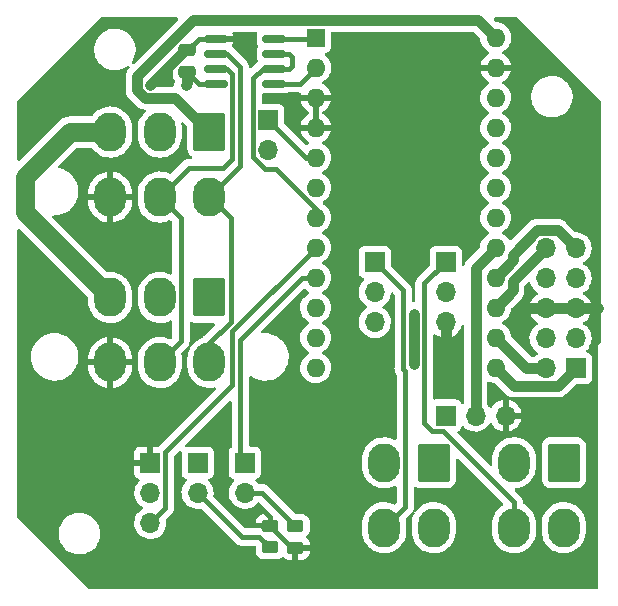
<source format=gbr>
%TF.GenerationSoftware,KiCad,Pcbnew,(6.0.9)*%
%TF.CreationDate,2023-01-21T10:16:39-09:00*%
%TF.ProjectId,CONTROLLER_Radar Altimeter,434f4e54-524f-44c4-9c45-525f52616461,1*%
%TF.SameCoordinates,Original*%
%TF.FileFunction,Copper,L1,Top*%
%TF.FilePolarity,Positive*%
%FSLAX46Y46*%
G04 Gerber Fmt 4.6, Leading zero omitted, Abs format (unit mm)*
G04 Created by KiCad (PCBNEW (6.0.9)) date 2023-01-21 10:16:39*
%MOMM*%
%LPD*%
G01*
G04 APERTURE LIST*
G04 Aperture macros list*
%AMRoundRect*
0 Rectangle with rounded corners*
0 $1 Rounding radius*
0 $2 $3 $4 $5 $6 $7 $8 $9 X,Y pos of 4 corners*
0 Add a 4 corners polygon primitive as box body*
4,1,4,$2,$3,$4,$5,$6,$7,$8,$9,$2,$3,0*
0 Add four circle primitives for the rounded corners*
1,1,$1+$1,$2,$3*
1,1,$1+$1,$4,$5*
1,1,$1+$1,$6,$7*
1,1,$1+$1,$8,$9*
0 Add four rect primitives between the rounded corners*
20,1,$1+$1,$2,$3,$4,$5,0*
20,1,$1+$1,$4,$5,$6,$7,0*
20,1,$1+$1,$6,$7,$8,$9,0*
20,1,$1+$1,$8,$9,$2,$3,0*%
G04 Aperture macros list end*
%TA.AperFunction,SMDPad,CuDef*%
%ADD10RoundRect,0.249999X0.450001X-0.262501X0.450001X0.262501X-0.450001X0.262501X-0.450001X-0.262501X0*%
%TD*%
%TA.AperFunction,SMDPad,CuDef*%
%ADD11RoundRect,0.249999X-0.450001X0.262501X-0.450001X-0.262501X0.450001X-0.262501X0.450001X0.262501X0*%
%TD*%
%TA.AperFunction,ComponentPad*%
%ADD12O,1.700000X1.700000*%
%TD*%
%TA.AperFunction,ComponentPad*%
%ADD13R,1.700000X1.700000*%
%TD*%
%TA.AperFunction,SMDPad,CuDef*%
%ADD14RoundRect,0.250000X0.475000X-0.250000X0.475000X0.250000X-0.475000X0.250000X-0.475000X-0.250000X0*%
%TD*%
%TA.AperFunction,ComponentPad*%
%ADD15O,2.700000X3.300000*%
%TD*%
%TA.AperFunction,ComponentPad*%
%ADD16RoundRect,0.250001X1.099999X1.399999X-1.099999X1.399999X-1.099999X-1.399999X1.099999X-1.399999X0*%
%TD*%
%TA.AperFunction,SMDPad,CuDef*%
%ADD17RoundRect,0.150000X0.825000X0.150000X-0.825000X0.150000X-0.825000X-0.150000X0.825000X-0.150000X0*%
%TD*%
%TA.AperFunction,ComponentPad*%
%ADD18O,1.600000X1.600000*%
%TD*%
%TA.AperFunction,ComponentPad*%
%ADD19R,1.600000X1.600000*%
%TD*%
%TA.AperFunction,ViaPad*%
%ADD20C,0.600000*%
%TD*%
%TA.AperFunction,Conductor*%
%ADD21C,0.457200*%
%TD*%
%TA.AperFunction,Conductor*%
%ADD22C,0.914400*%
%TD*%
%TA.AperFunction,Conductor*%
%ADD23C,1.625600*%
%TD*%
G04 APERTURE END LIST*
D10*
%TO.P,R2,2*%
%TO.N,Net-(J14-Pad2)*%
X-81101240Y39635000D03*
%TO.P,R2,1*%
%TO.N,GND*%
X-81101240Y37810000D03*
%TD*%
D11*
%TO.P,R1,2*%
%TO.N,Net-(J13-Pad2)*%
X-83260240Y37833500D03*
%TO.P,R1,1*%
%TO.N,GND*%
X-83260240Y39658500D03*
%TD*%
D12*
%TO.P,J17,3*%
%TO.N,GND*%
X-63309240Y49000000D03*
%TO.P,J17,2*%
%TO.N,/A0*%
X-65849240Y49000000D03*
D13*
%TO.P,J17,1*%
%TO.N,+5V*%
X-68389240Y49000000D03*
%TD*%
D14*
%TO.P,C1,2*%
%TO.N,GND*%
X-90245240Y79955000D03*
%TO.P,C1,1*%
%TO.N,+5V*%
X-90245240Y78055000D03*
%TD*%
D15*
%TO.P,J2,6*%
%TO.N,GND*%
X-96789240Y53500000D03*
%TO.P,J2,5*%
%TO.N,/BUS-B*%
X-92589240Y53500000D03*
%TO.P,J2,4*%
%TO.N,/BUS-A*%
X-88389240Y53500000D03*
%TO.P,J2,3*%
%TO.N,/+3.3V_SUPPLY*%
X-96789240Y59000000D03*
%TO.P,J2,2*%
%TO.N,/+5V_SUPPLY*%
X-92589240Y59000000D03*
D16*
%TO.P,J2,1*%
%TO.N,/+12V_SUPPLY*%
X-88389240Y59000000D03*
%TD*%
D15*
%TO.P,J1,6*%
%TO.N,GND*%
X-96789240Y67500000D03*
%TO.P,J1,5*%
%TO.N,/BUS-B*%
X-92589240Y67500000D03*
%TO.P,J1,4*%
%TO.N,/BUS-A*%
X-88389240Y67500000D03*
%TO.P,J1,3*%
%TO.N,/+3.3V_SUPPLY*%
X-96789240Y73000000D03*
%TO.P,J1,2*%
%TO.N,/+5V_SUPPLY*%
X-92589240Y73000000D03*
D16*
%TO.P,J1,1*%
%TO.N,/+12V_SUPPLY*%
X-88389240Y73000000D03*
%TD*%
D17*
%TO.P,U1,8*%
%TO.N,+5V*%
X-87864240Y77095000D03*
%TO.P,U1,7*%
%TO.N,/BUS-B*%
X-87864240Y78365000D03*
%TO.P,U1,6*%
%TO.N,/BUS-A*%
X-87864240Y79635000D03*
%TO.P,U1,5*%
%TO.N,GND*%
X-87864240Y80905000D03*
%TO.P,U1,4*%
%TO.N,/TX0D1*%
X-82914240Y80905000D03*
%TO.P,U1,3*%
%TO.N,/D4A6*%
X-82914240Y79635000D03*
%TO.P,U1,2*%
X-82914240Y78365000D03*
%TO.P,U1,1*%
%TO.N,/RX1D0*%
X-82914240Y77095000D03*
%TD*%
D18*
%TO.P,U0,24*%
%TO.N,/+12V_SUPPLY*%
X-64149240Y81000000D03*
%TO.P,U0,12*%
%TO.N,/~{D9A9}*%
X-79389240Y53060000D03*
%TO.P,U0,23*%
%TO.N,GND*%
X-64149240Y78460000D03*
%TO.P,U0,11*%
%TO.N,/D8A8*%
X-79389240Y55600000D03*
%TO.P,U0,22*%
%TO.N,Net-(U0-Pad22)*%
X-64149240Y75920000D03*
%TO.P,U0,10*%
%TO.N,/D7*%
X-79389240Y58140000D03*
%TO.P,U0,21*%
%TO.N,+5V*%
X-64149240Y73380000D03*
%TO.P,U0,9*%
%TO.N,/~{D6A7}*%
X-79389240Y60680000D03*
%TO.P,U0,20*%
%TO.N,/A3*%
X-64149240Y70840000D03*
%TO.P,U0,8*%
%TO.N,/~{D5}*%
X-79389240Y63220000D03*
%TO.P,U0,19*%
%TO.N,/A2*%
X-64149240Y68300000D03*
%TO.P,U0,7*%
%TO.N,/D4A6*%
X-79389240Y65760000D03*
%TO.P,U0,18*%
%TO.N,/A1*%
X-64149240Y65760000D03*
%TO.P,U0,6*%
%TO.N,/~{SCLD3}*%
X-79389240Y68300000D03*
%TO.P,U0,17*%
%TO.N,/A0*%
X-64149240Y63220000D03*
%TO.P,U0,5*%
%TO.N,/SDAD2*%
X-79389240Y70840000D03*
%TO.P,U0,16*%
%TO.N,/D15SCK*%
X-64149240Y60680000D03*
%TO.P,U0,4*%
%TO.N,GND*%
X-79389240Y73380000D03*
%TO.P,U0,15*%
%TO.N,/D14MISO*%
X-64149240Y58140000D03*
%TO.P,U0,3*%
%TO.N,GND*%
X-79389240Y75920000D03*
%TO.P,U0,14*%
%TO.N,/D16MOSI*%
X-64149240Y55600000D03*
%TO.P,U0,2*%
%TO.N,/RX1D0*%
X-79389240Y78460000D03*
%TO.P,U0,13*%
%TO.N,/~{D10A10}*%
X-64149240Y53060000D03*
D19*
%TO.P,U0,1*%
%TO.N,/TX0D1*%
X-79389240Y81000000D03*
%TD*%
D12*
%TO.P,JP2,3*%
%TO.N,GND*%
X-68389240Y56920000D03*
%TO.P,JP2,2*%
%TO.N,/LED_DOUT*%
X-68389240Y59460000D03*
D13*
%TO.P,JP2,1*%
%TO.N,/DATAOUT*%
X-68389240Y62000000D03*
%TD*%
D12*
%TO.P,JP1,3*%
%TO.N,/~{SCLD3}*%
X-74389240Y56920000D03*
%TO.P,JP1,2*%
%TO.N,/LED_DIN*%
X-74389240Y59460000D03*
D13*
%TO.P,JP1,1*%
%TO.N,/DATAIN*%
X-74389240Y62000000D03*
%TD*%
D12*
%TO.P,J16,2*%
%TO.N,GND*%
X-83389240Y71460000D03*
D13*
%TO.P,J16,1*%
%TO.N,/SDAD2*%
X-83389240Y74000000D03*
%TD*%
D12*
%TO.P,J15,3*%
%TO.N,/~{D5}*%
X-93389240Y39920000D03*
%TO.P,J15,2*%
%TO.N,/+5V_SUPPLY*%
X-93389240Y42460000D03*
D13*
%TO.P,J15,1*%
%TO.N,GND*%
X-93389240Y45000000D03*
%TD*%
D12*
%TO.P,J14,2*%
%TO.N,Net-(J14-Pad2)*%
X-85389240Y42460000D03*
D13*
%TO.P,J14,1*%
%TO.N,/~{D6A7}*%
X-85389240Y45000000D03*
%TD*%
D12*
%TO.P,J13,2*%
%TO.N,Net-(J13-Pad2)*%
X-89389240Y42460000D03*
D13*
%TO.P,J13,1*%
%TO.N,/~{D9A9}*%
X-89389240Y45000000D03*
%TD*%
D12*
%TO.P,J5,10*%
%TO.N,/D14MISO*%
X-59929240Y63160000D03*
%TO.P,J5,9*%
%TO.N,/D15SCK*%
X-57389240Y63160000D03*
%TO.P,J5,8*%
%TO.N,/LED_DOUT*%
X-59929240Y60620000D03*
%TO.P,J5,7*%
%TO.N,/+5V_SUPPLY*%
X-57389240Y60620000D03*
%TO.P,J5,6*%
%TO.N,GND*%
X-59929240Y58080000D03*
%TO.P,J5,5*%
X-57389240Y58080000D03*
%TO.P,J5,4*%
%TO.N,/LED_DIN*%
X-59929240Y55540000D03*
%TO.P,J5,3*%
%TO.N,Net-(J5-Pad3)*%
X-57389240Y55540000D03*
%TO.P,J5,2*%
%TO.N,/D16MOSI*%
X-59929240Y53000000D03*
D13*
%TO.P,J5,1*%
%TO.N,/~{D10A10}*%
X-57389240Y53000000D03*
%TD*%
D15*
%TO.P,J4,4*%
%TO.N,/DATAOUT*%
X-62589240Y39500000D03*
%TO.P,J4,3*%
%TO.N,/LEDGND*%
X-58389240Y39500000D03*
%TO.P,J4,2*%
%TO.N,/LED+5V*%
X-62589240Y45000000D03*
D16*
%TO.P,J4,1*%
X-58389240Y45000000D03*
%TD*%
D15*
%TO.P,J3,4*%
%TO.N,/DATAIN*%
X-73589240Y39500000D03*
%TO.P,J3,3*%
%TO.N,/LEDGND*%
X-69389240Y39500000D03*
%TO.P,J3,2*%
%TO.N,/LED+5V*%
X-73589240Y45000000D03*
D16*
%TO.P,J3,1*%
X-69389240Y45000000D03*
%TD*%
D20*
%TO.N,GND*%
X-67389240Y54000000D03*
X-67389240Y53000000D03*
X-67389240Y52000000D03*
X-93389240Y77000000D03*
X-96389240Y77000000D03*
%TO.N,+5V*%
X-90389240Y77000000D03*
X-71093640Y57630900D03*
X-71093640Y53325600D03*
%TD*%
D21*
%TO.N,GND*%
X-89295240Y80905000D02*
X-90245240Y79955000D01*
X-87864240Y80905000D02*
X-89295240Y80905000D01*
D22*
X-68389240Y56920000D02*
X-68389240Y55000000D01*
X-59929240Y58080000D02*
X-55469240Y58080000D01*
X-59929240Y58080000D02*
X-61309240Y58080000D01*
X-90434240Y79955000D02*
X-93389240Y77000000D01*
X-90245240Y79955000D02*
X-90434240Y79955000D01*
D21*
X-81411740Y37810000D02*
X-83260240Y39658500D01*
X-81101240Y37810000D02*
X-81411740Y37810000D01*
X-83260240Y39658500D02*
X-83260240Y40397000D01*
X-83260240Y40397000D02*
X-83768240Y40905000D01*
%TO.N,+5V*%
X-89285240Y77095000D02*
X-90245240Y78055000D01*
X-87864240Y77095000D02*
X-89285240Y77095000D01*
D22*
X-90245240Y77144000D02*
X-90389240Y77000000D01*
X-90245240Y78055000D02*
X-90245240Y77144000D01*
X-71093640Y57630900D02*
X-71093640Y53325600D01*
%TO.N,/A0*%
X-65849240Y61520000D02*
X-64149240Y63220000D01*
X-65849240Y49000000D02*
X-65849240Y61520000D01*
%TO.N,/+12V_SUPPLY*%
X-91274830Y75885590D02*
X-93850844Y75885590D01*
X-93850844Y75885590D02*
X-94503650Y76538396D01*
X-94503650Y76538396D02*
X-94503650Y77704580D01*
X-94503650Y77704580D02*
X-89751029Y82457201D01*
X-88389240Y73000000D02*
X-91274830Y75885590D01*
X-89751029Y82457201D02*
X-65606441Y82457201D01*
X-65606441Y82457201D02*
X-64149240Y81000000D01*
D23*
%TO.N,/+3.3V_SUPPLY*%
X-104002041Y66212801D02*
X-96789240Y59000000D01*
X-104002041Y69166145D02*
X-104002041Y66212801D01*
X-100168186Y73000000D02*
X-104002041Y69166145D01*
X-96789240Y73000000D02*
X-100168186Y73000000D01*
D21*
%TO.N,/BUS-A*%
X-86582040Y65692800D02*
X-86582040Y56956636D01*
X-88389240Y67500000D02*
X-86582040Y65692800D01*
X-86582040Y56956636D02*
X-88389240Y55149436D01*
X-88389240Y55149436D02*
X-88389240Y53500000D01*
X-85800240Y70089000D02*
X-88389240Y67500000D01*
X-85800240Y78546000D02*
X-85800240Y70089000D01*
X-87864240Y79635000D02*
X-86889240Y79635000D01*
X-86889240Y79635000D02*
X-85800240Y78546000D01*
%TO.N,/BUS-B*%
X-90810630Y55278610D02*
X-92589240Y53500000D01*
X-90810630Y65721390D02*
X-90810630Y55278610D01*
X-92589240Y67500000D02*
X-90810630Y65721390D01*
X-87864240Y78365000D02*
X-86889240Y78365000D01*
X-86457451Y70727789D02*
X-87197240Y69988000D01*
X-86889240Y78365000D02*
X-86457451Y77933211D01*
X-86457451Y77933211D02*
X-86457451Y70727789D01*
X-87197240Y69988000D02*
X-90101240Y69988000D01*
X-90101240Y69988000D02*
X-92589240Y67500000D01*
%TO.N,/DATAIN*%
X-71979451Y59590211D02*
X-71979451Y52958686D01*
X-71810630Y52789865D02*
X-71810630Y41278610D01*
X-74389240Y62000000D02*
X-71979451Y59590211D01*
X-71810630Y41278610D02*
X-73589240Y39500000D01*
X-71979451Y52958686D02*
X-71810630Y52789865D01*
%TO.N,/DATAOUT*%
X-70207829Y60181411D02*
X-70207829Y48347107D01*
X-68650939Y47721399D02*
X-62589240Y41659700D01*
X-68389240Y62000000D02*
X-70207829Y60181411D01*
X-69582121Y47721399D02*
X-68650939Y47721399D01*
X-70207829Y48347107D02*
X-69582121Y47721399D01*
X-62589240Y41659700D02*
X-62589240Y39500000D01*
D22*
%TO.N,/~{D10A10}*%
X-58896441Y51492799D02*
X-57389240Y53000000D01*
X-62582039Y51492799D02*
X-58896441Y51492799D01*
X-64149240Y53060000D02*
X-62582039Y51492799D01*
%TO.N,/D14MISO*%
X-62692039Y59597201D02*
X-62692039Y60397201D01*
X-62692039Y60397201D02*
X-59929240Y63160000D01*
X-64149240Y58140000D02*
X-62692039Y59597201D01*
%TO.N,/D16MOSI*%
X-61549240Y53000000D02*
X-64149240Y55600000D01*
X-59929240Y53000000D02*
X-61549240Y53000000D01*
%TO.N,/D15SCK*%
X-60652697Y64667201D02*
X-58896441Y64667201D01*
X-62692039Y62627859D02*
X-60652697Y64667201D01*
X-62692039Y62137201D02*
X-62692039Y62627859D01*
X-58896441Y64667201D02*
X-57389240Y63160000D01*
X-64149240Y60680000D02*
X-62692039Y62137201D01*
D21*
%TO.N,/~{D6A7}*%
X-85389240Y45000000D02*
X-85778029Y45388789D01*
X-85778029Y45388789D02*
X-85778029Y55422581D01*
X-85778029Y55422581D02*
X-80520610Y60680000D01*
X-80520610Y60680000D02*
X-79389240Y60680000D01*
%TO.N,/~{D5}*%
X-86435240Y56174000D02*
X-79389240Y63220000D01*
X-86435240Y51573000D02*
X-86435240Y56174000D01*
X-92110639Y45897601D02*
X-86435240Y51573000D01*
X-92110639Y41198601D02*
X-92110639Y45897601D01*
X-93389240Y39920000D02*
X-92110639Y41198601D01*
%TO.N,/SDAD2*%
X-80229240Y70840000D02*
X-83389240Y74000000D01*
X-79389240Y70840000D02*
X-80229240Y70840000D01*
%TO.N,/D4A6*%
X-82914240Y79635000D02*
X-81614240Y79635000D01*
X-81614240Y79635000D02*
X-81365240Y79386000D01*
X-82914240Y78365000D02*
X-81614240Y78365000D01*
X-81614240Y78365000D02*
X-81355240Y78624000D01*
X-81365240Y78634000D02*
X-81365240Y79386000D01*
X-81355240Y78624000D02*
X-81365240Y78634000D01*
X-82763511Y69888601D02*
X-79389240Y66514330D01*
X-83710171Y69888601D02*
X-82763511Y69888601D01*
X-79389240Y66514330D02*
X-79389240Y65760000D01*
X-84667841Y70846271D02*
X-83710171Y69888601D01*
X-83889240Y78365000D02*
X-84667841Y77586399D01*
X-84667841Y77586399D02*
X-84667841Y70846271D01*
X-82914240Y78365000D02*
X-83889240Y78365000D01*
%TO.N,/RX1D0*%
X-80754240Y77095000D02*
X-79389240Y78460000D01*
X-82914240Y77095000D02*
X-80754240Y77095000D01*
%TO.N,/TX0D1*%
X-79484240Y80905000D02*
X-79389240Y81000000D01*
X-82914240Y80905000D02*
X-79484240Y80905000D01*
%TO.N,Net-(J13-Pad2)*%
X-89389240Y42460000D02*
X-85651740Y38722500D01*
X-84149240Y38722500D02*
X-83260240Y37833500D01*
X-85651740Y38722500D02*
X-84149240Y38722500D01*
%TO.N,Net-(J14-Pad2)*%
X-83926240Y42460000D02*
X-81101240Y39635000D01*
X-85389240Y42460000D02*
X-83926240Y42460000D01*
%TD*%
%TA.AperFunction,Conductor*%
%TO.N,GND*%
G36*
X-91095512Y82694491D02*
G01*
X-91049019Y82640835D01*
X-91038915Y82570561D01*
X-91068409Y82505981D01*
X-91074538Y82499398D01*
X-94784409Y78789527D01*
X-94846721Y78755501D01*
X-94917536Y78760566D01*
X-94974372Y78803113D01*
X-94999183Y78869633D01*
X-94984092Y78939007D01*
X-94977031Y78950442D01*
X-94872481Y79101149D01*
X-94872479Y79101152D01*
X-94869816Y79104991D01*
X-94866723Y79111262D01*
X-94756280Y79335219D01*
X-94756279Y79335222D01*
X-94754215Y79339407D01*
X-94731254Y79411136D01*
X-94675960Y79583877D01*
X-94674533Y79588335D01*
X-94632519Y79846307D01*
X-94629098Y80107655D01*
X-94664344Y80366638D01*
X-94672361Y80394145D01*
X-94698779Y80484779D01*
X-94737483Y80617567D01*
X-94846908Y80854928D01*
X-94922191Y80969754D01*
X-94987650Y81069596D01*
X-94987654Y81069601D01*
X-94990216Y81073509D01*
X-95164258Y81268506D01*
X-95365210Y81435637D01*
X-95424309Y81471499D01*
X-95584662Y81568804D01*
X-95584666Y81568806D01*
X-95588659Y81571229D01*
X-95829695Y81672303D01*
X-96083023Y81736641D01*
X-96087674Y81737109D01*
X-96087678Y81737110D01*
X-96296969Y81758184D01*
X-96300107Y81758500D01*
X-96455594Y81758500D01*
X-96457919Y81758327D01*
X-96457925Y81758327D01*
X-96645240Y81744407D01*
X-96645244Y81744406D01*
X-96649892Y81744061D01*
X-96654440Y81743032D01*
X-96654446Y81743031D01*
X-96840841Y81700853D01*
X-96904817Y81686377D01*
X-96909169Y81684685D01*
X-96909171Y81684684D01*
X-97144064Y81593340D01*
X-97144067Y81593339D01*
X-97148417Y81591647D01*
X-97375338Y81461951D01*
X-97580597Y81300138D01*
X-97759683Y81109763D01*
X-97853023Y80975215D01*
X-97896250Y80912903D01*
X-97908664Y80895009D01*
X-97910730Y80890819D01*
X-97910732Y80890816D01*
X-98009286Y80690967D01*
X-98024265Y80660593D01*
X-98103947Y80411665D01*
X-98145961Y80153693D01*
X-98149382Y79892345D01*
X-98114136Y79633362D01*
X-98112828Y79628876D01*
X-98112828Y79628874D01*
X-98093806Y79563613D01*
X-98040997Y79382433D01*
X-97931572Y79145072D01*
X-97929009Y79141163D01*
X-97790830Y78930404D01*
X-97790826Y78930399D01*
X-97788264Y78926491D01*
X-97614222Y78731494D01*
X-97413270Y78564363D01*
X-97409267Y78561934D01*
X-97193818Y78431196D01*
X-97193814Y78431194D01*
X-97189821Y78428771D01*
X-96948785Y78327697D01*
X-96695457Y78263359D01*
X-96690806Y78262891D01*
X-96690802Y78262890D01*
X-96501870Y78243866D01*
X-96478373Y78241500D01*
X-96322886Y78241500D01*
X-96320561Y78241673D01*
X-96320555Y78241673D01*
X-96133240Y78255593D01*
X-96133236Y78255594D01*
X-96128588Y78255939D01*
X-96124040Y78256968D01*
X-96124034Y78256969D01*
X-95912774Y78304773D01*
X-95873663Y78313623D01*
X-95837471Y78327697D01*
X-95634416Y78406660D01*
X-95634413Y78406661D01*
X-95630063Y78408353D01*
X-95604551Y78422934D01*
X-95487062Y78490085D01*
X-95403142Y78538049D01*
X-95347105Y78582225D01*
X-95281225Y78608690D01*
X-95211496Y78595337D01*
X-95160055Y78546405D01*
X-95143235Y78477429D01*
X-95166376Y78410310D01*
X-95182526Y78391727D01*
X-95233814Y78343227D01*
X-95233818Y78343222D01*
X-95238450Y78338842D01*
X-95242110Y78333615D01*
X-95271750Y78291286D01*
X-95277318Y78283923D01*
X-95314020Y78238921D01*
X-95316976Y78233266D01*
X-95316979Y78233262D01*
X-95326758Y78214556D01*
X-95335207Y78200659D01*
X-95350978Y78178136D01*
X-95353511Y78172282D01*
X-95374038Y78124846D01*
X-95378015Y78116509D01*
X-95404913Y78065059D01*
X-95406671Y78058927D01*
X-95412493Y78038623D01*
X-95417974Y78023315D01*
X-95428893Y77998084D01*
X-95430198Y77991836D01*
X-95440765Y77941256D01*
X-95442983Y77932292D01*
X-95458989Y77876473D01*
X-95459478Y77870113D01*
X-95459479Y77870109D01*
X-95461098Y77849060D01*
X-95463390Y77832958D01*
X-95469013Y77806044D01*
X-95469350Y77799613D01*
X-95469350Y77746661D01*
X-95469721Y77736995D01*
X-95473536Y77687408D01*
X-95474040Y77680864D01*
X-95473240Y77674532D01*
X-95470344Y77651607D01*
X-95469350Y77635815D01*
X-95469350Y76554036D01*
X-95469399Y76550519D01*
X-95471723Y76467305D01*
X-95470614Y76461016D01*
X-95461640Y76410120D01*
X-95460371Y76400974D01*
X-95455641Y76354413D01*
X-95454504Y76343214D01*
X-95452596Y76337126D01*
X-95452596Y76337125D01*
X-95446284Y76316984D01*
X-95442432Y76301185D01*
X-95437656Y76274099D01*
X-95435307Y76268167D01*
X-95435307Y76268166D01*
X-95431191Y76257772D01*
X-95419649Y76228621D01*
X-95416281Y76220114D01*
X-95413206Y76211432D01*
X-95395836Y76156004D01*
X-95392739Y76150417D01*
X-95392737Y76150412D01*
X-95382505Y76131954D01*
X-95375558Y76117258D01*
X-95365434Y76091689D01*
X-95361941Y76086351D01*
X-95361940Y76086349D01*
X-95333640Y76043102D01*
X-95328876Y76035205D01*
X-95300723Y75984416D01*
X-95296572Y75979573D01*
X-95282830Y75963539D01*
X-95273070Y75950539D01*
X-95258011Y75927527D01*
X-95253701Y75922741D01*
X-95216265Y75885305D01*
X-95209692Y75878208D01*
X-95173050Y75835457D01*
X-95149740Y75817376D01*
X-95137871Y75806911D01*
X-94544760Y75213800D01*
X-94542307Y75211278D01*
X-94489491Y75155426D01*
X-94489486Y75155422D01*
X-94485106Y75150790D01*
X-94479879Y75147130D01*
X-94437550Y75117490D01*
X-94430187Y75111922D01*
X-94411529Y75096705D01*
X-94385185Y75075220D01*
X-94379530Y75072264D01*
X-94379526Y75072261D01*
X-94360820Y75062482D01*
X-94346923Y75054033D01*
X-94324400Y75038262D01*
X-94318546Y75035729D01*
X-94271110Y75015202D01*
X-94262773Y75011225D01*
X-94211323Y74984327D01*
X-94190204Y74978272D01*
X-94184887Y74976747D01*
X-94169579Y74971266D01*
X-94144348Y74960347D01*
X-94106595Y74952460D01*
X-94087520Y74948475D01*
X-94078556Y74946257D01*
X-94022737Y74930251D01*
X-94016377Y74929762D01*
X-94016373Y74929761D01*
X-93997706Y74928325D01*
X-93995323Y74928142D01*
X-93979222Y74925850D01*
X-93952308Y74920227D01*
X-93945877Y74919890D01*
X-93898788Y74919890D01*
X-93830667Y74899888D01*
X-93784174Y74846232D01*
X-93774070Y74775958D01*
X-93803564Y74711378D01*
X-93820093Y74695487D01*
X-93855359Y74667284D01*
X-94039474Y74470191D01*
X-94193208Y74248584D01*
X-94195239Y74244501D01*
X-94195241Y74244498D01*
X-94229379Y74175877D01*
X-94313341Y74007106D01*
X-94314762Y74002772D01*
X-94314763Y74002769D01*
X-94394636Y73759116D01*
X-94397358Y73750814D01*
X-94398138Y73746323D01*
X-94398138Y73746322D01*
X-94442157Y73492794D01*
X-94443497Y73485079D01*
X-94447740Y73399851D01*
X-94447740Y72631488D01*
X-94433193Y72430996D01*
X-94432209Y72426541D01*
X-94432209Y72426538D01*
X-94377237Y72177554D01*
X-94375046Y72167628D01*
X-94366744Y72145716D01*
X-94282564Y71923527D01*
X-94279490Y71915412D01*
X-94277273Y71911421D01*
X-94153283Y71688197D01*
X-94148526Y71679632D01*
X-94145754Y71676000D01*
X-94031632Y71526465D01*
X-93984897Y71465227D01*
X-93792032Y71276688D01*
X-93573970Y71117966D01*
X-93489267Y71073402D01*
X-93339319Y70994510D01*
X-93339313Y70994507D01*
X-93335279Y70992385D01*
X-93330974Y70990865D01*
X-93330970Y70990863D01*
X-93095997Y70907885D01*
X-93080960Y70902575D01*
X-92953208Y70877395D01*
X-92820812Y70851300D01*
X-92820806Y70851299D01*
X-92816340Y70850419D01*
X-92811787Y70850192D01*
X-92811784Y70850192D01*
X-92551532Y70837236D01*
X-92551526Y70837236D01*
X-92546963Y70837009D01*
X-92278471Y70862625D01*
X-92274037Y70863710D01*
X-92274031Y70863711D01*
X-92020928Y70925645D01*
X-92016490Y70926731D01*
X-91766507Y71027985D01*
X-91533758Y71164265D01*
X-91323121Y71332716D01*
X-91139006Y71529809D01*
X-90985272Y71751416D01*
X-90865139Y71992894D01*
X-90863717Y71997231D01*
X-90782542Y72244853D01*
X-90782541Y72244859D01*
X-90781122Y72249186D01*
X-90780342Y72253678D01*
X-90735639Y72511140D01*
X-90735638Y72511148D01*
X-90734983Y72514921D01*
X-90734143Y72531803D01*
X-90730818Y72598578D01*
X-90730818Y72598586D01*
X-90730740Y72600149D01*
X-90730740Y73368512D01*
X-90731573Y73380000D01*
X-90744957Y73564453D01*
X-90745287Y73569004D01*
X-90762401Y73646522D01*
X-90771622Y73688285D01*
X-90766776Y73759116D01*
X-90724406Y73816083D01*
X-90657963Y73841100D01*
X-90588542Y73826223D01*
X-90559490Y73804544D01*
X-90284645Y73529699D01*
X-90250619Y73467387D01*
X-90247740Y73440604D01*
X-90247740Y71549600D01*
X-90247403Y71546354D01*
X-90247403Y71546350D01*
X-90239362Y71468859D01*
X-90236766Y71443835D01*
X-90234585Y71437299D01*
X-90234585Y71437297D01*
X-90219559Y71392258D01*
X-90180790Y71276055D01*
X-90087718Y71125652D01*
X-89962543Y71000695D01*
X-89956313Y70996855D01*
X-89956312Y70996854D01*
X-89893863Y70958360D01*
X-89846370Y70905588D01*
X-89834946Y70835516D01*
X-89863220Y70770392D01*
X-89922214Y70730893D01*
X-89959979Y70725100D01*
X-90035795Y70725100D01*
X-90054746Y70726533D01*
X-90068107Y70728566D01*
X-90068110Y70728566D01*
X-90075340Y70729666D01*
X-90082631Y70729073D01*
X-90082634Y70729073D01*
X-90126372Y70725515D01*
X-90136587Y70725100D01*
X-90144281Y70725100D01*
X-90157125Y70723603D01*
X-90171654Y70721909D01*
X-90176028Y70721476D01*
X-90239358Y70716325D01*
X-90239362Y70716324D01*
X-90246655Y70715731D01*
X-90253615Y70713477D01*
X-90259203Y70712360D01*
X-90264696Y70711061D01*
X-90271964Y70710214D01*
X-90278842Y70707717D01*
X-90278848Y70707716D01*
X-90338614Y70686021D01*
X-90342714Y70684613D01*
X-90410170Y70662761D01*
X-90416429Y70658963D01*
X-90421580Y70656605D01*
X-90426653Y70654064D01*
X-90433530Y70651568D01*
X-90439650Y70647555D01*
X-90439651Y70647555D01*
X-90492802Y70612708D01*
X-90496521Y70610361D01*
X-90500970Y70607661D01*
X-90557112Y70573593D01*
X-90561311Y70569884D01*
X-90561316Y70569881D01*
X-90565258Y70566399D01*
X-90565275Y70566418D01*
X-90568552Y70563511D01*
X-90571144Y70561344D01*
X-90577271Y70557327D01*
X-90582306Y70552011D01*
X-90582307Y70552011D01*
X-90628994Y70502727D01*
X-90631372Y70500285D01*
X-91633969Y69497688D01*
X-91696281Y69463662D01*
X-91767096Y69468727D01*
X-91781732Y69475275D01*
X-91839156Y69505487D01*
X-91839158Y69505488D01*
X-91843201Y69507615D01*
X-91847506Y69509135D01*
X-91847510Y69509137D01*
X-92093207Y69595902D01*
X-92093208Y69595902D01*
X-92097520Y69597425D01*
X-92233234Y69624174D01*
X-92357668Y69648700D01*
X-92357674Y69648701D01*
X-92362140Y69649581D01*
X-92366693Y69649808D01*
X-92366696Y69649808D01*
X-92626948Y69662764D01*
X-92626954Y69662764D01*
X-92631517Y69662991D01*
X-92900009Y69637375D01*
X-92904443Y69636290D01*
X-92904449Y69636289D01*
X-93082210Y69592791D01*
X-93161990Y69573269D01*
X-93411973Y69472015D01*
X-93644722Y69335735D01*
X-93855359Y69167284D01*
X-94039474Y68970191D01*
X-94193208Y68748584D01*
X-94313341Y68507106D01*
X-94314762Y68502772D01*
X-94314763Y68502769D01*
X-94394516Y68259482D01*
X-94397358Y68250814D01*
X-94398138Y68246323D01*
X-94398138Y68246322D01*
X-94435651Y68030267D01*
X-94443497Y67985079D01*
X-94447740Y67899851D01*
X-94447740Y67131488D01*
X-94447576Y67129223D01*
X-94447575Y67129208D01*
X-94445352Y67098578D01*
X-94433193Y66930996D01*
X-94432209Y66926541D01*
X-94432209Y66926538D01*
X-94376062Y66672231D01*
X-94375046Y66667628D01*
X-94351258Y66604840D01*
X-94281493Y66420700D01*
X-94279490Y66415412D01*
X-94231375Y66328789D01*
X-94156794Y66194518D01*
X-94148526Y66179632D01*
X-94145754Y66176000D01*
X-94012754Y66001729D01*
X-93984897Y65965227D01*
X-93981631Y65962034D01*
X-93981629Y65962032D01*
X-93897053Y65879353D01*
X-93792032Y65776688D01*
X-93573970Y65617966D01*
X-93501489Y65579832D01*
X-93339319Y65494510D01*
X-93339313Y65494507D01*
X-93335279Y65492385D01*
X-93330974Y65490865D01*
X-93330970Y65490863D01*
X-93085273Y65404098D01*
X-93080960Y65402575D01*
X-92965489Y65379816D01*
X-92820812Y65351300D01*
X-92820806Y65351299D01*
X-92816340Y65350419D01*
X-92811787Y65350192D01*
X-92811784Y65350192D01*
X-92551532Y65337236D01*
X-92551526Y65337236D01*
X-92546963Y65337009D01*
X-92278471Y65362625D01*
X-92274037Y65363710D01*
X-92274031Y65363711D01*
X-92020928Y65425645D01*
X-92016490Y65426731D01*
X-92012263Y65428443D01*
X-92012254Y65428446D01*
X-91767818Y65527453D01*
X-91697171Y65534487D01*
X-91631421Y65499764D01*
X-91584635Y65452978D01*
X-91550609Y65390666D01*
X-91547730Y65363883D01*
X-91547730Y61060827D01*
X-91567732Y60992706D01*
X-91621388Y60946213D01*
X-91691662Y60936109D01*
X-91732398Y60949319D01*
X-91839156Y61005487D01*
X-91839158Y61005488D01*
X-91843201Y61007615D01*
X-91847506Y61009135D01*
X-91847510Y61009137D01*
X-92093207Y61095902D01*
X-92093208Y61095902D01*
X-92097520Y61097425D01*
X-92232012Y61123933D01*
X-92357668Y61148700D01*
X-92357674Y61148701D01*
X-92362140Y61149581D01*
X-92366693Y61149808D01*
X-92366696Y61149808D01*
X-92626948Y61162764D01*
X-92626954Y61162764D01*
X-92631517Y61162991D01*
X-92900009Y61137375D01*
X-92904443Y61136290D01*
X-92904449Y61136289D01*
X-93157552Y61074355D01*
X-93161990Y61073269D01*
X-93411973Y60972015D01*
X-93644722Y60835735D01*
X-93648289Y60832882D01*
X-93839458Y60680000D01*
X-93855359Y60667284D01*
X-94039474Y60470191D01*
X-94193208Y60248584D01*
X-94195239Y60244501D01*
X-94195241Y60244498D01*
X-94208721Y60217401D01*
X-94313341Y60007106D01*
X-94314762Y60002772D01*
X-94314763Y60002769D01*
X-94395228Y59757310D01*
X-94397358Y59750814D01*
X-94398138Y59746323D01*
X-94398138Y59746322D01*
X-94441646Y59495737D01*
X-94443497Y59485079D01*
X-94443688Y59481242D01*
X-94447284Y59409001D01*
X-94447740Y59399851D01*
X-94447740Y58631488D01*
X-94447575Y58629220D01*
X-94447575Y58629208D01*
X-94442206Y58555217D01*
X-94433193Y58430996D01*
X-94432209Y58426541D01*
X-94432209Y58426538D01*
X-94377036Y58176643D01*
X-94375046Y58167628D01*
X-94340287Y58075882D01*
X-94286060Y57932754D01*
X-94279490Y57915412D01*
X-94148526Y57679632D01*
X-94145754Y57676000D01*
X-94002458Y57488238D01*
X-93984897Y57465227D01*
X-93981631Y57462034D01*
X-93981629Y57462032D01*
X-93939782Y57421124D01*
X-93792032Y57276688D01*
X-93573970Y57117966D01*
X-93540472Y57100342D01*
X-93339319Y56994510D01*
X-93339313Y56994507D01*
X-93335279Y56992385D01*
X-93330974Y56990865D01*
X-93330970Y56990863D01*
X-93105834Y56911359D01*
X-93080960Y56902575D01*
X-92953208Y56877395D01*
X-92820812Y56851300D01*
X-92820806Y56851299D01*
X-92816340Y56850419D01*
X-92811787Y56850192D01*
X-92811784Y56850192D01*
X-92551532Y56837236D01*
X-92551526Y56837236D01*
X-92546963Y56837009D01*
X-92278471Y56862625D01*
X-92274037Y56863710D01*
X-92274031Y56863711D01*
X-92020928Y56925645D01*
X-92016490Y56926731D01*
X-91766507Y57027985D01*
X-91737394Y57045032D01*
X-91668504Y57062191D01*
X-91601272Y57039381D01*
X-91557044Y56983843D01*
X-91547730Y56936299D01*
X-91547730Y55636117D01*
X-91567732Y55567996D01*
X-91584635Y55547022D01*
X-91633969Y55497688D01*
X-91696281Y55463662D01*
X-91767096Y55468727D01*
X-91781732Y55475275D01*
X-91839156Y55505487D01*
X-91839158Y55505488D01*
X-91843201Y55507615D01*
X-91847506Y55509135D01*
X-91847510Y55509137D01*
X-92093207Y55595902D01*
X-92093208Y55595902D01*
X-92097520Y55597425D01*
X-92236334Y55624785D01*
X-92357668Y55648700D01*
X-92357674Y55648701D01*
X-92362140Y55649581D01*
X-92366693Y55649808D01*
X-92366696Y55649808D01*
X-92626948Y55662764D01*
X-92626954Y55662764D01*
X-92631517Y55662991D01*
X-92900009Y55637375D01*
X-92904443Y55636290D01*
X-92904449Y55636289D01*
X-93140866Y55578438D01*
X-93161990Y55573269D01*
X-93411973Y55472015D01*
X-93526324Y55405060D01*
X-93619872Y55350285D01*
X-93644722Y55335735D01*
X-93855359Y55167284D01*
X-94039474Y54970191D01*
X-94193208Y54748584D01*
X-94195239Y54744501D01*
X-94195241Y54744498D01*
X-94239013Y54656511D01*
X-94313341Y54507106D01*
X-94314762Y54502772D01*
X-94314763Y54502769D01*
X-94395447Y54256643D01*
X-94397358Y54250814D01*
X-94398138Y54246323D01*
X-94398138Y54246322D01*
X-94441436Y53996949D01*
X-94443497Y53985079D01*
X-94443688Y53981242D01*
X-94447656Y53901531D01*
X-94447740Y53899851D01*
X-94447740Y53131488D01*
X-94447576Y53129223D01*
X-94447575Y53129208D01*
X-94442553Y53060000D01*
X-94433193Y52930996D01*
X-94432209Y52926541D01*
X-94432209Y52926538D01*
X-94376062Y52672231D01*
X-94375046Y52667628D01*
X-94353104Y52609713D01*
X-94281493Y52420700D01*
X-94279490Y52415412D01*
X-94231375Y52328789D01*
X-94151285Y52184600D01*
X-94148526Y52179632D01*
X-94089177Y52101866D01*
X-94029505Y52023678D01*
X-93984897Y51965227D01*
X-93792032Y51776688D01*
X-93573970Y51617966D01*
X-93520644Y51589910D01*
X-93339319Y51494510D01*
X-93339313Y51494507D01*
X-93335279Y51492385D01*
X-93330974Y51490865D01*
X-93330970Y51490863D01*
X-93085273Y51404098D01*
X-93080960Y51402575D01*
X-92960324Y51378798D01*
X-92820812Y51351300D01*
X-92820806Y51351299D01*
X-92816340Y51350419D01*
X-92811787Y51350192D01*
X-92811784Y51350192D01*
X-92551532Y51337236D01*
X-92551526Y51337236D01*
X-92546963Y51337009D01*
X-92278471Y51362625D01*
X-92274037Y51363710D01*
X-92274031Y51363711D01*
X-92020928Y51425645D01*
X-92016490Y51426731D01*
X-91766507Y51527985D01*
X-91572638Y51641500D01*
X-91537703Y51661955D01*
X-91537702Y51661956D01*
X-91533758Y51664265D01*
X-91328967Y51828041D01*
X-91326687Y51829864D01*
X-91326685Y51829865D01*
X-91323121Y51832716D01*
X-91139006Y52029809D01*
X-90985272Y52251416D01*
X-90953245Y52315792D01*
X-90867173Y52488806D01*
X-90865139Y52492894D01*
X-90863717Y52497231D01*
X-90782542Y52744853D01*
X-90782541Y52744859D01*
X-90781122Y52749186D01*
X-90780321Y52753799D01*
X-90735639Y53011140D01*
X-90735638Y53011148D01*
X-90734983Y53014921D01*
X-90730740Y53100149D01*
X-90730740Y53868512D01*
X-90731962Y53885364D01*
X-90744801Y54062301D01*
X-90745287Y54069004D01*
X-90772454Y54192053D01*
X-90767609Y54262883D01*
X-90738512Y54308311D01*
X-90335699Y54711124D01*
X-90321286Y54723511D01*
X-90310406Y54731517D01*
X-90310402Y54731521D01*
X-90304507Y54735859D01*
X-90271352Y54774885D01*
X-90264422Y54782401D01*
X-90258987Y54787836D01*
X-90241883Y54809455D01*
X-90239102Y54812846D01*
X-90237836Y54814336D01*
X-90178485Y54853297D01*
X-90107680Y54853984D01*
X-90138206Y54905386D01*
X-90135700Y54976339D01*
X-90128348Y54993897D01*
X-90118386Y55013406D01*
X-90118385Y55013408D01*
X-90115056Y55019928D01*
X-90113315Y55027040D01*
X-90111339Y55032355D01*
X-90109551Y55037731D01*
X-90106452Y55044361D01*
X-90104962Y55051523D01*
X-90104961Y55051527D01*
X-90093988Y55104288D01*
X-90092019Y55113756D01*
X-90091050Y55118037D01*
X-90086310Y55137404D01*
X-90074203Y55186883D01*
X-90073530Y55197730D01*
X-90073506Y55197728D01*
X-90073243Y55202088D01*
X-90072941Y55205478D01*
X-90071451Y55212639D01*
X-90073484Y55287775D01*
X-90073530Y55291183D01*
X-90073530Y56843426D01*
X-90053528Y56911547D01*
X-89999872Y56958040D01*
X-89929598Y56968144D01*
X-89881414Y56950686D01*
X-89837073Y56923354D01*
X-89811978Y56907885D01*
X-89779480Y56897106D01*
X-89650629Y56854368D01*
X-89650627Y56854368D01*
X-89644101Y56852203D01*
X-89637265Y56851503D01*
X-89637262Y56851502D01*
X-89594209Y56847091D01*
X-89539640Y56841500D01*
X-88043782Y56841500D01*
X-87975661Y56821498D01*
X-87929168Y56767842D01*
X-87919064Y56697568D01*
X-87948558Y56632988D01*
X-87954671Y56626421D01*
X-88864178Y55716915D01*
X-88878584Y55704535D01*
X-88889464Y55696529D01*
X-88889468Y55696525D01*
X-88895363Y55692187D01*
X-88920167Y55662991D01*
X-88928518Y55653161D01*
X-88935448Y55645645D01*
X-88940883Y55640210D01*
X-88957989Y55618588D01*
X-88960749Y55615223D01*
X-88994402Y55575611D01*
X-89043125Y55540406D01*
X-89207738Y55473731D01*
X-89207744Y55473728D01*
X-89211973Y55472015D01*
X-89326324Y55405060D01*
X-89419872Y55350285D01*
X-89444722Y55335735D01*
X-89655359Y55167284D01*
X-89839474Y54970191D01*
X-89842076Y54966440D01*
X-89842085Y54966429D01*
X-89912605Y54864775D01*
X-89967868Y54820205D01*
X-90038455Y54812588D01*
X-90054189Y54820456D01*
X-90047396Y54816183D01*
X-90017278Y54751891D01*
X-90029005Y54676629D01*
X-90039013Y54656511D01*
X-90113341Y54507106D01*
X-90114762Y54502772D01*
X-90114763Y54502769D01*
X-90195447Y54256643D01*
X-90197358Y54250814D01*
X-90198138Y54246323D01*
X-90198138Y54246322D01*
X-90241436Y53996949D01*
X-90243497Y53985079D01*
X-90243688Y53981242D01*
X-90247656Y53901531D01*
X-90247740Y53899851D01*
X-90247740Y53131488D01*
X-90247576Y53129223D01*
X-90247575Y53129208D01*
X-90242553Y53060000D01*
X-90233193Y52930996D01*
X-90232209Y52926541D01*
X-90232209Y52926538D01*
X-90176062Y52672231D01*
X-90175046Y52667628D01*
X-90153104Y52609713D01*
X-90081493Y52420700D01*
X-90079490Y52415412D01*
X-90031375Y52328789D01*
X-89951285Y52184600D01*
X-89948526Y52179632D01*
X-89889177Y52101866D01*
X-89829505Y52023678D01*
X-89784897Y51965227D01*
X-89592032Y51776688D01*
X-89373970Y51617966D01*
X-89320644Y51589910D01*
X-89139319Y51494510D01*
X-89139313Y51494507D01*
X-89135279Y51492385D01*
X-89130974Y51490865D01*
X-89130970Y51490863D01*
X-88885273Y51404098D01*
X-88880960Y51402575D01*
X-88760324Y51378798D01*
X-88620812Y51351300D01*
X-88620806Y51351299D01*
X-88616340Y51350419D01*
X-88611787Y51350192D01*
X-88611784Y51350192D01*
X-88351532Y51337236D01*
X-88351526Y51337236D01*
X-88346963Y51337009D01*
X-88078471Y51362625D01*
X-88074037Y51363710D01*
X-88074031Y51363711D01*
X-88012377Y51378798D01*
X-87999149Y51382035D01*
X-87928227Y51378798D01*
X-87870313Y51337730D01*
X-87843796Y51271872D01*
X-87857093Y51202132D01*
X-87880106Y51170551D01*
X-92585570Y46465087D01*
X-92599983Y46452700D01*
X-92610863Y46444694D01*
X-92610867Y46444690D01*
X-92616762Y46440352D01*
X-92648988Y46402419D01*
X-92708336Y46363456D01*
X-92745012Y46358000D01*
X-93117125Y46358000D01*
X-93132364Y46353525D01*
X-93133569Y46352135D01*
X-93135240Y46344452D01*
X-93135240Y44872000D01*
X-93155242Y44803879D01*
X-93208898Y44757386D01*
X-93261240Y44746000D01*
X-94729124Y44746000D01*
X-94744363Y44741525D01*
X-94745568Y44740135D01*
X-94747239Y44732452D01*
X-94747239Y44105331D01*
X-94746869Y44098510D01*
X-94741345Y44047648D01*
X-94737719Y44032396D01*
X-94692564Y43911946D01*
X-94684026Y43896351D01*
X-94607525Y43794276D01*
X-94594964Y43781715D01*
X-94492889Y43705214D01*
X-94477294Y43696676D01*
X-94368413Y43655858D01*
X-94311649Y43613216D01*
X-94286949Y43546655D01*
X-94302157Y43477306D01*
X-94321549Y43450825D01*
X-94434416Y43332716D01*
X-94448611Y43317862D01*
X-94451525Y43313590D01*
X-94451526Y43313589D01*
X-94517345Y43217102D01*
X-94574497Y43133320D01*
X-94597704Y43083325D01*
X-94659895Y42949344D01*
X-94668552Y42930695D01*
X-94728251Y42715430D01*
X-94751989Y42493305D01*
X-94751692Y42488152D01*
X-94751692Y42488149D01*
X-94746229Y42393410D01*
X-94739130Y42270285D01*
X-94737993Y42265239D01*
X-94737992Y42265233D01*
X-94720463Y42187454D01*
X-94690018Y42052361D01*
X-94605974Y41845384D01*
X-94588969Y41817635D01*
X-94493937Y41662556D01*
X-94489253Y41654912D01*
X-94342990Y41486062D01*
X-94171114Y41343368D01*
X-94153169Y41332882D01*
X-94097795Y41300524D01*
X-94049071Y41248886D01*
X-94036000Y41179103D01*
X-94062731Y41113331D01*
X-94103185Y41079973D01*
X-94115633Y41073493D01*
X-94119766Y41070390D01*
X-94119769Y41070388D01*
X-94290140Y40942470D01*
X-94294275Y40939365D01*
X-94297847Y40935627D01*
X-94444273Y40782401D01*
X-94448611Y40777862D01*
X-94451525Y40773590D01*
X-94451526Y40773589D01*
X-94480469Y40731160D01*
X-94574497Y40593320D01*
X-94668552Y40390695D01*
X-94728251Y40175430D01*
X-94751989Y39953305D01*
X-94751692Y39948152D01*
X-94751692Y39948149D01*
X-94743212Y39801083D01*
X-94739130Y39730285D01*
X-94737993Y39725239D01*
X-94737992Y39725233D01*
X-94734342Y39709039D01*
X-94690018Y39512361D01*
X-94638240Y39384846D01*
X-94614067Y39325316D01*
X-94605974Y39305384D01*
X-94581280Y39265087D01*
X-94510154Y39149020D01*
X-94489253Y39114912D01*
X-94342990Y38946062D01*
X-94171114Y38803368D01*
X-93978240Y38690662D01*
X-93973415Y38688820D01*
X-93973414Y38688819D01*
X-93929600Y38672088D01*
X-93769548Y38610970D01*
X-93764480Y38609939D01*
X-93764477Y38609938D01*
X-93681022Y38592959D01*
X-93550643Y38566433D01*
X-93545468Y38566243D01*
X-93545466Y38566243D01*
X-93332567Y38558436D01*
X-93332563Y38558436D01*
X-93327403Y38558247D01*
X-93322283Y38558903D01*
X-93322281Y38558903D01*
X-93110952Y38585975D01*
X-93110951Y38585975D01*
X-93105824Y38586632D01*
X-93100874Y38588117D01*
X-92896811Y38649339D01*
X-92896806Y38649341D01*
X-92891856Y38650826D01*
X-92691246Y38749104D01*
X-92509380Y38878827D01*
X-92495814Y38892345D01*
X-92354805Y39032863D01*
X-92351144Y39036511D01*
X-92346099Y39043531D01*
X-92223805Y39213723D01*
X-92220787Y39217923D01*
X-92215498Y39228623D01*
X-92124104Y39413547D01*
X-92124103Y39413549D01*
X-92121810Y39418189D01*
X-92056870Y39631931D01*
X-92027711Y39853410D01*
X-92026756Y39892498D01*
X-92026166Y39916635D01*
X-92026166Y39916639D01*
X-92026084Y39920000D01*
X-92044388Y40142639D01*
X-92045493Y40147036D01*
X-92036905Y40217325D01*
X-92010301Y40256522D01*
X-91635708Y40631115D01*
X-91621295Y40643502D01*
X-91610415Y40651508D01*
X-91610411Y40651512D01*
X-91604516Y40655850D01*
X-91577706Y40687408D01*
X-91571361Y40694876D01*
X-91564431Y40702392D01*
X-91558996Y40707827D01*
X-91541890Y40729449D01*
X-91539130Y40732815D01*
X-91536544Y40735859D01*
X-91493231Y40786841D01*
X-91489901Y40793363D01*
X-91486747Y40798092D01*
X-91483779Y40802896D01*
X-91479236Y40808639D01*
X-91473830Y40820205D01*
X-91449217Y40872870D01*
X-91447284Y40876823D01*
X-91418394Y40933399D01*
X-91418393Y40933401D01*
X-91415065Y40939919D01*
X-91413325Y40947028D01*
X-91411349Y40952342D01*
X-91409558Y40957725D01*
X-91406461Y40964352D01*
X-91404550Y40973535D01*
X-91392021Y41033772D01*
X-91391050Y41038059D01*
X-91376277Y41098436D01*
X-91374212Y41106874D01*
X-91373539Y41117721D01*
X-91373514Y41117719D01*
X-91373253Y41122066D01*
X-91372950Y41125464D01*
X-91371459Y41132631D01*
X-91373493Y41207804D01*
X-91373539Y41211212D01*
X-91373539Y45540094D01*
X-91353537Y45608215D01*
X-91336634Y45629189D01*
X-90961746Y46004077D01*
X-90899434Y46038103D01*
X-90828619Y46033038D01*
X-90771783Y45990491D01*
X-90746972Y45923971D01*
X-90747322Y45904935D01*
X-90747187Y45904928D01*
X-90747371Y45901531D01*
X-90747740Y45898134D01*
X-90747740Y44101866D01*
X-90740985Y44039684D01*
X-90689855Y43903295D01*
X-90602501Y43786739D01*
X-90485945Y43699385D01*
X-90477536Y43696233D01*
X-90477535Y43696232D01*
X-90368789Y43655465D01*
X-90312024Y43612824D01*
X-90287324Y43546262D01*
X-90302531Y43476913D01*
X-90321924Y43450432D01*
X-90431223Y43336057D01*
X-90448611Y43317862D01*
X-90451525Y43313590D01*
X-90451526Y43313589D01*
X-90517345Y43217102D01*
X-90574497Y43133320D01*
X-90597704Y43083325D01*
X-90659895Y42949344D01*
X-90668552Y42930695D01*
X-90728251Y42715430D01*
X-90751989Y42493305D01*
X-90751692Y42488152D01*
X-90751692Y42488149D01*
X-90746229Y42393410D01*
X-90739130Y42270285D01*
X-90737993Y42265239D01*
X-90737992Y42265233D01*
X-90720463Y42187454D01*
X-90690018Y42052361D01*
X-90605974Y41845384D01*
X-90588969Y41817635D01*
X-90493937Y41662556D01*
X-90489253Y41654912D01*
X-90342990Y41486062D01*
X-90171114Y41343368D01*
X-89978240Y41230662D01*
X-89973415Y41228820D01*
X-89973414Y41228819D01*
X-89931043Y41212639D01*
X-89769548Y41150970D01*
X-89764480Y41149939D01*
X-89764477Y41149938D01*
X-89658471Y41128371D01*
X-89550643Y41106433D01*
X-89545468Y41106243D01*
X-89545466Y41106243D01*
X-89332567Y41098436D01*
X-89332563Y41098436D01*
X-89327403Y41098247D01*
X-89322283Y41098903D01*
X-89322281Y41098903D01*
X-89160505Y41119627D01*
X-89090395Y41108442D01*
X-89055400Y41083743D01*
X-86219226Y38247569D01*
X-86206839Y38233156D01*
X-86198833Y38222276D01*
X-86198829Y38222272D01*
X-86194491Y38216377D01*
X-86188908Y38211634D01*
X-86155465Y38183222D01*
X-86147949Y38176292D01*
X-86142514Y38170857D01*
X-86139653Y38168594D01*
X-86139648Y38168589D01*
X-86120904Y38153760D01*
X-86117503Y38150971D01*
X-86063500Y38105092D01*
X-86056987Y38101766D01*
X-86052278Y38098625D01*
X-86047439Y38095636D01*
X-86041702Y38091098D01*
X-86035072Y38087999D01*
X-86035070Y38087998D01*
X-86000995Y38072072D01*
X-85977495Y38061089D01*
X-85973566Y38059169D01*
X-85910422Y38026926D01*
X-85903307Y38025185D01*
X-85897994Y38023209D01*
X-85892620Y38021421D01*
X-85885989Y38018322D01*
X-85878832Y38016833D01*
X-85878828Y38016832D01*
X-85816569Y38003882D01*
X-85812282Y38002911D01*
X-85781794Y37995451D01*
X-85743467Y37986073D01*
X-85737860Y37985725D01*
X-85737859Y37985725D01*
X-85732620Y37985400D01*
X-85732622Y37985374D01*
X-85728276Y37985114D01*
X-85724876Y37984811D01*
X-85717710Y37983320D01*
X-85710394Y37983518D01*
X-85642554Y37985354D01*
X-85639145Y37985400D01*
X-84594740Y37985400D01*
X-84526619Y37965398D01*
X-84480126Y37911742D01*
X-84468740Y37859400D01*
X-84468739Y37667118D01*
X-84468739Y37520600D01*
X-84457766Y37414833D01*
X-84455582Y37408287D01*
X-84404754Y37255939D01*
X-84401790Y37247054D01*
X-84308719Y37096651D01*
X-84183543Y36971694D01*
X-84032979Y36878885D01*
X-83976832Y36860262D01*
X-83871630Y36825368D01*
X-83871628Y36825368D01*
X-83865102Y36823203D01*
X-83858266Y36822503D01*
X-83858263Y36822502D01*
X-83815210Y36818091D01*
X-83760641Y36812500D01*
X-83264099Y36812500D01*
X-82759840Y36812501D01*
X-82654073Y36823474D01*
X-82545539Y36859684D01*
X-82493238Y36877133D01*
X-82493236Y36877134D01*
X-82486294Y36879450D01*
X-82335891Y36972521D01*
X-82281315Y37027192D01*
X-82219033Y37061271D01*
X-82148213Y37056268D01*
X-82103126Y37027347D01*
X-82029412Y36953762D01*
X-82018001Y36944750D01*
X-81879998Y36859684D01*
X-81866817Y36853537D01*
X-81712531Y36802362D01*
X-81699155Y36799495D01*
X-81604803Y36789828D01*
X-81598387Y36789500D01*
X-81373355Y36789500D01*
X-81358116Y36793975D01*
X-81356911Y36795365D01*
X-81355240Y36803048D01*
X-81355240Y36807615D01*
X-80847240Y36807615D01*
X-80842765Y36792376D01*
X-80841375Y36791171D01*
X-80833692Y36789500D01*
X-80604142Y36789500D01*
X-80597627Y36789837D01*
X-80502035Y36799756D01*
X-80488636Y36802650D01*
X-80334455Y36854088D01*
X-80321276Y36860262D01*
X-80183430Y36945563D01*
X-80172031Y36954599D01*
X-80057502Y37069328D01*
X-80048490Y37080739D01*
X-79963424Y37218742D01*
X-79957277Y37231923D01*
X-79906102Y37386209D01*
X-79903235Y37399585D01*
X-79893568Y37493937D01*
X-79893240Y37500353D01*
X-79893240Y37537885D01*
X-79897715Y37553124D01*
X-79899105Y37554329D01*
X-79906788Y37556000D01*
X-80829125Y37556000D01*
X-80844364Y37551525D01*
X-80845569Y37550135D01*
X-80847240Y37542452D01*
X-80847240Y36807615D01*
X-81355240Y36807615D01*
X-81355240Y37938000D01*
X-81335238Y38006121D01*
X-81281582Y38052614D01*
X-81229240Y38064000D01*
X-79911355Y38064000D01*
X-79896116Y38068475D01*
X-79894911Y38069865D01*
X-79893240Y38077548D01*
X-79893240Y38119598D01*
X-79893577Y38126113D01*
X-79903496Y38221705D01*
X-79906390Y38235104D01*
X-79957828Y38389285D01*
X-79964002Y38402464D01*
X-80049303Y38540310D01*
X-80058335Y38551705D01*
X-80139702Y38632930D01*
X-80173781Y38695212D01*
X-80168778Y38766032D01*
X-80139857Y38811120D01*
X-80104731Y38846307D01*
X-80051934Y38899197D01*
X-79980601Y39014921D01*
X-79962965Y39043531D01*
X-79962964Y39043533D01*
X-79959125Y39049761D01*
X-79903443Y39217638D01*
X-79892740Y39322099D01*
X-79892741Y39947900D01*
X-79903714Y40053667D01*
X-79959690Y40221446D01*
X-80052761Y40371849D01*
X-80177937Y40496806D01*
X-80313418Y40580318D01*
X-80322271Y40585775D01*
X-80322273Y40585776D01*
X-80328501Y40589615D01*
X-80453620Y40631115D01*
X-80489850Y40643132D01*
X-80489852Y40643132D01*
X-80496378Y40645297D01*
X-80503214Y40645997D01*
X-80503217Y40645998D01*
X-80546270Y40650409D01*
X-80600839Y40656000D01*
X-81027633Y40656000D01*
X-81095754Y40676002D01*
X-81116728Y40692905D01*
X-83358754Y42934931D01*
X-83371141Y42949344D01*
X-83379147Y42960224D01*
X-83379151Y42960228D01*
X-83383489Y42966123D01*
X-83422515Y42999278D01*
X-83430031Y43006208D01*
X-83435466Y43011643D01*
X-83457088Y43028749D01*
X-83460454Y43031509D01*
X-83508902Y43072669D01*
X-83514480Y43077408D01*
X-83521002Y43080738D01*
X-83525731Y43083892D01*
X-83530535Y43086860D01*
X-83536278Y43091403D01*
X-83542907Y43094501D01*
X-83542910Y43094503D01*
X-83600509Y43121422D01*
X-83604462Y43123355D01*
X-83661038Y43152245D01*
X-83661040Y43152246D01*
X-83667558Y43155574D01*
X-83674667Y43157314D01*
X-83679981Y43159290D01*
X-83685364Y43161081D01*
X-83691991Y43164178D01*
X-83699148Y43165667D01*
X-83699152Y43165668D01*
X-83761411Y43178618D01*
X-83765698Y43179589D01*
X-83796186Y43187049D01*
X-83834513Y43196427D01*
X-83840120Y43196775D01*
X-83840121Y43196775D01*
X-83845360Y43197100D01*
X-83845358Y43197125D01*
X-83849705Y43197386D01*
X-83853103Y43197689D01*
X-83860270Y43199180D01*
X-83926573Y43197386D01*
X-83935443Y43197146D01*
X-83938851Y43197100D01*
X-84179457Y43197100D01*
X-84247578Y43217102D01*
X-84285249Y43254660D01*
X-84306418Y43287383D01*
X-84306420Y43287386D01*
X-84309226Y43291723D01*
X-84312708Y43295550D01*
X-84456442Y43453512D01*
X-84487494Y43517358D01*
X-84479099Y43587857D01*
X-84433923Y43642625D01*
X-84407479Y43656294D01*
X-84300943Y43696233D01*
X-84292535Y43699385D01*
X-84175979Y43786739D01*
X-84088625Y43903295D01*
X-84037495Y44039684D01*
X-84030740Y44101866D01*
X-84030740Y45898134D01*
X-84037495Y45960316D01*
X-84088625Y46096705D01*
X-84175979Y46213261D01*
X-84292535Y46300615D01*
X-84428924Y46351745D01*
X-84491106Y46358500D01*
X-84914929Y46358500D01*
X-84983050Y46378502D01*
X-85029543Y46432158D01*
X-85040929Y46484500D01*
X-85040929Y52208938D01*
X-85020927Y52277059D01*
X-84967271Y52323552D01*
X-84896997Y52333656D01*
X-84848160Y52315792D01*
X-84638207Y52184600D01*
X-84638203Y52184598D01*
X-84634476Y52182269D01*
X-84377865Y52068018D01*
X-84107850Y51990593D01*
X-84103500Y51989982D01*
X-84103497Y51989981D01*
X-84009558Y51976779D01*
X-83829688Y51951500D01*
X-83619094Y51951500D01*
X-83616908Y51951653D01*
X-83616904Y51951653D01*
X-83413413Y51965882D01*
X-83413408Y51965883D01*
X-83409028Y51966189D01*
X-83134270Y52024591D01*
X-83130141Y52026094D01*
X-83130137Y52026095D01*
X-82874459Y52119154D01*
X-82874455Y52119156D01*
X-82870314Y52120663D01*
X-82622298Y52252536D01*
X-82618737Y52255123D01*
X-82398611Y52415053D01*
X-82398608Y52415056D01*
X-82395048Y52417642D01*
X-82372887Y52439042D01*
X-82294293Y52514940D01*
X-82192988Y52612769D01*
X-82020052Y52834118D01*
X-82017856Y52837922D01*
X-82017851Y52837929D01*
X-81881805Y53073569D01*
X-81879604Y53077381D01*
X-81774378Y53337824D01*
X-81740696Y53472913D01*
X-81707487Y53606107D01*
X-81707486Y53606112D01*
X-81706423Y53610376D01*
X-81699646Y53674850D01*
X-81677521Y53885364D01*
X-81677521Y53885367D01*
X-81677062Y53889733D01*
X-81677236Y53894717D01*
X-81686711Y54166061D01*
X-81686712Y54166067D01*
X-81686865Y54170458D01*
X-81691080Y54194366D01*
X-81723905Y54380524D01*
X-81735642Y54447087D01*
X-81822443Y54714235D01*
X-81830624Y54731010D01*
X-81890268Y54853297D01*
X-81945580Y54966702D01*
X-81948035Y54970341D01*
X-81948038Y54970347D01*
X-82038383Y55104288D01*
X-82102655Y55199576D01*
X-82290611Y55408322D01*
X-82505790Y55588879D01*
X-82744004Y55737731D01*
X-83000615Y55851982D01*
X-83270630Y55929407D01*
X-83274980Y55930018D01*
X-83274983Y55930019D01*
X-83416937Y55949969D01*
X-83548792Y55968500D01*
X-83759386Y55968500D01*
X-83761571Y55968347D01*
X-83761577Y55968347D01*
X-83885865Y55959656D01*
X-83955215Y55974858D01*
X-84005337Y56025139D01*
X-84020319Y56094537D01*
X-83995402Y56161018D01*
X-83983749Y56174444D01*
X-82251594Y57906598D01*
X-80448060Y59710132D01*
X-80385748Y59744158D01*
X-80314932Y59739093D01*
X-80269870Y59710132D01*
X-80233540Y59673802D01*
X-80229032Y59670645D01*
X-80229029Y59670643D01*
X-80167054Y59627248D01*
X-80045989Y59542477D01*
X-80041007Y59540154D01*
X-80041002Y59540151D01*
X-80006783Y59524195D01*
X-79953498Y59477278D01*
X-79934037Y59409001D01*
X-79954579Y59341041D01*
X-80006783Y59295805D01*
X-80041002Y59279849D01*
X-80041007Y59279846D01*
X-80045989Y59277523D01*
X-80107876Y59234189D01*
X-80229029Y59149357D01*
X-80229032Y59149355D01*
X-80233540Y59146198D01*
X-80395438Y58984300D01*
X-80398595Y58979792D01*
X-80398597Y58979789D01*
X-80431168Y58933273D01*
X-80526763Y58796749D01*
X-80529086Y58791767D01*
X-80529089Y58791762D01*
X-80618754Y58599472D01*
X-80623524Y58589243D01*
X-80624946Y58583935D01*
X-80624947Y58583933D01*
X-80676412Y58391863D01*
X-80682783Y58368087D01*
X-80702738Y58140000D01*
X-80682783Y57911913D01*
X-80681359Y57906600D01*
X-80681359Y57906598D01*
X-80640872Y57755502D01*
X-80623524Y57690757D01*
X-80621201Y57685776D01*
X-80621201Y57685775D01*
X-80529089Y57488238D01*
X-80529086Y57488233D01*
X-80526763Y57483251D01*
X-80514142Y57465227D01*
X-80423696Y57336057D01*
X-80395438Y57295700D01*
X-80233540Y57133802D01*
X-80229032Y57130645D01*
X-80229029Y57130643D01*
X-80150851Y57075902D01*
X-80045989Y57002477D01*
X-80041007Y57000154D01*
X-80041002Y57000151D01*
X-80006783Y56984195D01*
X-79953498Y56937278D01*
X-79934037Y56869001D01*
X-79954579Y56801041D01*
X-80006783Y56755805D01*
X-80041002Y56739849D01*
X-80041007Y56739846D01*
X-80045989Y56737523D01*
X-80123540Y56683221D01*
X-80229029Y56609357D01*
X-80229032Y56609355D01*
X-80233540Y56606198D01*
X-80395438Y56444300D01*
X-80398595Y56439792D01*
X-80398597Y56439789D01*
X-80416972Y56413547D01*
X-80526763Y56256749D01*
X-80529086Y56251767D01*
X-80529089Y56251762D01*
X-80571403Y56161018D01*
X-80623524Y56049243D01*
X-80624946Y56043935D01*
X-80624947Y56043933D01*
X-80676056Y55853194D01*
X-80682783Y55828087D01*
X-80702738Y55600000D01*
X-80682783Y55371913D01*
X-80681359Y55366600D01*
X-80681359Y55366598D01*
X-80627952Y55167284D01*
X-80623524Y55150757D01*
X-80621201Y55145776D01*
X-80621201Y55145775D01*
X-80529089Y54948238D01*
X-80529086Y54948233D01*
X-80526763Y54943251D01*
X-80456260Y54842562D01*
X-80414134Y54782401D01*
X-80395438Y54755700D01*
X-80233540Y54593802D01*
X-80229032Y54590645D01*
X-80229029Y54590643D01*
X-80189208Y54562760D01*
X-80045989Y54462477D01*
X-80041007Y54460154D01*
X-80041002Y54460151D01*
X-80006783Y54444195D01*
X-79953498Y54397278D01*
X-79934037Y54329001D01*
X-79954579Y54261041D01*
X-80006783Y54215805D01*
X-80041002Y54199849D01*
X-80041007Y54199846D01*
X-80045989Y54197523D01*
X-80123540Y54143221D01*
X-80229029Y54069357D01*
X-80229032Y54069355D01*
X-80233540Y54066198D01*
X-80395438Y53904300D01*
X-80398595Y53899792D01*
X-80398597Y53899789D01*
X-80405638Y53889733D01*
X-80526763Y53716749D01*
X-80529086Y53711767D01*
X-80529089Y53711762D01*
X-80578356Y53606107D01*
X-80623524Y53509243D01*
X-80624946Y53503935D01*
X-80624947Y53503933D01*
X-80669456Y53337824D01*
X-80682783Y53288087D01*
X-80702738Y53060000D01*
X-80682783Y52831913D01*
X-80681359Y52826600D01*
X-80681359Y52826598D01*
X-80627714Y52626396D01*
X-80623524Y52610757D01*
X-80621201Y52605776D01*
X-80621201Y52605775D01*
X-80529089Y52408238D01*
X-80529086Y52408233D01*
X-80526763Y52403251D01*
X-80478237Y52333949D01*
X-80417997Y52247918D01*
X-80395438Y52215700D01*
X-80233540Y52053802D01*
X-80229032Y52050645D01*
X-80229029Y52050643D01*
X-80190519Y52023678D01*
X-80045989Y51922477D01*
X-80041007Y51920154D01*
X-80041002Y51920151D01*
X-79845483Y51828980D01*
X-79838483Y51825716D01*
X-79833175Y51824294D01*
X-79833173Y51824293D01*
X-79622642Y51767881D01*
X-79622640Y51767881D01*
X-79617327Y51766457D01*
X-79389240Y51746502D01*
X-79161153Y51766457D01*
X-79155840Y51767881D01*
X-79155838Y51767881D01*
X-78945307Y51824293D01*
X-78945305Y51824294D01*
X-78939997Y51825716D01*
X-78932997Y51828980D01*
X-78737478Y51920151D01*
X-78737473Y51920154D01*
X-78732491Y51922477D01*
X-78587961Y52023678D01*
X-78549451Y52050643D01*
X-78549448Y52050645D01*
X-78544940Y52053802D01*
X-78383042Y52215700D01*
X-78360482Y52247918D01*
X-78300243Y52333949D01*
X-78251717Y52403251D01*
X-78249394Y52408233D01*
X-78249391Y52408238D01*
X-78157279Y52605775D01*
X-78157279Y52605776D01*
X-78154956Y52610757D01*
X-78150765Y52626396D01*
X-78097121Y52826598D01*
X-78097121Y52826600D01*
X-78095697Y52831913D01*
X-78075742Y53060000D01*
X-78095697Y53288087D01*
X-78109024Y53337824D01*
X-78153533Y53503933D01*
X-78153534Y53503935D01*
X-78154956Y53509243D01*
X-78200124Y53606107D01*
X-78249391Y53711762D01*
X-78249394Y53711767D01*
X-78251717Y53716749D01*
X-78372842Y53889733D01*
X-78379883Y53899789D01*
X-78379885Y53899792D01*
X-78383042Y53904300D01*
X-78544940Y54066198D01*
X-78549448Y54069355D01*
X-78549451Y54069357D01*
X-78654940Y54143221D01*
X-78732491Y54197523D01*
X-78737473Y54199846D01*
X-78737478Y54199849D01*
X-78771697Y54215805D01*
X-78824982Y54262722D01*
X-78844443Y54330999D01*
X-78823901Y54398959D01*
X-78771697Y54444195D01*
X-78737478Y54460151D01*
X-78737473Y54460154D01*
X-78732491Y54462477D01*
X-78589272Y54562760D01*
X-78549451Y54590643D01*
X-78549448Y54590645D01*
X-78544940Y54593802D01*
X-78383042Y54755700D01*
X-78364345Y54782401D01*
X-78322220Y54842562D01*
X-78251717Y54943251D01*
X-78249394Y54948233D01*
X-78249391Y54948238D01*
X-78157279Y55145775D01*
X-78157279Y55145776D01*
X-78154956Y55150757D01*
X-78150527Y55167284D01*
X-78097121Y55366598D01*
X-78097121Y55366600D01*
X-78095697Y55371913D01*
X-78075742Y55600000D01*
X-78095697Y55828087D01*
X-78102424Y55853194D01*
X-78153533Y56043933D01*
X-78153534Y56043935D01*
X-78154956Y56049243D01*
X-78207077Y56161018D01*
X-78249391Y56251762D01*
X-78249394Y56251767D01*
X-78251717Y56256749D01*
X-78361508Y56413547D01*
X-78379883Y56439789D01*
X-78379885Y56439792D01*
X-78383042Y56444300D01*
X-78544940Y56606198D01*
X-78549448Y56609355D01*
X-78549451Y56609357D01*
X-78654940Y56683221D01*
X-78732491Y56737523D01*
X-78737473Y56739846D01*
X-78737478Y56739849D01*
X-78771697Y56755805D01*
X-78824982Y56802722D01*
X-78844443Y56870999D01*
X-78823901Y56938959D01*
X-78807345Y56953305D01*
X-75751989Y56953305D01*
X-75751692Y56948152D01*
X-75751692Y56948149D01*
X-75739681Y56739849D01*
X-75739130Y56730285D01*
X-75737993Y56725239D01*
X-75737992Y56725233D01*
X-75726040Y56672200D01*
X-75690018Y56512361D01*
X-75605974Y56305384D01*
X-75489253Y56114912D01*
X-75342990Y55946062D01*
X-75171114Y55803368D01*
X-74978240Y55690662D01*
X-74973415Y55688820D01*
X-74973414Y55688819D01*
X-74967613Y55686604D01*
X-74769548Y55610970D01*
X-74764480Y55609939D01*
X-74764477Y55609938D01*
X-74707313Y55598308D01*
X-74550643Y55566433D01*
X-74545468Y55566243D01*
X-74545466Y55566243D01*
X-74332567Y55558436D01*
X-74332563Y55558436D01*
X-74327403Y55558247D01*
X-74322283Y55558903D01*
X-74322281Y55558903D01*
X-74110952Y55585975D01*
X-74110951Y55585975D01*
X-74105824Y55586632D01*
X-74100874Y55588117D01*
X-73896811Y55649339D01*
X-73896806Y55649341D01*
X-73891856Y55650826D01*
X-73691246Y55749104D01*
X-73509380Y55878827D01*
X-73434133Y55953811D01*
X-73382060Y56005703D01*
X-73351144Y56036511D01*
X-73291646Y56119311D01*
X-73223805Y56213723D01*
X-73220787Y56217923D01*
X-73121810Y56418189D01*
X-73064688Y56606198D01*
X-73058375Y56626977D01*
X-73058375Y56626979D01*
X-73056870Y56631931D01*
X-73027711Y56853410D01*
X-73027629Y56856760D01*
X-73026166Y56916635D01*
X-73026166Y56916639D01*
X-73026084Y56920000D01*
X-73044388Y57142639D01*
X-73098809Y57359298D01*
X-73187886Y57564160D01*
X-73254885Y57667725D01*
X-73306418Y57747383D01*
X-73306420Y57747386D01*
X-73309226Y57751723D01*
X-73459570Y57916949D01*
X-73463621Y57920148D01*
X-73463625Y57920152D01*
X-73630826Y58052200D01*
X-73630830Y58052202D01*
X-73634881Y58055402D01*
X-73676187Y58078204D01*
X-73726156Y58128636D01*
X-73740928Y58198079D01*
X-73715812Y58264484D01*
X-73688460Y58291091D01*
X-73622734Y58337973D01*
X-73509380Y58418827D01*
X-73489782Y58438356D01*
X-73403963Y58523876D01*
X-73351144Y58576511D01*
X-73341340Y58590154D01*
X-73223805Y58753723D01*
X-73220787Y58757923D01*
X-73121810Y58958189D01*
X-73064688Y59146198D01*
X-73058375Y59166977D01*
X-73058375Y59166979D01*
X-73056870Y59171931D01*
X-73037486Y59319164D01*
X-73008763Y59384091D01*
X-72949498Y59423182D01*
X-72878507Y59424027D01*
X-72823469Y59391812D01*
X-72753456Y59321799D01*
X-72719430Y59259487D01*
X-72716551Y59232704D01*
X-72716551Y53024131D01*
X-72717984Y53005181D01*
X-72721117Y52984586D01*
X-72720524Y52977294D01*
X-72720524Y52977290D01*
X-72716966Y52933549D01*
X-72716551Y52923335D01*
X-72716551Y52915645D01*
X-72716127Y52912011D01*
X-72716127Y52912005D01*
X-72713362Y52888293D01*
X-72712929Y52883916D01*
X-72708699Y52831913D01*
X-72707183Y52813271D01*
X-72704927Y52806309D01*
X-72703817Y52800751D01*
X-72702513Y52795234D01*
X-72701665Y52787962D01*
X-72699166Y52781078D01*
X-72699165Y52781073D01*
X-72677477Y52721324D01*
X-72676051Y52717170D01*
X-72654212Y52649757D01*
X-72650416Y52643501D01*
X-72648064Y52638363D01*
X-72645517Y52633278D01*
X-72643019Y52626396D01*
X-72604144Y52567101D01*
X-72601821Y52563419D01*
X-72566012Y52504409D01*
X-72547730Y52439042D01*
X-72547730Y47060827D01*
X-72567732Y46992706D01*
X-72621388Y46946213D01*
X-72691662Y46936109D01*
X-72732398Y46949319D01*
X-72839156Y47005487D01*
X-72839158Y47005488D01*
X-72843201Y47007615D01*
X-72847506Y47009135D01*
X-72847510Y47009137D01*
X-73093207Y47095902D01*
X-73093208Y47095902D01*
X-73097520Y47097425D01*
X-73225272Y47122605D01*
X-73357668Y47148700D01*
X-73357674Y47148701D01*
X-73362140Y47149581D01*
X-73366693Y47149808D01*
X-73366696Y47149808D01*
X-73626948Y47162764D01*
X-73626954Y47162764D01*
X-73631517Y47162991D01*
X-73900009Y47137375D01*
X-73904443Y47136290D01*
X-73904449Y47136289D01*
X-74103040Y47087694D01*
X-74161990Y47073269D01*
X-74411973Y46972015D01*
X-74644722Y46835735D01*
X-74855359Y46667284D01*
X-75039474Y46470191D01*
X-75193208Y46248584D01*
X-75195239Y46244501D01*
X-75195241Y46244498D01*
X-75239127Y46156283D01*
X-75313341Y46007106D01*
X-75314762Y46002772D01*
X-75314763Y46002769D01*
X-75347950Y45901531D01*
X-75397358Y45750814D01*
X-75398138Y45746323D01*
X-75398138Y45746322D01*
X-75429715Y45564453D01*
X-75443497Y45485079D01*
X-75447740Y45399851D01*
X-75447740Y44631488D01*
X-75433193Y44430996D01*
X-75432209Y44426541D01*
X-75432209Y44426538D01*
X-75394044Y44253678D01*
X-75375046Y44167628D01*
X-75348844Y44098469D01*
X-75307296Y43988806D01*
X-75279490Y43915412D01*
X-75268768Y43896109D01*
X-75157746Y43696232D01*
X-75148526Y43679632D01*
X-75098050Y43613493D01*
X-74993815Y43476913D01*
X-74984897Y43465227D01*
X-74981631Y43462034D01*
X-74981629Y43462032D01*
X-74956326Y43437297D01*
X-74792032Y43276688D01*
X-74573970Y43117966D01*
X-74487874Y43072669D01*
X-74339319Y42994510D01*
X-74339313Y42994507D01*
X-74335279Y42992385D01*
X-74330974Y42990865D01*
X-74330970Y42990863D01*
X-74097597Y42908450D01*
X-74080960Y42902575D01*
X-73953208Y42877395D01*
X-73820812Y42851300D01*
X-73820806Y42851299D01*
X-73816340Y42850419D01*
X-73811787Y42850192D01*
X-73811784Y42850192D01*
X-73551532Y42837236D01*
X-73551526Y42837236D01*
X-73546963Y42837009D01*
X-73278471Y42862625D01*
X-73274037Y42863710D01*
X-73274031Y42863711D01*
X-73020928Y42925645D01*
X-73016490Y42926731D01*
X-72766507Y43027985D01*
X-72737394Y43045032D01*
X-72668504Y43062191D01*
X-72601272Y43039381D01*
X-72557044Y42983843D01*
X-72547730Y42936299D01*
X-72547730Y41636117D01*
X-72567732Y41567996D01*
X-72584635Y41547022D01*
X-72633969Y41497688D01*
X-72696281Y41463662D01*
X-72767096Y41468727D01*
X-72781732Y41475275D01*
X-72839156Y41505487D01*
X-72839158Y41505488D01*
X-72843201Y41507615D01*
X-72847506Y41509135D01*
X-72847510Y41509137D01*
X-73093207Y41595902D01*
X-73093208Y41595902D01*
X-73097520Y41597425D01*
X-73225272Y41622605D01*
X-73357668Y41648700D01*
X-73357674Y41648701D01*
X-73362140Y41649581D01*
X-73366693Y41649808D01*
X-73366696Y41649808D01*
X-73626948Y41662764D01*
X-73626954Y41662764D01*
X-73631517Y41662991D01*
X-73900009Y41637375D01*
X-73904443Y41636290D01*
X-73904449Y41636289D01*
X-74148741Y41576511D01*
X-74161990Y41573269D01*
X-74411973Y41472015D01*
X-74559533Y41385615D01*
X-74636143Y41340758D01*
X-74644722Y41335735D01*
X-74855359Y41167284D01*
X-75039474Y40970191D01*
X-75193208Y40748584D01*
X-75195239Y40744501D01*
X-75195241Y40744498D01*
X-75231157Y40672303D01*
X-75313341Y40507106D01*
X-75314762Y40502772D01*
X-75314763Y40502769D01*
X-75394516Y40259482D01*
X-75397358Y40250814D01*
X-75398138Y40246323D01*
X-75398138Y40246322D01*
X-75431588Y40053667D01*
X-75443497Y39985079D01*
X-75443688Y39981242D01*
X-75446904Y39916635D01*
X-75447740Y39899851D01*
X-75447740Y39131488D01*
X-75447575Y39129220D01*
X-75447575Y39129208D01*
X-75445580Y39101719D01*
X-75433193Y38930996D01*
X-75432209Y38926541D01*
X-75432209Y38926538D01*
X-75377987Y38680950D01*
X-75375046Y38667628D01*
X-75354728Y38614000D01*
X-75307296Y38488806D01*
X-75279490Y38415412D01*
X-75148526Y38179632D01*
X-75086703Y38098625D01*
X-75000257Y37985354D01*
X-74984897Y37965227D01*
X-74981631Y37962034D01*
X-74981629Y37962032D01*
X-74949275Y37930404D01*
X-74792032Y37776688D01*
X-74573970Y37617966D01*
X-74477774Y37567355D01*
X-74339319Y37494510D01*
X-74339313Y37494507D01*
X-74335279Y37492385D01*
X-74330974Y37490865D01*
X-74330970Y37490863D01*
X-74135109Y37421697D01*
X-74080960Y37402575D01*
X-73953208Y37377395D01*
X-73820812Y37351300D01*
X-73820806Y37351299D01*
X-73816340Y37350419D01*
X-73811787Y37350192D01*
X-73811784Y37350192D01*
X-73551532Y37337236D01*
X-73551526Y37337236D01*
X-73546963Y37337009D01*
X-73278471Y37362625D01*
X-73274037Y37363710D01*
X-73274031Y37363711D01*
X-73020928Y37425645D01*
X-73016490Y37426731D01*
X-72766507Y37527985D01*
X-72533758Y37664265D01*
X-72323121Y37832716D01*
X-72139006Y38029809D01*
X-71985272Y38251416D01*
X-71865139Y38492894D01*
X-71849595Y38540310D01*
X-71782542Y38744853D01*
X-71782541Y38744859D01*
X-71781122Y38749186D01*
X-71778197Y38766032D01*
X-71735639Y39011140D01*
X-71735638Y39011148D01*
X-71734983Y39014921D01*
X-71733309Y39048554D01*
X-71730818Y39098578D01*
X-71730818Y39098586D01*
X-71730740Y39100149D01*
X-71730740Y39131488D01*
X-71247740Y39131488D01*
X-71247575Y39129220D01*
X-71247575Y39129208D01*
X-71245580Y39101719D01*
X-71233193Y38930996D01*
X-71232209Y38926541D01*
X-71232209Y38926538D01*
X-71177987Y38680950D01*
X-71175046Y38667628D01*
X-71154728Y38614000D01*
X-71107296Y38488806D01*
X-71079490Y38415412D01*
X-70948526Y38179632D01*
X-70886703Y38098625D01*
X-70800257Y37985354D01*
X-70784897Y37965227D01*
X-70781631Y37962034D01*
X-70781629Y37962032D01*
X-70749275Y37930404D01*
X-70592032Y37776688D01*
X-70373970Y37617966D01*
X-70277774Y37567355D01*
X-70139319Y37494510D01*
X-70139313Y37494507D01*
X-70135279Y37492385D01*
X-70130974Y37490865D01*
X-70130970Y37490863D01*
X-69935109Y37421697D01*
X-69880960Y37402575D01*
X-69753208Y37377395D01*
X-69620812Y37351300D01*
X-69620806Y37351299D01*
X-69616340Y37350419D01*
X-69611787Y37350192D01*
X-69611784Y37350192D01*
X-69351532Y37337236D01*
X-69351526Y37337236D01*
X-69346963Y37337009D01*
X-69078471Y37362625D01*
X-69074037Y37363710D01*
X-69074031Y37363711D01*
X-68820928Y37425645D01*
X-68816490Y37426731D01*
X-68566507Y37527985D01*
X-68333758Y37664265D01*
X-68123121Y37832716D01*
X-67939006Y38029809D01*
X-67785272Y38251416D01*
X-67665139Y38492894D01*
X-67649595Y38540310D01*
X-67582542Y38744853D01*
X-67582541Y38744859D01*
X-67581122Y38749186D01*
X-67578197Y38766032D01*
X-67535639Y39011140D01*
X-67535638Y39011148D01*
X-67534983Y39014921D01*
X-67533309Y39048554D01*
X-67530818Y39098578D01*
X-67530818Y39098586D01*
X-67530740Y39100149D01*
X-67530740Y39868512D01*
X-67532662Y39895009D01*
X-67544957Y40064453D01*
X-67545287Y40069004D01*
X-67546271Y40073462D01*
X-67602449Y40327912D01*
X-67602450Y40327916D01*
X-67603434Y40332372D01*
X-67667187Y40500646D01*
X-67697372Y40580318D01*
X-67697373Y40580321D01*
X-67698990Y40584588D01*
X-67825776Y40812846D01*
X-67827736Y40816375D01*
X-67827737Y40816376D01*
X-67829954Y40820368D01*
X-67941424Y40966429D01*
X-67990811Y41031141D01*
X-67990812Y41031142D01*
X-67993583Y41034773D01*
X-68043676Y41083743D01*
X-68101171Y41139948D01*
X-68186448Y41223312D01*
X-68404510Y41382034D01*
X-68519344Y41442451D01*
X-68639161Y41505490D01*
X-68639167Y41505493D01*
X-68643201Y41507615D01*
X-68647506Y41509135D01*
X-68647510Y41509137D01*
X-68893207Y41595902D01*
X-68893208Y41595902D01*
X-68897520Y41597425D01*
X-69025272Y41622605D01*
X-69157668Y41648700D01*
X-69157674Y41648701D01*
X-69162140Y41649581D01*
X-69166693Y41649808D01*
X-69166696Y41649808D01*
X-69426948Y41662764D01*
X-69426954Y41662764D01*
X-69431517Y41662991D01*
X-69700009Y41637375D01*
X-69704443Y41636290D01*
X-69704449Y41636289D01*
X-69948741Y41576511D01*
X-69961990Y41573269D01*
X-70211973Y41472015D01*
X-70359533Y41385615D01*
X-70436143Y41340758D01*
X-70444722Y41335735D01*
X-70655359Y41167284D01*
X-70839474Y40970191D01*
X-70842076Y40966440D01*
X-70842085Y40966429D01*
X-70912605Y40864775D01*
X-70967868Y40820205D01*
X-71038455Y40812588D01*
X-71054189Y40820456D01*
X-71047396Y40816183D01*
X-71017278Y40751891D01*
X-71029005Y40676629D01*
X-71031157Y40672303D01*
X-71113341Y40507106D01*
X-71114762Y40502772D01*
X-71114763Y40502769D01*
X-71194516Y40259482D01*
X-71197358Y40250814D01*
X-71198138Y40246323D01*
X-71198138Y40246322D01*
X-71231588Y40053667D01*
X-71243497Y39985079D01*
X-71243688Y39981242D01*
X-71246904Y39916635D01*
X-71247740Y39899851D01*
X-71247740Y39131488D01*
X-71730740Y39131488D01*
X-71730740Y39868512D01*
X-71732662Y39895009D01*
X-71744957Y40064453D01*
X-71745287Y40069004D01*
X-71772454Y40192053D01*
X-71767609Y40262883D01*
X-71738512Y40308311D01*
X-71335699Y40711124D01*
X-71321286Y40723511D01*
X-71310406Y40731517D01*
X-71310402Y40731521D01*
X-71304507Y40735859D01*
X-71271352Y40774885D01*
X-71264422Y40782401D01*
X-71258987Y40787836D01*
X-71241883Y40809455D01*
X-71239102Y40812846D01*
X-71237836Y40814336D01*
X-71178485Y40853297D01*
X-71107680Y40853984D01*
X-71138206Y40905386D01*
X-71135700Y40976339D01*
X-71128348Y40993897D01*
X-71118386Y41013406D01*
X-71118385Y41013408D01*
X-71115056Y41019928D01*
X-71113315Y41027040D01*
X-71111339Y41032355D01*
X-71109551Y41037731D01*
X-71106452Y41044361D01*
X-71104962Y41051523D01*
X-71104961Y41051527D01*
X-71093124Y41108442D01*
X-71092019Y41113756D01*
X-71091050Y41118037D01*
X-71089925Y41122631D01*
X-71074203Y41186883D01*
X-71073530Y41197730D01*
X-71073506Y41197728D01*
X-71073243Y41202088D01*
X-71072941Y41205478D01*
X-71071451Y41212639D01*
X-71073484Y41287775D01*
X-71073530Y41291183D01*
X-71073530Y42843426D01*
X-71053528Y42911547D01*
X-70999872Y42958040D01*
X-70929598Y42968144D01*
X-70881414Y42950686D01*
X-70819150Y42912306D01*
X-70811978Y42907885D01*
X-70770960Y42894280D01*
X-70650629Y42854368D01*
X-70650627Y42854368D01*
X-70644101Y42852203D01*
X-70637265Y42851503D01*
X-70637262Y42851502D01*
X-70594209Y42847091D01*
X-70539640Y42841500D01*
X-68238840Y42841500D01*
X-68235594Y42841837D01*
X-68235590Y42841837D01*
X-68139933Y42851762D01*
X-68139929Y42851763D01*
X-68133075Y42852474D01*
X-68126539Y42854655D01*
X-68126537Y42854655D01*
X-67985551Y42901692D01*
X-67965295Y42908450D01*
X-67814892Y43001522D01*
X-67689935Y43126697D01*
X-67686094Y43132928D01*
X-67600965Y43271032D01*
X-67600964Y43271034D01*
X-67597125Y43277262D01*
X-67541443Y43445139D01*
X-67539012Y43468859D01*
X-67536331Y43495031D01*
X-67530740Y43549600D01*
X-67530740Y45254593D01*
X-67510738Y45322714D01*
X-67457082Y45369207D01*
X-67386808Y45379311D01*
X-67322228Y45349817D01*
X-67315645Y45343688D01*
X-63547535Y41575578D01*
X-63513509Y41513266D01*
X-63518574Y41442451D01*
X-63561121Y41385615D01*
X-63572964Y41377751D01*
X-63644722Y41335735D01*
X-63855359Y41167284D01*
X-64039474Y40970191D01*
X-64193208Y40748584D01*
X-64195239Y40744501D01*
X-64195241Y40744498D01*
X-64231157Y40672303D01*
X-64313341Y40507106D01*
X-64314762Y40502772D01*
X-64314763Y40502769D01*
X-64394516Y40259482D01*
X-64397358Y40250814D01*
X-64398138Y40246323D01*
X-64398138Y40246322D01*
X-64431588Y40053667D01*
X-64443497Y39985079D01*
X-64443688Y39981242D01*
X-64446904Y39916635D01*
X-64447740Y39899851D01*
X-64447740Y39131488D01*
X-64447575Y39129220D01*
X-64447575Y39129208D01*
X-64445580Y39101719D01*
X-64433193Y38930996D01*
X-64432209Y38926541D01*
X-64432209Y38926538D01*
X-64377987Y38680950D01*
X-64375046Y38667628D01*
X-64354728Y38614000D01*
X-64307296Y38488806D01*
X-64279490Y38415412D01*
X-64148526Y38179632D01*
X-64086703Y38098625D01*
X-64000257Y37985354D01*
X-63984897Y37965227D01*
X-63981631Y37962034D01*
X-63981629Y37962032D01*
X-63949275Y37930404D01*
X-63792032Y37776688D01*
X-63573970Y37617966D01*
X-63477774Y37567355D01*
X-63339319Y37494510D01*
X-63339313Y37494507D01*
X-63335279Y37492385D01*
X-63330974Y37490865D01*
X-63330970Y37490863D01*
X-63135109Y37421697D01*
X-63080960Y37402575D01*
X-62953208Y37377395D01*
X-62820812Y37351300D01*
X-62820806Y37351299D01*
X-62816340Y37350419D01*
X-62811787Y37350192D01*
X-62811784Y37350192D01*
X-62551532Y37337236D01*
X-62551526Y37337236D01*
X-62546963Y37337009D01*
X-62278471Y37362625D01*
X-62274037Y37363710D01*
X-62274031Y37363711D01*
X-62020928Y37425645D01*
X-62016490Y37426731D01*
X-61766507Y37527985D01*
X-61533758Y37664265D01*
X-61323121Y37832716D01*
X-61139006Y38029809D01*
X-60985272Y38251416D01*
X-60865139Y38492894D01*
X-60849595Y38540310D01*
X-60782542Y38744853D01*
X-60782541Y38744859D01*
X-60781122Y38749186D01*
X-60778197Y38766032D01*
X-60735639Y39011140D01*
X-60735638Y39011148D01*
X-60734983Y39014921D01*
X-60733309Y39048554D01*
X-60730818Y39098578D01*
X-60730818Y39098586D01*
X-60730740Y39100149D01*
X-60730740Y39131488D01*
X-60247740Y39131488D01*
X-60247575Y39129220D01*
X-60247575Y39129208D01*
X-60245580Y39101719D01*
X-60233193Y38930996D01*
X-60232209Y38926541D01*
X-60232209Y38926538D01*
X-60177987Y38680950D01*
X-60175046Y38667628D01*
X-60154728Y38614000D01*
X-60107296Y38488806D01*
X-60079490Y38415412D01*
X-59948526Y38179632D01*
X-59886703Y38098625D01*
X-59800257Y37985354D01*
X-59784897Y37965227D01*
X-59781631Y37962034D01*
X-59781629Y37962032D01*
X-59749275Y37930404D01*
X-59592032Y37776688D01*
X-59373970Y37617966D01*
X-59277774Y37567355D01*
X-59139319Y37494510D01*
X-59139313Y37494507D01*
X-59135279Y37492385D01*
X-59130974Y37490865D01*
X-59130970Y37490863D01*
X-58935109Y37421697D01*
X-58880960Y37402575D01*
X-58753208Y37377395D01*
X-58620812Y37351300D01*
X-58620806Y37351299D01*
X-58616340Y37350419D01*
X-58611787Y37350192D01*
X-58611784Y37350192D01*
X-58351532Y37337236D01*
X-58351526Y37337236D01*
X-58346963Y37337009D01*
X-58078471Y37362625D01*
X-58074037Y37363710D01*
X-58074031Y37363711D01*
X-57820928Y37425645D01*
X-57816490Y37426731D01*
X-57566507Y37527985D01*
X-57333758Y37664265D01*
X-57123121Y37832716D01*
X-56939006Y38029809D01*
X-56785272Y38251416D01*
X-56665139Y38492894D01*
X-56649595Y38540310D01*
X-56582542Y38744853D01*
X-56582541Y38744859D01*
X-56581122Y38749186D01*
X-56578197Y38766032D01*
X-56535639Y39011140D01*
X-56535638Y39011148D01*
X-56534983Y39014921D01*
X-56533309Y39048554D01*
X-56530818Y39098578D01*
X-56530818Y39098586D01*
X-56530740Y39100149D01*
X-56530740Y39868512D01*
X-56532662Y39895009D01*
X-56544957Y40064453D01*
X-56545287Y40069004D01*
X-56546271Y40073462D01*
X-56602449Y40327912D01*
X-56602450Y40327916D01*
X-56603434Y40332372D01*
X-56667187Y40500646D01*
X-56697372Y40580318D01*
X-56697373Y40580321D01*
X-56698990Y40584588D01*
X-56825776Y40812846D01*
X-56827736Y40816375D01*
X-56827737Y40816376D01*
X-56829954Y40820368D01*
X-56941424Y40966429D01*
X-56990811Y41031141D01*
X-56990812Y41031142D01*
X-56993583Y41034773D01*
X-57043676Y41083743D01*
X-57101171Y41139948D01*
X-57186448Y41223312D01*
X-57404510Y41382034D01*
X-57519344Y41442451D01*
X-57639161Y41505490D01*
X-57639167Y41505493D01*
X-57643201Y41507615D01*
X-57647506Y41509135D01*
X-57647510Y41509137D01*
X-57893207Y41595902D01*
X-57893208Y41595902D01*
X-57897520Y41597425D01*
X-58025272Y41622605D01*
X-58157668Y41648700D01*
X-58157674Y41648701D01*
X-58162140Y41649581D01*
X-58166693Y41649808D01*
X-58166696Y41649808D01*
X-58426948Y41662764D01*
X-58426954Y41662764D01*
X-58431517Y41662991D01*
X-58700009Y41637375D01*
X-58704443Y41636290D01*
X-58704449Y41636289D01*
X-58948741Y41576511D01*
X-58961990Y41573269D01*
X-59211973Y41472015D01*
X-59359533Y41385615D01*
X-59436143Y41340758D01*
X-59444722Y41335735D01*
X-59655359Y41167284D01*
X-59839474Y40970191D01*
X-59993208Y40748584D01*
X-59995239Y40744501D01*
X-59995241Y40744498D01*
X-60031157Y40672303D01*
X-60113341Y40507106D01*
X-60114762Y40502772D01*
X-60114763Y40502769D01*
X-60194516Y40259482D01*
X-60197358Y40250814D01*
X-60198138Y40246323D01*
X-60198138Y40246322D01*
X-60231588Y40053667D01*
X-60243497Y39985079D01*
X-60243688Y39981242D01*
X-60246904Y39916635D01*
X-60247740Y39899851D01*
X-60247740Y39131488D01*
X-60730740Y39131488D01*
X-60730740Y39868512D01*
X-60732662Y39895009D01*
X-60744957Y40064453D01*
X-60745287Y40069004D01*
X-60746271Y40073462D01*
X-60802449Y40327912D01*
X-60802450Y40327916D01*
X-60803434Y40332372D01*
X-60867187Y40500646D01*
X-60897372Y40580318D01*
X-60897373Y40580321D01*
X-60898990Y40584588D01*
X-61025776Y40812846D01*
X-61027736Y40816375D01*
X-61027737Y40816376D01*
X-61029954Y40820368D01*
X-61141424Y40966429D01*
X-61190811Y41031141D01*
X-61190812Y41031142D01*
X-61193583Y41034773D01*
X-61243676Y41083743D01*
X-61301171Y41139948D01*
X-61386448Y41223312D01*
X-61604510Y41382034D01*
X-61608543Y41384156D01*
X-61608549Y41384160D01*
X-61784808Y41476894D01*
X-61835780Y41526313D01*
X-61852140Y41588402D01*
X-61852140Y41594255D01*
X-61850707Y41613205D01*
X-61848674Y41626566D01*
X-61848674Y41626570D01*
X-61847574Y41633800D01*
X-61848857Y41649581D01*
X-61851725Y41684837D01*
X-61852140Y41695051D01*
X-61852140Y41702741D01*
X-61855331Y41730111D01*
X-61855762Y41734470D01*
X-61860914Y41797816D01*
X-61860915Y41797819D01*
X-61861508Y41805115D01*
X-61863764Y41812077D01*
X-61864874Y41817635D01*
X-61866178Y41823152D01*
X-61867026Y41830424D01*
X-61869525Y41837308D01*
X-61869526Y41837313D01*
X-61891214Y41897062D01*
X-61892643Y41901223D01*
X-61912224Y41961667D01*
X-61914479Y41968629D01*
X-61918275Y41974885D01*
X-61920627Y41980023D01*
X-61923174Y41985108D01*
X-61925672Y41991990D01*
X-61964547Y42051285D01*
X-61966870Y42054967D01*
X-62000740Y42110782D01*
X-62000742Y42110784D01*
X-62003647Y42115572D01*
X-62010841Y42123718D01*
X-62010822Y42123735D01*
X-62013729Y42127012D01*
X-62015896Y42129604D01*
X-62019913Y42135731D01*
X-62074514Y42187455D01*
X-62076955Y42189832D01*
X-62519578Y42632455D01*
X-62553604Y42694767D01*
X-62548539Y42765582D01*
X-62505992Y42822418D01*
X-62442450Y42846980D01*
X-62362008Y42854655D01*
X-62278471Y42862625D01*
X-62274037Y42863710D01*
X-62274031Y42863711D01*
X-62020928Y42925645D01*
X-62016490Y42926731D01*
X-61766507Y43027985D01*
X-61543317Y43158668D01*
X-61537703Y43161955D01*
X-61537702Y43161956D01*
X-61533758Y43164265D01*
X-61323121Y43332716D01*
X-61139006Y43529809D01*
X-61125277Y43549600D01*
X-60247740Y43549600D01*
X-60247403Y43546354D01*
X-60247403Y43546350D01*
X-60237491Y43450825D01*
X-60236766Y43443835D01*
X-60180790Y43276055D01*
X-60087718Y43125652D01*
X-59962543Y43000695D01*
X-59956313Y42996855D01*
X-59956312Y42996854D01*
X-59819150Y42912306D01*
X-59811978Y42907885D01*
X-59770960Y42894280D01*
X-59650629Y42854368D01*
X-59650627Y42854368D01*
X-59644101Y42852203D01*
X-59637265Y42851503D01*
X-59637262Y42851502D01*
X-59594209Y42847091D01*
X-59539640Y42841500D01*
X-57238840Y42841500D01*
X-57235594Y42841837D01*
X-57235590Y42841837D01*
X-57139933Y42851762D01*
X-57139929Y42851763D01*
X-57133075Y42852474D01*
X-57126539Y42854655D01*
X-57126537Y42854655D01*
X-56985551Y42901692D01*
X-56965295Y42908450D01*
X-56814892Y43001522D01*
X-56689935Y43126697D01*
X-56686094Y43132928D01*
X-56600965Y43271032D01*
X-56600964Y43271034D01*
X-56597125Y43277262D01*
X-56541443Y43445139D01*
X-56539012Y43468859D01*
X-56536331Y43495031D01*
X-56530740Y43549600D01*
X-56530740Y46450400D01*
X-56534617Y46487767D01*
X-56541002Y46549307D01*
X-56541003Y46549311D01*
X-56541714Y46556165D01*
X-56597690Y46723945D01*
X-56690762Y46874348D01*
X-56815937Y46999305D01*
X-56897277Y47049444D01*
X-56960272Y47088275D01*
X-56960274Y47088276D01*
X-56966502Y47092115D01*
X-57102957Y47137375D01*
X-57127851Y47145632D01*
X-57127853Y47145632D01*
X-57134379Y47147797D01*
X-57141215Y47148497D01*
X-57141218Y47148498D01*
X-57184271Y47152909D01*
X-57238840Y47158500D01*
X-59539640Y47158500D01*
X-59542886Y47158163D01*
X-59542890Y47158163D01*
X-59638547Y47148238D01*
X-59638551Y47148237D01*
X-59645405Y47147526D01*
X-59651941Y47145345D01*
X-59651943Y47145345D01*
X-59769250Y47106208D01*
X-59813185Y47091550D01*
X-59963588Y46998478D01*
X-60088545Y46873303D01*
X-60092385Y46867073D01*
X-60092386Y46867072D01*
X-60111702Y46835735D01*
X-60181355Y46722738D01*
X-60183659Y46715791D01*
X-60231184Y46572506D01*
X-60237037Y46554861D01*
X-60237737Y46548025D01*
X-60237738Y46548022D01*
X-60242149Y46504969D01*
X-60247740Y46450400D01*
X-60247740Y43549600D01*
X-61125277Y43549600D01*
X-60985272Y43751416D01*
X-60970198Y43781715D01*
X-60867173Y43988806D01*
X-60865139Y43992894D01*
X-60852226Y44032285D01*
X-60782542Y44244853D01*
X-60782541Y44244859D01*
X-60781122Y44249186D01*
X-60780342Y44253678D01*
X-60735639Y44511140D01*
X-60735638Y44511148D01*
X-60734983Y44514921D01*
X-60730740Y44600149D01*
X-60730740Y45368512D01*
X-60731523Y45379311D01*
X-60740417Y45501884D01*
X-60745287Y45569004D01*
X-60758575Y45629189D01*
X-60802449Y45827912D01*
X-60802450Y45827916D01*
X-60803434Y45832372D01*
X-60863340Y45990491D01*
X-60897372Y46080318D01*
X-60897373Y46080321D01*
X-60898990Y46084588D01*
X-61015744Y46294786D01*
X-61027736Y46316375D01*
X-61027737Y46316376D01*
X-61029954Y46320368D01*
X-61140400Y46465087D01*
X-61190811Y46531141D01*
X-61190812Y46531142D01*
X-61193583Y46534773D01*
X-61214433Y46555156D01*
X-61325717Y46663943D01*
X-61386448Y46723312D01*
X-61604510Y46882034D01*
X-61707290Y46936109D01*
X-61839161Y47005490D01*
X-61839167Y47005493D01*
X-61843201Y47007615D01*
X-61847506Y47009135D01*
X-61847510Y47009137D01*
X-62093207Y47095902D01*
X-62093208Y47095902D01*
X-62097520Y47097425D01*
X-62225272Y47122605D01*
X-62357668Y47148700D01*
X-62357674Y47148701D01*
X-62362140Y47149581D01*
X-62366693Y47149808D01*
X-62366696Y47149808D01*
X-62626948Y47162764D01*
X-62626954Y47162764D01*
X-62631517Y47162991D01*
X-62900009Y47137375D01*
X-62904443Y47136290D01*
X-62904449Y47136289D01*
X-63103040Y47087694D01*
X-63161990Y47073269D01*
X-63411973Y46972015D01*
X-63644722Y46835735D01*
X-63855359Y46667284D01*
X-64039474Y46470191D01*
X-64193208Y46248584D01*
X-64195239Y46244501D01*
X-64195241Y46244498D01*
X-64239127Y46156283D01*
X-64313341Y46007106D01*
X-64314762Y46002772D01*
X-64314763Y46002769D01*
X-64347950Y45901531D01*
X-64397358Y45750814D01*
X-64398138Y45746323D01*
X-64398138Y45746322D01*
X-64429715Y45564453D01*
X-64443497Y45485079D01*
X-64447740Y45399851D01*
X-64447740Y44864807D01*
X-64467742Y44796686D01*
X-64521398Y44750193D01*
X-64591672Y44740089D01*
X-64656252Y44769583D01*
X-64662835Y44775712D01*
X-67367971Y47480848D01*
X-67401997Y47543160D01*
X-67396932Y47613975D01*
X-67354385Y47670811D01*
X-67323109Y47687923D01*
X-67292535Y47699385D01*
X-67175979Y47786739D01*
X-67088625Y47903295D01*
X-67066441Y47962471D01*
X-67044642Y48020618D01*
X-67002000Y48077382D01*
X-66935438Y48102082D01*
X-66866090Y48086874D01*
X-66831423Y48058886D01*
X-66802990Y48026062D01*
X-66631114Y47883368D01*
X-66438240Y47770662D01*
X-66229548Y47690970D01*
X-66224480Y47689939D01*
X-66224477Y47689938D01*
X-66130464Y47670811D01*
X-66010643Y47646433D01*
X-66005468Y47646243D01*
X-66005466Y47646243D01*
X-65792567Y47638436D01*
X-65792563Y47638436D01*
X-65787403Y47638247D01*
X-65782283Y47638903D01*
X-65782281Y47638903D01*
X-65570952Y47665975D01*
X-65570951Y47665975D01*
X-65565824Y47666632D01*
X-65560874Y47668117D01*
X-65356811Y47729339D01*
X-65356806Y47729341D01*
X-65351856Y47730826D01*
X-65151246Y47829104D01*
X-64969380Y47958827D01*
X-64931715Y47996360D01*
X-64814805Y48112863D01*
X-64811144Y48116511D01*
X-64680787Y48297923D01*
X-64679600Y48297070D01*
X-64632280Y48340638D01*
X-64562343Y48352855D01*
X-64496902Y48325322D01*
X-64469074Y48293489D01*
X-64411546Y48199612D01*
X-64405463Y48191301D01*
X-64266027Y48030333D01*
X-64258660Y48023117D01*
X-64094806Y47887084D01*
X-64086359Y47881169D01*
X-63902484Y47773721D01*
X-63893198Y47769271D01*
X-63694239Y47693297D01*
X-63684341Y47690421D01*
X-63580990Y47669394D01*
X-63566941Y47670590D01*
X-63563240Y47680935D01*
X-63563240Y47681483D01*
X-63055240Y47681483D01*
X-63051176Y47667641D01*
X-63037762Y47665607D01*
X-63031056Y47666466D01*
X-63020978Y47668608D01*
X-62816985Y47729809D01*
X-62807398Y47733567D01*
X-62616145Y47827261D01*
X-62607295Y47832536D01*
X-62433912Y47956208D01*
X-62426040Y47962861D01*
X-62275188Y48113188D01*
X-62268510Y48121035D01*
X-62144237Y48293980D01*
X-62138927Y48302817D01*
X-62044570Y48493733D01*
X-62040771Y48503328D01*
X-61978863Y48707090D01*
X-61976685Y48717163D01*
X-61975254Y48728038D01*
X-61977465Y48742222D01*
X-61990623Y48746000D01*
X-63037125Y48746000D01*
X-63052364Y48741525D01*
X-63053569Y48740135D01*
X-63055240Y48732452D01*
X-63055240Y47681483D01*
X-63563240Y47681483D01*
X-63563240Y49272115D01*
X-63055240Y49272115D01*
X-63050765Y49256876D01*
X-63049375Y49255671D01*
X-63041692Y49254000D01*
X-61990896Y49254000D01*
X-61977365Y49257973D01*
X-61976060Y49267053D01*
X-62018026Y49434125D01*
X-62021346Y49443876D01*
X-62106268Y49639186D01*
X-62111135Y49648261D01*
X-62226814Y49827074D01*
X-62233104Y49835243D01*
X-62376434Y49992760D01*
X-62383967Y49999785D01*
X-62551101Y50131778D01*
X-62559688Y50137483D01*
X-62746123Y50240401D01*
X-62755535Y50244631D01*
X-62956281Y50315720D01*
X-62966252Y50318354D01*
X-63037403Y50331028D01*
X-63050700Y50329568D01*
X-63055240Y50315011D01*
X-63055240Y49272115D01*
X-63563240Y49272115D01*
X-63563240Y50316898D01*
X-63567158Y50330242D01*
X-63581434Y50332229D01*
X-63619916Y50326340D01*
X-63629952Y50323949D01*
X-63832372Y50257788D01*
X-63841881Y50253791D01*
X-64030777Y50155458D01*
X-64039502Y50149964D01*
X-64209807Y50022095D01*
X-64217514Y50015252D01*
X-64364650Y49861283D01*
X-64371131Y49853278D01*
X-64475742Y49699926D01*
X-64530653Y49654924D01*
X-64601178Y49646753D01*
X-64664925Y49678007D01*
X-64685622Y49702491D01*
X-64694672Y49716480D01*
X-64769226Y49831723D01*
X-64788839Y49853278D01*
X-64850734Y49921300D01*
X-64881786Y49985146D01*
X-64883540Y50006099D01*
X-64883540Y51760859D01*
X-64863538Y51828980D01*
X-64809882Y51875473D01*
X-64739608Y51885577D01*
X-64704291Y51875054D01*
X-64603470Y51828041D01*
X-64603465Y51828039D01*
X-64598483Y51825716D01*
X-64593175Y51824294D01*
X-64593173Y51824293D01*
X-64525099Y51806053D01*
X-64377327Y51766457D01*
X-64252138Y51755505D01*
X-64186021Y51729642D01*
X-64174025Y51719079D01*
X-63275955Y50821009D01*
X-63273502Y50818487D01*
X-63220686Y50762635D01*
X-63220681Y50762631D01*
X-63216301Y50757999D01*
X-63211074Y50754339D01*
X-63168745Y50724699D01*
X-63161382Y50719131D01*
X-63154623Y50713619D01*
X-63116380Y50682429D01*
X-63110725Y50679473D01*
X-63110721Y50679470D01*
X-63092015Y50669691D01*
X-63078118Y50661242D01*
X-63055595Y50645471D01*
X-63022188Y50631015D01*
X-63002305Y50622411D01*
X-62993968Y50618434D01*
X-62942518Y50591536D01*
X-62921399Y50585481D01*
X-62916082Y50583956D01*
X-62900774Y50578475D01*
X-62875543Y50567556D01*
X-62833597Y50558793D01*
X-62818715Y50555684D01*
X-62809751Y50553466D01*
X-62753932Y50537460D01*
X-62747572Y50536971D01*
X-62747568Y50536970D01*
X-62729899Y50535611D01*
X-62726518Y50535351D01*
X-62710417Y50533059D01*
X-62683503Y50527436D01*
X-62677072Y50527099D01*
X-62624120Y50527099D01*
X-62614454Y50526728D01*
X-62564683Y50522898D01*
X-62564679Y50522898D01*
X-62558323Y50522409D01*
X-62536240Y50525199D01*
X-62529066Y50526105D01*
X-62513274Y50527099D01*
X-58912081Y50527099D01*
X-58908563Y50527050D01*
X-58831732Y50524904D01*
X-58831730Y50524904D01*
X-58825350Y50524726D01*
X-58811892Y50527099D01*
X-58768165Y50534809D01*
X-58759019Y50536078D01*
X-58707606Y50541300D01*
X-58707603Y50541301D01*
X-58701259Y50541945D01*
X-58695171Y50543853D01*
X-58695170Y50543853D01*
X-58675029Y50550165D01*
X-58659230Y50554017D01*
X-58632144Y50558793D01*
X-58578151Y50580171D01*
X-58569477Y50583243D01*
X-58514049Y50600613D01*
X-58508462Y50603710D01*
X-58508457Y50603712D01*
X-58489999Y50613944D01*
X-58475303Y50620891D01*
X-58449734Y50631015D01*
X-58444396Y50634508D01*
X-58444394Y50634509D01*
X-58413845Y50654500D01*
X-58401144Y50662811D01*
X-58393250Y50667573D01*
X-58366449Y50682429D01*
X-58348042Y50692632D01*
X-58348039Y50692634D01*
X-58342461Y50695726D01*
X-58321584Y50713619D01*
X-58308584Y50723379D01*
X-58302659Y50727256D01*
X-58285572Y50738438D01*
X-58280786Y50742748D01*
X-58243350Y50780184D01*
X-58236253Y50786757D01*
X-58198348Y50819245D01*
X-58198346Y50819248D01*
X-58193502Y50823399D01*
X-58175421Y50846709D01*
X-58164956Y50858578D01*
X-57418939Y51604595D01*
X-57356627Y51638621D01*
X-57329844Y51641500D01*
X-56491106Y51641500D01*
X-56428924Y51648255D01*
X-56292535Y51699385D01*
X-56175979Y51786739D01*
X-56088625Y51903295D01*
X-56037495Y52039684D01*
X-56030740Y52101866D01*
X-56030740Y53898134D01*
X-56037495Y53960316D01*
X-56088625Y54096705D01*
X-56175979Y54213261D01*
X-56292535Y54300615D01*
X-56327954Y54313893D01*
X-56411037Y54345040D01*
X-56467801Y54387682D01*
X-56492501Y54454244D01*
X-56477293Y54523592D01*
X-56455747Y54552273D01*
X-56430029Y54577901D01*
X-56351144Y54656511D01*
X-56291646Y54739311D01*
X-56223805Y54833723D01*
X-56220787Y54837923D01*
X-56213188Y54853297D01*
X-56124104Y55033547D01*
X-56124103Y55033549D01*
X-56121810Y55038189D01*
X-56072777Y55199576D01*
X-56058375Y55246977D01*
X-56058375Y55246979D01*
X-56056870Y55251931D01*
X-56027711Y55473410D01*
X-56026084Y55540000D01*
X-56044388Y55762639D01*
X-56098809Y55979298D01*
X-56187886Y56184160D01*
X-56309226Y56371723D01*
X-56459570Y56536949D01*
X-56463621Y56540148D01*
X-56463625Y56540152D01*
X-56630826Y56672200D01*
X-56630830Y56672202D01*
X-56634881Y56675402D01*
X-56676671Y56698471D01*
X-56726642Y56748903D01*
X-56741414Y56818346D01*
X-56716298Y56884752D01*
X-56688946Y56911359D01*
X-56513912Y57036208D01*
X-56506040Y57042861D01*
X-56355188Y57193188D01*
X-56348510Y57201035D01*
X-56224237Y57373980D01*
X-56218927Y57382817D01*
X-56124570Y57573733D01*
X-56120771Y57583328D01*
X-56058863Y57787090D01*
X-56056685Y57797163D01*
X-56055254Y57808038D01*
X-56057465Y57822222D01*
X-56070623Y57826000D01*
X-61246015Y57826000D01*
X-61259546Y57822027D01*
X-61260983Y57812034D01*
X-61230675Y57677554D01*
X-61227595Y57667725D01*
X-61147470Y57470397D01*
X-61142827Y57461206D01*
X-61031546Y57279612D01*
X-61025463Y57271301D01*
X-60886027Y57110333D01*
X-60878660Y57103117D01*
X-60714806Y56967084D01*
X-60706359Y56961169D01*
X-60637271Y56920797D01*
X-60588547Y56869158D01*
X-60575476Y56799375D01*
X-60602207Y56733604D01*
X-60642656Y56700248D01*
X-60655633Y56693493D01*
X-60659766Y56690390D01*
X-60659769Y56690388D01*
X-60830140Y56562470D01*
X-60834275Y56559365D01*
X-60988611Y56397862D01*
X-61114497Y56213320D01*
X-61138775Y56161018D01*
X-61201847Y56025139D01*
X-61208552Y56010695D01*
X-61268251Y55795430D01*
X-61291989Y55573305D01*
X-61291692Y55568152D01*
X-61291692Y55568149D01*
X-61286337Y55475275D01*
X-61279130Y55350285D01*
X-61277993Y55345239D01*
X-61277992Y55345233D01*
X-61268646Y55303764D01*
X-61230018Y55132361D01*
X-61193351Y55042061D01*
X-61151398Y54938743D01*
X-61145974Y54925384D01*
X-61108833Y54864775D01*
X-61031949Y54739312D01*
X-61029253Y54734912D01*
X-60882990Y54566062D01*
X-60711114Y54423368D01*
X-60669343Y54398959D01*
X-60637795Y54380524D01*
X-60589071Y54328886D01*
X-60576000Y54259103D01*
X-60602731Y54193331D01*
X-60643185Y54159973D01*
X-60655633Y54153493D01*
X-60659766Y54150390D01*
X-60659769Y54150388D01*
X-60679728Y54135402D01*
X-60834275Y54019365D01*
X-60837842Y54015633D01*
X-60837847Y54015628D01*
X-60848339Y54004648D01*
X-60909863Y53969219D01*
X-60939432Y53965700D01*
X-61097044Y53965700D01*
X-61165165Y53985702D01*
X-61186139Y54002605D01*
X-62808319Y55624785D01*
X-62842345Y55687097D01*
X-62844745Y55702899D01*
X-62847792Y55737731D01*
X-62855697Y55828087D01*
X-62912669Y56040708D01*
X-62913533Y56043933D01*
X-62913534Y56043935D01*
X-62914956Y56049243D01*
X-62967077Y56161018D01*
X-63009391Y56251762D01*
X-63009394Y56251767D01*
X-63011717Y56256749D01*
X-63121508Y56413547D01*
X-63139883Y56439789D01*
X-63139885Y56439792D01*
X-63143042Y56444300D01*
X-63304940Y56606198D01*
X-63309448Y56609355D01*
X-63309451Y56609357D01*
X-63414940Y56683221D01*
X-63492491Y56737523D01*
X-63497473Y56739846D01*
X-63497478Y56739849D01*
X-63531697Y56755805D01*
X-63584982Y56802722D01*
X-63604443Y56870999D01*
X-63583901Y56938959D01*
X-63531697Y56984195D01*
X-63497478Y57000151D01*
X-63497473Y57000154D01*
X-63492491Y57002477D01*
X-63387629Y57075902D01*
X-63309451Y57130643D01*
X-63309448Y57130645D01*
X-63304940Y57133802D01*
X-63143042Y57295700D01*
X-63114783Y57336057D01*
X-63024338Y57465227D01*
X-63011717Y57483251D01*
X-63009394Y57488233D01*
X-63009391Y57488238D01*
X-62917279Y57685775D01*
X-62917279Y57685776D01*
X-62914956Y57690757D01*
X-62897607Y57755502D01*
X-62890615Y57781599D01*
X-62855697Y57911913D01*
X-62844745Y58037102D01*
X-62818882Y58103219D01*
X-62808319Y58115215D01*
X-62020249Y58903285D01*
X-62017727Y58905738D01*
X-61961875Y58958554D01*
X-61961871Y58958559D01*
X-61957239Y58962939D01*
X-61923939Y59010495D01*
X-61918371Y59017858D01*
X-61885699Y59057919D01*
X-61881669Y59062860D01*
X-61868928Y59087230D01*
X-61860485Y59101117D01*
X-61848372Y59118417D01*
X-61844711Y59123645D01*
X-61823815Y59171931D01*
X-61821647Y59176942D01*
X-61817681Y59185258D01*
X-61790777Y59236722D01*
X-61783198Y59263152D01*
X-61777717Y59278459D01*
X-61769329Y59297843D01*
X-61769329Y59297844D01*
X-61766796Y59303697D01*
X-61765491Y59309942D01*
X-61754919Y59360545D01*
X-61752701Y59369506D01*
X-61738460Y59419172D01*
X-61738459Y59419176D01*
X-61736701Y59425308D01*
X-61734592Y59452718D01*
X-61732300Y59468819D01*
X-61730532Y59477278D01*
X-61726676Y59495737D01*
X-61726339Y59502168D01*
X-61726339Y59555121D01*
X-61725968Y59564788D01*
X-61722138Y59614557D01*
X-61722138Y59614560D01*
X-61721649Y59620916D01*
X-61725345Y59650173D01*
X-61726339Y59665965D01*
X-61726339Y59945005D01*
X-61706337Y60013126D01*
X-61689434Y60034100D01*
X-61443455Y60280079D01*
X-61381143Y60314105D01*
X-61310328Y60309040D01*
X-61253492Y60266493D01*
X-61233074Y60222219D01*
X-61232700Y60222336D01*
X-61231794Y60219443D01*
X-61231443Y60218682D01*
X-61230018Y60212361D01*
X-61192155Y60119116D01*
X-61151398Y60018743D01*
X-61145974Y60005384D01*
X-61097146Y59925703D01*
X-61031949Y59819312D01*
X-61029253Y59814912D01*
X-60882990Y59646062D01*
X-60711114Y59503368D01*
X-60669343Y59478959D01*
X-60637285Y59460226D01*
X-60588561Y59408588D01*
X-60575490Y59338805D01*
X-60602221Y59273033D01*
X-60642678Y59239673D01*
X-60650783Y59235454D01*
X-60659502Y59229964D01*
X-60829807Y59102095D01*
X-60837514Y59095252D01*
X-60984650Y58941283D01*
X-60991136Y58933273D01*
X-61111142Y58757351D01*
X-61116240Y58748377D01*
X-61205902Y58555217D01*
X-61209465Y58545530D01*
X-61264851Y58345817D01*
X-61263328Y58337393D01*
X-61250948Y58334000D01*
X-56070896Y58334000D01*
X-56057365Y58337973D01*
X-56056060Y58347053D01*
X-56098026Y58514125D01*
X-56101346Y58523876D01*
X-56186268Y58719186D01*
X-56191135Y58728261D01*
X-56306814Y58907074D01*
X-56313104Y58915243D01*
X-56456434Y59072760D01*
X-56463967Y59079785D01*
X-56631101Y59211778D01*
X-56639684Y59217480D01*
X-56676638Y59237880D01*
X-56726609Y59288313D01*
X-56741381Y59357755D01*
X-56716265Y59424161D01*
X-56688913Y59450768D01*
X-56619110Y59500558D01*
X-56509380Y59578827D01*
X-56351144Y59736511D01*
X-56291646Y59819311D01*
X-56223805Y59913723D01*
X-56220787Y59917923D01*
X-56215500Y59928619D01*
X-56124104Y60113547D01*
X-56124103Y60113549D01*
X-56121810Y60118189D01*
X-56061596Y60316375D01*
X-56058375Y60326977D01*
X-56058375Y60326979D01*
X-56056870Y60331931D01*
X-56027711Y60553410D01*
X-56027272Y60571373D01*
X-56026166Y60616635D01*
X-56026166Y60616639D01*
X-56026084Y60620000D01*
X-56044388Y60842639D01*
X-56098809Y61059298D01*
X-56187886Y61264160D01*
X-56309226Y61451723D01*
X-56459570Y61616949D01*
X-56463621Y61620148D01*
X-56463625Y61620152D01*
X-56630826Y61752200D01*
X-56630830Y61752202D01*
X-56634881Y61755402D01*
X-56676187Y61778204D01*
X-56726156Y61828636D01*
X-56740928Y61898079D01*
X-56715812Y61964484D01*
X-56688460Y61991091D01*
X-56633945Y62029976D01*
X-56509380Y62118827D01*
X-56469420Y62158647D01*
X-56354805Y62272863D01*
X-56351144Y62276511D01*
X-56220787Y62457923D01*
X-56199920Y62500143D01*
X-56124104Y62653547D01*
X-56124103Y62653549D01*
X-56121810Y62658189D01*
X-56056870Y62871931D01*
X-56027711Y63093410D01*
X-56026084Y63160000D01*
X-56044388Y63382639D01*
X-56098809Y63599298D01*
X-56187886Y63804160D01*
X-56309226Y63991723D01*
X-56459570Y64156949D01*
X-56463621Y64160148D01*
X-56463625Y64160152D01*
X-56630826Y64292200D01*
X-56630830Y64292202D01*
X-56634881Y64295402D01*
X-56830451Y64403362D01*
X-56835320Y64405086D01*
X-56835324Y64405088D01*
X-57036153Y64476205D01*
X-57036157Y64476206D01*
X-57041028Y64477931D01*
X-57046121Y64478838D01*
X-57046124Y64478839D01*
X-57255867Y64516200D01*
X-57255873Y64516201D01*
X-57260956Y64517106D01*
X-57275837Y64517288D01*
X-57330835Y64517960D01*
X-57398706Y64538793D01*
X-57418390Y64554856D01*
X-58202525Y65338991D01*
X-58204978Y65341513D01*
X-58257794Y65397365D01*
X-58257799Y65397369D01*
X-58262179Y65402001D01*
X-58295945Y65425645D01*
X-58309735Y65435301D01*
X-58317098Y65440869D01*
X-58357155Y65473538D01*
X-58362100Y65477571D01*
X-58367755Y65480527D01*
X-58367759Y65480530D01*
X-58386465Y65490309D01*
X-58400362Y65498758D01*
X-58401991Y65499899D01*
X-58422885Y65514529D01*
X-58476174Y65537589D01*
X-58484512Y65541566D01*
X-58530308Y65565508D01*
X-58530307Y65565508D01*
X-58535962Y65568464D01*
X-58562397Y65576044D01*
X-58577706Y65581525D01*
X-58602937Y65592444D01*
X-58659766Y65604316D01*
X-58668729Y65606534D01*
X-58680241Y65609835D01*
X-58724548Y65622540D01*
X-58730908Y65623029D01*
X-58730912Y65623030D01*
X-58749579Y65624466D01*
X-58751962Y65624649D01*
X-58768063Y65626941D01*
X-58790234Y65631573D01*
X-58790233Y65631573D01*
X-58794977Y65632564D01*
X-58801408Y65632901D01*
X-58854360Y65632901D01*
X-58864026Y65633272D01*
X-58913797Y65637102D01*
X-58913801Y65637102D01*
X-58920157Y65637591D01*
X-58938498Y65635274D01*
X-58949414Y65633895D01*
X-58965206Y65632901D01*
X-60637057Y65632901D01*
X-60640575Y65632950D01*
X-60717406Y65635096D01*
X-60717408Y65635096D01*
X-60723788Y65635274D01*
X-60730077Y65634165D01*
X-60780973Y65625191D01*
X-60790119Y65623922D01*
X-60841532Y65618700D01*
X-60841535Y65618699D01*
X-60847879Y65618055D01*
X-60853967Y65616147D01*
X-60853968Y65616147D01*
X-60874109Y65609835D01*
X-60889908Y65605983D01*
X-60916994Y65601207D01*
X-60970987Y65579829D01*
X-60979661Y65576757D01*
X-61035089Y65559387D01*
X-61040676Y65556290D01*
X-61040681Y65556288D01*
X-61059139Y65546056D01*
X-61073835Y65539109D01*
X-61099404Y65528985D01*
X-61104742Y65525492D01*
X-61104744Y65525491D01*
X-61127087Y65510870D01*
X-61145596Y65498758D01*
X-61147991Y65497191D01*
X-61155888Y65492427D01*
X-61180849Y65478591D01*
X-61201096Y65467368D01*
X-61201099Y65467366D01*
X-61206677Y65464274D01*
X-61211520Y65460123D01*
X-61227554Y65446381D01*
X-61240554Y65436621D01*
X-61263566Y65421562D01*
X-61268352Y65417252D01*
X-61305788Y65379816D01*
X-61312885Y65373243D01*
X-61350790Y65340755D01*
X-61350792Y65340752D01*
X-61355636Y65336601D01*
X-61371564Y65316067D01*
X-61373717Y65313291D01*
X-61384182Y65301422D01*
X-62821991Y63863613D01*
X-62884303Y63829587D01*
X-62955118Y63834652D01*
X-63014299Y63880437D01*
X-63139883Y64059789D01*
X-63139885Y64059792D01*
X-63143042Y64064300D01*
X-63304940Y64226198D01*
X-63309448Y64229355D01*
X-63309451Y64229357D01*
X-63407339Y64297899D01*
X-63492491Y64357523D01*
X-63497473Y64359846D01*
X-63497478Y64359849D01*
X-63531697Y64375805D01*
X-63584982Y64422722D01*
X-63604443Y64490999D01*
X-63583901Y64558959D01*
X-63531697Y64604195D01*
X-63497478Y64620151D01*
X-63497473Y64620154D01*
X-63492491Y64622477D01*
X-63312506Y64748504D01*
X-63309451Y64750643D01*
X-63309448Y64750645D01*
X-63304940Y64753802D01*
X-63143042Y64915700D01*
X-63011717Y65103251D01*
X-63009394Y65108233D01*
X-63009391Y65108238D01*
X-62917279Y65305775D01*
X-62917279Y65305776D01*
X-62914956Y65310757D01*
X-62909382Y65331557D01*
X-62857121Y65526598D01*
X-62857121Y65526600D01*
X-62855697Y65531913D01*
X-62835742Y65760000D01*
X-62855697Y65988087D01*
X-62862921Y66015049D01*
X-62913533Y66203933D01*
X-62913534Y66203935D01*
X-62914956Y66209243D01*
X-62936350Y66255123D01*
X-63009391Y66411762D01*
X-63009394Y66411767D01*
X-63011717Y66416749D01*
X-63143042Y66604300D01*
X-63304940Y66766198D01*
X-63309448Y66769355D01*
X-63309451Y66769357D01*
X-63407382Y66837929D01*
X-63492491Y66897523D01*
X-63497473Y66899846D01*
X-63497478Y66899849D01*
X-63531697Y66915805D01*
X-63584982Y66962722D01*
X-63604443Y67030999D01*
X-63583901Y67098959D01*
X-63531697Y67144195D01*
X-63497478Y67160151D01*
X-63497473Y67160154D01*
X-63492491Y67162477D01*
X-63377315Y67243124D01*
X-63309451Y67290643D01*
X-63309448Y67290645D01*
X-63304940Y67293802D01*
X-63143042Y67455700D01*
X-63133914Y67468735D01*
X-63037726Y67606107D01*
X-63011717Y67643251D01*
X-63009394Y67648233D01*
X-63009391Y67648238D01*
X-62917279Y67845775D01*
X-62917279Y67845776D01*
X-62914956Y67850757D01*
X-62910198Y67868512D01*
X-62857121Y68066598D01*
X-62857121Y68066600D01*
X-62855697Y68071913D01*
X-62835742Y68300000D01*
X-62855697Y68528087D01*
X-62904453Y68710046D01*
X-62913533Y68743933D01*
X-62913534Y68743935D01*
X-62914956Y68749243D01*
X-62936969Y68796451D01*
X-63009391Y68951762D01*
X-63009394Y68951767D01*
X-63011717Y68956749D01*
X-63143042Y69144300D01*
X-63304940Y69306198D01*
X-63309448Y69309355D01*
X-63309451Y69309357D01*
X-63415671Y69383733D01*
X-63492491Y69437523D01*
X-63497473Y69439846D01*
X-63497478Y69439849D01*
X-63531697Y69455805D01*
X-63584982Y69502722D01*
X-63604443Y69570999D01*
X-63583901Y69638959D01*
X-63531697Y69684195D01*
X-63497478Y69700151D01*
X-63497473Y69700154D01*
X-63492491Y69702477D01*
X-63319227Y69823798D01*
X-63309451Y69830643D01*
X-63309448Y69830645D01*
X-63304940Y69833802D01*
X-63143042Y69995700D01*
X-63011717Y70183251D01*
X-63009394Y70188233D01*
X-63009391Y70188238D01*
X-62917279Y70385775D01*
X-62917279Y70385776D01*
X-62914956Y70390757D01*
X-62897781Y70454852D01*
X-62857121Y70606598D01*
X-62857121Y70606600D01*
X-62855697Y70611913D01*
X-62835742Y70840000D01*
X-62855697Y71068087D01*
X-62857121Y71073402D01*
X-62913533Y71283933D01*
X-62913534Y71283935D01*
X-62914956Y71289243D01*
X-62933898Y71329864D01*
X-63009391Y71491762D01*
X-63009394Y71491767D01*
X-63011717Y71496749D01*
X-63104420Y71629142D01*
X-63139883Y71679789D01*
X-63139885Y71679792D01*
X-63143042Y71684300D01*
X-63304940Y71846198D01*
X-63309448Y71849355D01*
X-63309451Y71849357D01*
X-63415377Y71923527D01*
X-63492491Y71977523D01*
X-63497473Y71979846D01*
X-63497478Y71979849D01*
X-63531697Y71995805D01*
X-63584982Y72042722D01*
X-63604443Y72110999D01*
X-63583901Y72178959D01*
X-63531697Y72224195D01*
X-63497478Y72240151D01*
X-63497473Y72240154D01*
X-63492491Y72242477D01*
X-63387629Y72315902D01*
X-63309451Y72370643D01*
X-63309448Y72370645D01*
X-63304940Y72373802D01*
X-63143042Y72535700D01*
X-63011717Y72723251D01*
X-63009394Y72728233D01*
X-63009391Y72728238D01*
X-62917279Y72925775D01*
X-62917279Y72925776D01*
X-62914956Y72930757D01*
X-62855697Y73151913D01*
X-62835742Y73380000D01*
X-62855697Y73608087D01*
X-62866127Y73647012D01*
X-62913533Y73823933D01*
X-62913534Y73823935D01*
X-62914956Y73829243D01*
X-62982966Y73975092D01*
X-63009391Y74031762D01*
X-63009394Y74031767D01*
X-63011717Y74036749D01*
X-63127482Y74202078D01*
X-63139883Y74219789D01*
X-63139885Y74219792D01*
X-63143042Y74224300D01*
X-63304940Y74386198D01*
X-63309448Y74389355D01*
X-63309451Y74389357D01*
X-63419533Y74466437D01*
X-63492491Y74517523D01*
X-63497473Y74519846D01*
X-63497478Y74519849D01*
X-63531697Y74535805D01*
X-63584982Y74582722D01*
X-63604443Y74650999D01*
X-63583901Y74718959D01*
X-63531697Y74764195D01*
X-63497478Y74780151D01*
X-63497473Y74780154D01*
X-63492491Y74782477D01*
X-63387629Y74855902D01*
X-63309451Y74910643D01*
X-63309448Y74910645D01*
X-63304940Y74913802D01*
X-63143042Y75075700D01*
X-63127211Y75098308D01*
X-63071059Y75178502D01*
X-63011717Y75263251D01*
X-63009394Y75268233D01*
X-63009391Y75268238D01*
X-62917279Y75465775D01*
X-62917279Y75465776D01*
X-62914956Y75470757D01*
X-62911273Y75484500D01*
X-62857121Y75686598D01*
X-62857121Y75686600D01*
X-62855697Y75691913D01*
X-62838161Y75892345D01*
X-61149382Y75892345D01*
X-61114136Y75633362D01*
X-61112828Y75628876D01*
X-61112828Y75628874D01*
X-61093142Y75561336D01*
X-61040997Y75382433D01*
X-60931572Y75145072D01*
X-60913488Y75117490D01*
X-60790830Y74930404D01*
X-60790826Y74930399D01*
X-60788264Y74926491D01*
X-60614222Y74731494D01*
X-60413270Y74564363D01*
X-60409267Y74561934D01*
X-60193818Y74431196D01*
X-60193814Y74431194D01*
X-60189821Y74428771D01*
X-59948785Y74327697D01*
X-59695457Y74263359D01*
X-59690806Y74262891D01*
X-59690802Y74262890D01*
X-59503519Y74244032D01*
X-59478373Y74241500D01*
X-59322886Y74241500D01*
X-59320561Y74241673D01*
X-59320555Y74241673D01*
X-59133240Y74255593D01*
X-59133236Y74255594D01*
X-59128588Y74255939D01*
X-59124040Y74256968D01*
X-59124034Y74256969D01*
X-58906481Y74306197D01*
X-58873663Y74313623D01*
X-58866586Y74316375D01*
X-58634416Y74406660D01*
X-58634413Y74406661D01*
X-58630063Y74408353D01*
X-58403142Y74538049D01*
X-58197883Y74699862D01*
X-58018797Y74890237D01*
X-57905167Y75054033D01*
X-57872481Y75101149D01*
X-57872479Y75101152D01*
X-57869816Y75104991D01*
X-57863652Y75117490D01*
X-57756280Y75335219D01*
X-57756279Y75335222D01*
X-57754215Y75339407D01*
X-57751153Y75348971D01*
X-57675960Y75583877D01*
X-57674533Y75588335D01*
X-57632519Y75846307D01*
X-57630046Y76035195D01*
X-57629159Y76102978D01*
X-57629159Y76102981D01*
X-57629098Y76107655D01*
X-57664344Y76366638D01*
X-57678767Y76416123D01*
X-57708054Y76516601D01*
X-57737483Y76617567D01*
X-57846908Y76854928D01*
X-57901636Y76938402D01*
X-57987650Y77069596D01*
X-57987654Y77069601D01*
X-57990216Y77073509D01*
X-58135787Y77236607D01*
X-58161143Y77265016D01*
X-58164258Y77268506D01*
X-58365210Y77435637D01*
X-58451505Y77488002D01*
X-58584662Y77568804D01*
X-58584666Y77568806D01*
X-58588659Y77571229D01*
X-58829695Y77672303D01*
X-59083023Y77736641D01*
X-59087674Y77737109D01*
X-59087678Y77737110D01*
X-59296969Y77758184D01*
X-59300107Y77758500D01*
X-59455594Y77758500D01*
X-59457919Y77758327D01*
X-59457925Y77758327D01*
X-59645240Y77744407D01*
X-59645244Y77744406D01*
X-59649892Y77744061D01*
X-59654440Y77743032D01*
X-59654446Y77743031D01*
X-59840841Y77700853D01*
X-59904817Y77686377D01*
X-59909169Y77684685D01*
X-59909171Y77684684D01*
X-60144064Y77593340D01*
X-60144067Y77593339D01*
X-60148417Y77591647D01*
X-60375338Y77461951D01*
X-60580597Y77300138D01*
X-60759683Y77109763D01*
X-60908664Y76895009D01*
X-60910730Y76890819D01*
X-60910732Y76890816D01*
X-60973122Y76764300D01*
X-61024265Y76660593D01*
X-61103947Y76411665D01*
X-61145961Y76153693D01*
X-61146977Y76076039D01*
X-61148968Y75923940D01*
X-61149382Y75892345D01*
X-62838161Y75892345D01*
X-62835742Y75920000D01*
X-62855697Y76148087D01*
X-62869804Y76200734D01*
X-62913533Y76363933D01*
X-62913534Y76363935D01*
X-62914956Y76369243D01*
X-62918285Y76376382D01*
X-63009391Y76571762D01*
X-63009394Y76571767D01*
X-63011717Y76576749D01*
X-63143042Y76764300D01*
X-63304940Y76926198D01*
X-63309448Y76929355D01*
X-63309451Y76929357D01*
X-63396904Y76990592D01*
X-63492491Y77057523D01*
X-63497473Y77059846D01*
X-63497478Y77059849D01*
X-63532289Y77076081D01*
X-63585574Y77122998D01*
X-63605035Y77191275D01*
X-63584493Y77259235D01*
X-63532289Y77304471D01*
X-63497729Y77320586D01*
X-63488233Y77326069D01*
X-63309773Y77451028D01*
X-63301365Y77458084D01*
X-63147324Y77612125D01*
X-63140268Y77620533D01*
X-63015309Y77798993D01*
X-63009826Y77808489D01*
X-62917750Y78005947D01*
X-62914004Y78016239D01*
X-62867846Y78188503D01*
X-62868182Y78202599D01*
X-62876124Y78206000D01*
X-65417207Y78206000D01*
X-65430738Y78202027D01*
X-65431967Y78193478D01*
X-65384476Y78016239D01*
X-65380730Y78005947D01*
X-65288654Y77808489D01*
X-65283171Y77798993D01*
X-65158212Y77620533D01*
X-65151156Y77612125D01*
X-64997115Y77458084D01*
X-64988707Y77451028D01*
X-64810247Y77326069D01*
X-64800751Y77320586D01*
X-64766191Y77304471D01*
X-64712906Y77257554D01*
X-64693445Y77189277D01*
X-64713987Y77121317D01*
X-64766191Y77076081D01*
X-64801002Y77059849D01*
X-64801007Y77059846D01*
X-64805989Y77057523D01*
X-64901576Y76990592D01*
X-64989029Y76929357D01*
X-64989032Y76929355D01*
X-64993540Y76926198D01*
X-65155438Y76764300D01*
X-65286763Y76576749D01*
X-65289086Y76571767D01*
X-65289089Y76571762D01*
X-65380195Y76376382D01*
X-65383524Y76369243D01*
X-65384946Y76363935D01*
X-65384947Y76363933D01*
X-65428676Y76200734D01*
X-65442783Y76148087D01*
X-65462738Y75920000D01*
X-65442783Y75691913D01*
X-65441359Y75686600D01*
X-65441359Y75686598D01*
X-65387206Y75484500D01*
X-65383524Y75470757D01*
X-65381201Y75465776D01*
X-65381201Y75465775D01*
X-65289089Y75268238D01*
X-65289086Y75268233D01*
X-65286763Y75263251D01*
X-65227421Y75178502D01*
X-65171268Y75098308D01*
X-65155438Y75075700D01*
X-64993540Y74913802D01*
X-64989032Y74910645D01*
X-64989029Y74910643D01*
X-64910851Y74855902D01*
X-64805989Y74782477D01*
X-64801007Y74780154D01*
X-64801002Y74780151D01*
X-64766783Y74764195D01*
X-64713498Y74717278D01*
X-64694037Y74649001D01*
X-64714579Y74581041D01*
X-64766783Y74535805D01*
X-64801002Y74519849D01*
X-64801007Y74519846D01*
X-64805989Y74517523D01*
X-64878947Y74466437D01*
X-64989029Y74389357D01*
X-64989032Y74389355D01*
X-64993540Y74386198D01*
X-65155438Y74224300D01*
X-65158595Y74219792D01*
X-65158597Y74219789D01*
X-65170998Y74202078D01*
X-65286763Y74036749D01*
X-65289086Y74031767D01*
X-65289089Y74031762D01*
X-65315514Y73975092D01*
X-65383524Y73829243D01*
X-65384946Y73823935D01*
X-65384947Y73823933D01*
X-65432353Y73647012D01*
X-65442783Y73608087D01*
X-65462738Y73380000D01*
X-65442783Y73151913D01*
X-65383524Y72930757D01*
X-65381201Y72925776D01*
X-65381201Y72925775D01*
X-65289089Y72728238D01*
X-65289086Y72728233D01*
X-65286763Y72723251D01*
X-65155438Y72535700D01*
X-64993540Y72373802D01*
X-64989032Y72370645D01*
X-64989029Y72370643D01*
X-64910851Y72315902D01*
X-64805989Y72242477D01*
X-64801007Y72240154D01*
X-64801002Y72240151D01*
X-64766783Y72224195D01*
X-64713498Y72177278D01*
X-64694037Y72109001D01*
X-64714579Y72041041D01*
X-64766783Y71995805D01*
X-64801002Y71979849D01*
X-64801007Y71979846D01*
X-64805989Y71977523D01*
X-64883103Y71923527D01*
X-64989029Y71849357D01*
X-64989032Y71849355D01*
X-64993540Y71846198D01*
X-65155438Y71684300D01*
X-65158595Y71679792D01*
X-65158597Y71679789D01*
X-65194060Y71629142D01*
X-65286763Y71496749D01*
X-65289086Y71491767D01*
X-65289089Y71491762D01*
X-65364582Y71329864D01*
X-65383524Y71289243D01*
X-65384946Y71283935D01*
X-65384947Y71283933D01*
X-65441359Y71073402D01*
X-65442783Y71068087D01*
X-65462738Y70840000D01*
X-65442783Y70611913D01*
X-65441359Y70606600D01*
X-65441359Y70606598D01*
X-65400698Y70454852D01*
X-65383524Y70390757D01*
X-65381201Y70385776D01*
X-65381201Y70385775D01*
X-65289089Y70188238D01*
X-65289086Y70188233D01*
X-65286763Y70183251D01*
X-65155438Y69995700D01*
X-64993540Y69833802D01*
X-64989032Y69830645D01*
X-64989029Y69830643D01*
X-64979253Y69823798D01*
X-64805989Y69702477D01*
X-64801007Y69700154D01*
X-64801002Y69700151D01*
X-64766783Y69684195D01*
X-64713498Y69637278D01*
X-64694037Y69569001D01*
X-64714579Y69501041D01*
X-64766783Y69455805D01*
X-64801002Y69439849D01*
X-64801007Y69439846D01*
X-64805989Y69437523D01*
X-64882809Y69383733D01*
X-64989029Y69309357D01*
X-64989032Y69309355D01*
X-64993540Y69306198D01*
X-65155438Y69144300D01*
X-65286763Y68956749D01*
X-65289086Y68951767D01*
X-65289089Y68951762D01*
X-65361511Y68796451D01*
X-65383524Y68749243D01*
X-65384946Y68743935D01*
X-65384947Y68743933D01*
X-65394027Y68710046D01*
X-65442783Y68528087D01*
X-65462738Y68300000D01*
X-65442783Y68071913D01*
X-65441359Y68066600D01*
X-65441359Y68066598D01*
X-65388281Y67868512D01*
X-65383524Y67850757D01*
X-65381201Y67845776D01*
X-65381201Y67845775D01*
X-65289089Y67648238D01*
X-65289086Y67648233D01*
X-65286763Y67643251D01*
X-65260754Y67606107D01*
X-65164565Y67468735D01*
X-65155438Y67455700D01*
X-64993540Y67293802D01*
X-64989032Y67290645D01*
X-64989029Y67290643D01*
X-64921165Y67243124D01*
X-64805989Y67162477D01*
X-64801007Y67160154D01*
X-64801002Y67160151D01*
X-64766783Y67144195D01*
X-64713498Y67097278D01*
X-64694037Y67029001D01*
X-64714579Y66961041D01*
X-64766783Y66915805D01*
X-64801002Y66899849D01*
X-64801007Y66899846D01*
X-64805989Y66897523D01*
X-64891098Y66837929D01*
X-64989029Y66769357D01*
X-64989032Y66769355D01*
X-64993540Y66766198D01*
X-65155438Y66604300D01*
X-65286763Y66416749D01*
X-65289086Y66411767D01*
X-65289089Y66411762D01*
X-65362130Y66255123D01*
X-65383524Y66209243D01*
X-65384946Y66203935D01*
X-65384947Y66203933D01*
X-65435559Y66015049D01*
X-65442783Y65988087D01*
X-65462738Y65760000D01*
X-65442783Y65531913D01*
X-65441359Y65526600D01*
X-65441359Y65526598D01*
X-65389097Y65331557D01*
X-65383524Y65310757D01*
X-65381201Y65305776D01*
X-65381201Y65305775D01*
X-65289089Y65108238D01*
X-65289086Y65108233D01*
X-65286763Y65103251D01*
X-65155438Y64915700D01*
X-64993540Y64753802D01*
X-64989032Y64750645D01*
X-64989029Y64750643D01*
X-64985974Y64748504D01*
X-64805989Y64622477D01*
X-64801007Y64620154D01*
X-64801002Y64620151D01*
X-64766783Y64604195D01*
X-64713498Y64557278D01*
X-64694037Y64489001D01*
X-64714579Y64421041D01*
X-64766783Y64375805D01*
X-64801002Y64359849D01*
X-64801007Y64359846D01*
X-64805989Y64357523D01*
X-64891141Y64297899D01*
X-64989029Y64229357D01*
X-64989032Y64229355D01*
X-64993540Y64226198D01*
X-65155438Y64064300D01*
X-65286763Y63876749D01*
X-65289086Y63871767D01*
X-65289089Y63871762D01*
X-65306393Y63834652D01*
X-65383524Y63669243D01*
X-65442783Y63448087D01*
X-65451454Y63348971D01*
X-65453735Y63322899D01*
X-65479598Y63256781D01*
X-65490161Y63244785D01*
X-66521030Y62213916D01*
X-66523552Y62211463D01*
X-66579404Y62158647D01*
X-66579408Y62158642D01*
X-66584040Y62154262D01*
X-66587700Y62149035D01*
X-66617340Y62106706D01*
X-66622908Y62099343D01*
X-66636663Y62082477D01*
X-66659610Y62054341D01*
X-66662566Y62048686D01*
X-66662569Y62048682D01*
X-66672348Y62029976D01*
X-66680797Y62016079D01*
X-66696568Y61993556D01*
X-66709148Y61964484D01*
X-66719628Y61940266D01*
X-66723605Y61931929D01*
X-66750503Y61880479D01*
X-66752261Y61874347D01*
X-66758083Y61854043D01*
X-66763564Y61838735D01*
X-66774483Y61813504D01*
X-66775788Y61807256D01*
X-66781403Y61780380D01*
X-66814913Y61717790D01*
X-66876942Y61683252D01*
X-66947797Y61687732D01*
X-67004982Y61729808D01*
X-67030341Y61796122D01*
X-67030740Y61806147D01*
X-67030740Y62898134D01*
X-67037495Y62960316D01*
X-67088625Y63096705D01*
X-67175979Y63213261D01*
X-67292535Y63300615D01*
X-67428924Y63351745D01*
X-67491106Y63358500D01*
X-69287374Y63358500D01*
X-69349556Y63351745D01*
X-69485945Y63300615D01*
X-69602501Y63213261D01*
X-69689855Y63096705D01*
X-69740985Y62960316D01*
X-69747740Y62898134D01*
X-69747740Y61736107D01*
X-69767742Y61667986D01*
X-69784645Y61647012D01*
X-70682760Y60748897D01*
X-70697173Y60736510D01*
X-70708053Y60728504D01*
X-70708057Y60728500D01*
X-70713952Y60724162D01*
X-70718695Y60718579D01*
X-70747107Y60685136D01*
X-70754037Y60677620D01*
X-70759472Y60672185D01*
X-70776578Y60650563D01*
X-70779337Y60647198D01*
X-70825237Y60593171D01*
X-70828567Y60586649D01*
X-70831721Y60581920D01*
X-70834689Y60577116D01*
X-70839232Y60571373D01*
X-70842330Y60564744D01*
X-70842332Y60564741D01*
X-70869251Y60507142D01*
X-70871184Y60503189D01*
X-70897367Y60451913D01*
X-70903403Y60440093D01*
X-70905143Y60432984D01*
X-70907119Y60427670D01*
X-70908910Y60422287D01*
X-70912007Y60415660D01*
X-70913496Y60408503D01*
X-70913497Y60408499D01*
X-70926447Y60346240D01*
X-70927418Y60341953D01*
X-70944256Y60273138D01*
X-70944929Y60262291D01*
X-70944954Y60262293D01*
X-70945215Y60257946D01*
X-70945518Y60254548D01*
X-70947009Y60247381D01*
X-70946811Y60240064D01*
X-70944975Y60172208D01*
X-70944929Y60168800D01*
X-70944929Y58722919D01*
X-70964931Y58654798D01*
X-71018587Y58608305D01*
X-71077522Y58597092D01*
X-71122944Y58599472D01*
X-71189925Y58623011D01*
X-71233546Y58679026D01*
X-71242351Y58725299D01*
X-71242351Y59524766D01*
X-71240918Y59543717D01*
X-71238885Y59557078D01*
X-71238885Y59557081D01*
X-71237785Y59564311D01*
X-71238965Y59578827D01*
X-71241936Y59615343D01*
X-71242351Y59625558D01*
X-71242351Y59633252D01*
X-71245542Y59660625D01*
X-71245975Y59664999D01*
X-71251126Y59728329D01*
X-71251127Y59728333D01*
X-71251720Y59735626D01*
X-71253974Y59742586D01*
X-71255091Y59748174D01*
X-71256389Y59753666D01*
X-71257237Y59760935D01*
X-71259734Y59767815D01*
X-71259736Y59767822D01*
X-71281432Y59827592D01*
X-71282840Y59831691D01*
X-71304690Y59899140D01*
X-71308486Y59905397D01*
X-71310844Y59910547D01*
X-71313386Y59915622D01*
X-71315883Y59922501D01*
X-71354758Y59981796D01*
X-71357081Y59985478D01*
X-71390951Y60041293D01*
X-71390953Y60041295D01*
X-71393858Y60046083D01*
X-71401052Y60054229D01*
X-71401033Y60054246D01*
X-71403940Y60057523D01*
X-71406107Y60060115D01*
X-71410124Y60066242D01*
X-71464725Y60117966D01*
X-71467166Y60120343D01*
X-72993835Y61647012D01*
X-73027861Y61709324D01*
X-73030740Y61736107D01*
X-73030740Y62898134D01*
X-73037495Y62960316D01*
X-73088625Y63096705D01*
X-73175979Y63213261D01*
X-73292535Y63300615D01*
X-73428924Y63351745D01*
X-73491106Y63358500D01*
X-75287374Y63358500D01*
X-75349556Y63351745D01*
X-75485945Y63300615D01*
X-75602501Y63213261D01*
X-75689855Y63096705D01*
X-75740985Y62960316D01*
X-75747740Y62898134D01*
X-75747740Y61101866D01*
X-75747371Y61098469D01*
X-75747258Y61097425D01*
X-75740985Y61039684D01*
X-75689855Y60903295D01*
X-75602501Y60786739D01*
X-75485945Y60699385D01*
X-75477536Y60696233D01*
X-75477535Y60696232D01*
X-75368789Y60655465D01*
X-75312024Y60612824D01*
X-75287324Y60546262D01*
X-75302531Y60476913D01*
X-75321924Y60450432D01*
X-75442745Y60324000D01*
X-75448611Y60317862D01*
X-75451525Y60313590D01*
X-75451526Y60313589D01*
X-75513774Y60222336D01*
X-75574497Y60133320D01*
X-75668552Y59930695D01*
X-75728251Y59715430D01*
X-75751989Y59493305D01*
X-75751692Y59488152D01*
X-75751692Y59488149D01*
X-75740073Y59286632D01*
X-75739130Y59270285D01*
X-75737993Y59265239D01*
X-75737992Y59265233D01*
X-75725945Y59211778D01*
X-75690018Y59052361D01*
X-75605974Y58845384D01*
X-75567159Y58782043D01*
X-75552027Y58757351D01*
X-75489253Y58654912D01*
X-75342990Y58486062D01*
X-75171114Y58343368D01*
X-75137528Y58323742D01*
X-75097795Y58300524D01*
X-75049071Y58248886D01*
X-75036000Y58179103D01*
X-75062731Y58113331D01*
X-75103185Y58079973D01*
X-75115633Y58073493D01*
X-75119766Y58070390D01*
X-75119769Y58070388D01*
X-75283113Y57947746D01*
X-75294275Y57939365D01*
X-75315272Y57917393D01*
X-75421036Y57806717D01*
X-75448611Y57777862D01*
X-75451525Y57773590D01*
X-75451526Y57773589D01*
X-75518097Y57676000D01*
X-75574497Y57593320D01*
X-75590237Y57559410D01*
X-75654427Y57421124D01*
X-75668552Y57390695D01*
X-75728251Y57175430D01*
X-75751989Y56953305D01*
X-78807345Y56953305D01*
X-78771697Y56984195D01*
X-78737478Y57000151D01*
X-78737473Y57000154D01*
X-78732491Y57002477D01*
X-78627629Y57075902D01*
X-78549451Y57130643D01*
X-78549448Y57130645D01*
X-78544940Y57133802D01*
X-78383042Y57295700D01*
X-78354783Y57336057D01*
X-78264338Y57465227D01*
X-78251717Y57483251D01*
X-78249394Y57488233D01*
X-78249391Y57488238D01*
X-78157279Y57685775D01*
X-78157279Y57685776D01*
X-78154956Y57690757D01*
X-78137607Y57755502D01*
X-78097121Y57906598D01*
X-78097121Y57906600D01*
X-78095697Y57911913D01*
X-78075742Y58140000D01*
X-78095697Y58368087D01*
X-78102068Y58391863D01*
X-78153533Y58583933D01*
X-78153534Y58583935D01*
X-78154956Y58589243D01*
X-78159726Y58599472D01*
X-78249391Y58791762D01*
X-78249394Y58791767D01*
X-78251717Y58796749D01*
X-78347312Y58933273D01*
X-78379883Y58979789D01*
X-78379885Y58979792D01*
X-78383042Y58984300D01*
X-78544940Y59146198D01*
X-78549448Y59149355D01*
X-78549451Y59149357D01*
X-78670604Y59234189D01*
X-78732491Y59277523D01*
X-78737473Y59279846D01*
X-78737478Y59279849D01*
X-78771697Y59295805D01*
X-78824982Y59342722D01*
X-78844443Y59410999D01*
X-78823901Y59478959D01*
X-78771697Y59524195D01*
X-78737478Y59540151D01*
X-78737473Y59540154D01*
X-78732491Y59542477D01*
X-78611426Y59627248D01*
X-78549451Y59670643D01*
X-78549448Y59670645D01*
X-78544940Y59673802D01*
X-78383042Y59835700D01*
X-78251717Y60023251D01*
X-78249394Y60028233D01*
X-78249391Y60028238D01*
X-78157279Y60225775D01*
X-78157279Y60225776D01*
X-78154956Y60230757D01*
X-78150501Y60247381D01*
X-78097121Y60446598D01*
X-78097121Y60446600D01*
X-78095697Y60451913D01*
X-78075742Y60680000D01*
X-78095697Y60908087D01*
X-78097121Y60913402D01*
X-78153533Y61123933D01*
X-78153534Y61123935D01*
X-78154956Y61129243D01*
X-78157279Y61134225D01*
X-78249391Y61331762D01*
X-78249394Y61331767D01*
X-78251717Y61336749D01*
X-78383042Y61524300D01*
X-78544940Y61686198D01*
X-78549448Y61689355D01*
X-78549451Y61689357D01*
X-78647335Y61757896D01*
X-78732491Y61817523D01*
X-78737473Y61819846D01*
X-78737478Y61819849D01*
X-78771697Y61835805D01*
X-78824982Y61882722D01*
X-78844443Y61950999D01*
X-78823901Y62018959D01*
X-78771697Y62064195D01*
X-78737478Y62080151D01*
X-78737473Y62080154D01*
X-78732491Y62082477D01*
X-78589272Y62182760D01*
X-78549451Y62210643D01*
X-78549448Y62210645D01*
X-78544940Y62213802D01*
X-78383042Y62375700D01*
X-78251717Y62563251D01*
X-78249394Y62568233D01*
X-78249391Y62568238D01*
X-78157279Y62765775D01*
X-78157279Y62765776D01*
X-78154956Y62770757D01*
X-78095697Y62991913D01*
X-78075742Y63220000D01*
X-78095697Y63448087D01*
X-78097121Y63453402D01*
X-78153533Y63663933D01*
X-78153534Y63663935D01*
X-78154956Y63669243D01*
X-78232087Y63834652D01*
X-78249391Y63871762D01*
X-78249394Y63871767D01*
X-78251717Y63876749D01*
X-78383042Y64064300D01*
X-78544940Y64226198D01*
X-78549448Y64229355D01*
X-78549451Y64229357D01*
X-78647339Y64297899D01*
X-78732491Y64357523D01*
X-78737473Y64359846D01*
X-78737478Y64359849D01*
X-78771697Y64375805D01*
X-78824982Y64422722D01*
X-78844443Y64490999D01*
X-78823901Y64558959D01*
X-78771697Y64604195D01*
X-78737478Y64620151D01*
X-78737473Y64620154D01*
X-78732491Y64622477D01*
X-78552506Y64748504D01*
X-78549451Y64750643D01*
X-78549448Y64750645D01*
X-78544940Y64753802D01*
X-78383042Y64915700D01*
X-78251717Y65103251D01*
X-78249394Y65108233D01*
X-78249391Y65108238D01*
X-78157279Y65305775D01*
X-78157279Y65305776D01*
X-78154956Y65310757D01*
X-78149382Y65331557D01*
X-78097121Y65526598D01*
X-78097121Y65526600D01*
X-78095697Y65531913D01*
X-78075742Y65760000D01*
X-78095697Y65988087D01*
X-78102921Y66015049D01*
X-78153533Y66203933D01*
X-78153534Y66203935D01*
X-78154956Y66209243D01*
X-78176350Y66255123D01*
X-78249391Y66411762D01*
X-78249394Y66411767D01*
X-78251717Y66416749D01*
X-78383042Y66604300D01*
X-78544940Y66766198D01*
X-78549448Y66769355D01*
X-78549451Y66769357D01*
X-78653116Y66841944D01*
X-78732491Y66897523D01*
X-78737479Y66899849D01*
X-78742240Y66902598D01*
X-78741351Y66904137D01*
X-78790049Y66947793D01*
X-78803647Y66970202D01*
X-78802433Y66970938D01*
X-78824380Y67031274D01*
X-78808725Y67100523D01*
X-78751878Y67153437D01*
X-78732491Y67162477D01*
X-78617315Y67243124D01*
X-78549451Y67290643D01*
X-78549448Y67290645D01*
X-78544940Y67293802D01*
X-78383042Y67455700D01*
X-78373914Y67468735D01*
X-78277726Y67606107D01*
X-78251717Y67643251D01*
X-78249394Y67648233D01*
X-78249391Y67648238D01*
X-78157279Y67845775D01*
X-78157279Y67845776D01*
X-78154956Y67850757D01*
X-78150198Y67868512D01*
X-78097121Y68066598D01*
X-78097121Y68066600D01*
X-78095697Y68071913D01*
X-78075742Y68300000D01*
X-78095697Y68528087D01*
X-78144453Y68710046D01*
X-78153533Y68743933D01*
X-78153534Y68743935D01*
X-78154956Y68749243D01*
X-78176969Y68796451D01*
X-78249391Y68951762D01*
X-78249394Y68951767D01*
X-78251717Y68956749D01*
X-78383042Y69144300D01*
X-78544940Y69306198D01*
X-78549448Y69309355D01*
X-78549451Y69309357D01*
X-78655671Y69383733D01*
X-78732491Y69437523D01*
X-78737473Y69439846D01*
X-78737478Y69439849D01*
X-78771697Y69455805D01*
X-78824982Y69502722D01*
X-78844443Y69570999D01*
X-78823901Y69638959D01*
X-78771697Y69684195D01*
X-78737478Y69700151D01*
X-78737473Y69700154D01*
X-78732491Y69702477D01*
X-78559227Y69823798D01*
X-78549451Y69830643D01*
X-78549448Y69830645D01*
X-78544940Y69833802D01*
X-78383042Y69995700D01*
X-78251717Y70183251D01*
X-78249394Y70188233D01*
X-78249391Y70188238D01*
X-78157279Y70385775D01*
X-78157279Y70385776D01*
X-78154956Y70390757D01*
X-78137781Y70454852D01*
X-78097121Y70606598D01*
X-78097121Y70606600D01*
X-78095697Y70611913D01*
X-78075742Y70840000D01*
X-78095697Y71068087D01*
X-78097121Y71073402D01*
X-78153533Y71283933D01*
X-78153534Y71283935D01*
X-78154956Y71289243D01*
X-78173898Y71329864D01*
X-78249391Y71491762D01*
X-78249394Y71491767D01*
X-78251717Y71496749D01*
X-78344420Y71629142D01*
X-78379883Y71679789D01*
X-78379885Y71679792D01*
X-78383042Y71684300D01*
X-78544940Y71846198D01*
X-78549448Y71849355D01*
X-78549451Y71849357D01*
X-78655377Y71923527D01*
X-78732491Y71977523D01*
X-78737473Y71979846D01*
X-78737478Y71979849D01*
X-78772289Y71996081D01*
X-78825574Y72042998D01*
X-78845035Y72111275D01*
X-78824493Y72179235D01*
X-78772289Y72224471D01*
X-78737729Y72240586D01*
X-78728233Y72246069D01*
X-78549773Y72371028D01*
X-78541365Y72378084D01*
X-78387324Y72532125D01*
X-78380268Y72540533D01*
X-78255309Y72718993D01*
X-78249826Y72728489D01*
X-78157750Y72925947D01*
X-78154004Y72936239D01*
X-78107846Y73108503D01*
X-78108182Y73122599D01*
X-78116124Y73126000D01*
X-80657207Y73126000D01*
X-80670738Y73122027D01*
X-80671967Y73113478D01*
X-80624476Y72936239D01*
X-80620730Y72925947D01*
X-80528654Y72728489D01*
X-80523171Y72718993D01*
X-80398212Y72540533D01*
X-80391156Y72532125D01*
X-80237115Y72378084D01*
X-80228707Y72371028D01*
X-80050247Y72246069D01*
X-80040751Y72240586D01*
X-80006191Y72224471D01*
X-79952906Y72177554D01*
X-79933445Y72109277D01*
X-79953987Y72041317D01*
X-80006191Y71996081D01*
X-80041002Y71979849D01*
X-80041007Y71979846D01*
X-80045989Y71977523D01*
X-80123104Y71923526D01*
X-80190375Y71900839D01*
X-80259236Y71918124D01*
X-80284468Y71937645D01*
X-81993835Y73647012D01*
X-82027861Y73709324D01*
X-82030740Y73736107D01*
X-82030740Y74898134D01*
X-82037495Y74960316D01*
X-82088625Y75096705D01*
X-82175979Y75213261D01*
X-82292535Y75300615D01*
X-82428924Y75351745D01*
X-82491106Y75358500D01*
X-83804741Y75358500D01*
X-83872862Y75378502D01*
X-83919355Y75432158D01*
X-83930741Y75484500D01*
X-83930741Y75653478D01*
X-80671967Y75653478D01*
X-80624476Y75476239D01*
X-80620730Y75465947D01*
X-80528654Y75268489D01*
X-80523171Y75258993D01*
X-80398212Y75080533D01*
X-80391156Y75072125D01*
X-80237115Y74918084D01*
X-80228707Y74911028D01*
X-80050247Y74786069D01*
X-80040751Y74780586D01*
X-80005599Y74764195D01*
X-79952314Y74717278D01*
X-79932853Y74649001D01*
X-79953395Y74581041D01*
X-80005599Y74535805D01*
X-80040751Y74519414D01*
X-80050247Y74513931D01*
X-80228707Y74388972D01*
X-80237115Y74381916D01*
X-80391156Y74227875D01*
X-80398212Y74219467D01*
X-80523171Y74041007D01*
X-80528654Y74031511D01*
X-80620730Y73834053D01*
X-80624476Y73823761D01*
X-80670634Y73651497D01*
X-80670298Y73637401D01*
X-80662356Y73634000D01*
X-79661355Y73634000D01*
X-79646116Y73638475D01*
X-79644911Y73639865D01*
X-79643240Y73647548D01*
X-79643240Y73652115D01*
X-79135240Y73652115D01*
X-79130765Y73636876D01*
X-79129375Y73635671D01*
X-79121692Y73634000D01*
X-78121273Y73634000D01*
X-78107742Y73637973D01*
X-78106513Y73646522D01*
X-78154004Y73823761D01*
X-78157750Y73834053D01*
X-78249826Y74031511D01*
X-78255309Y74041007D01*
X-78380268Y74219467D01*
X-78387324Y74227875D01*
X-78541365Y74381916D01*
X-78549773Y74388972D01*
X-78728233Y74513931D01*
X-78737729Y74519414D01*
X-78772881Y74535805D01*
X-78826166Y74582722D01*
X-78845627Y74650999D01*
X-78825085Y74718959D01*
X-78772881Y74764195D01*
X-78737729Y74780586D01*
X-78728233Y74786069D01*
X-78549773Y74911028D01*
X-78541365Y74918084D01*
X-78387324Y75072125D01*
X-78380268Y75080533D01*
X-78255309Y75258993D01*
X-78249826Y75268489D01*
X-78157750Y75465947D01*
X-78154004Y75476239D01*
X-78107846Y75648503D01*
X-78108182Y75662599D01*
X-78116124Y75666000D01*
X-79117125Y75666000D01*
X-79132364Y75661525D01*
X-79133569Y75660135D01*
X-79135240Y75652452D01*
X-79135240Y73652115D01*
X-79643240Y73652115D01*
X-79643240Y75647885D01*
X-79647715Y75663124D01*
X-79649105Y75664329D01*
X-79656788Y75666000D01*
X-80657207Y75666000D01*
X-80670738Y75662027D01*
X-80671967Y75653478D01*
X-83930741Y75653478D01*
X-83930741Y76160500D01*
X-83910739Y76228621D01*
X-83857083Y76275114D01*
X-83804741Y76286500D01*
X-82022738Y76286500D01*
X-82020290Y76286693D01*
X-82020282Y76286693D01*
X-81991819Y76288933D01*
X-81991814Y76288934D01*
X-81985409Y76289438D01*
X-81885471Y76318472D01*
X-81833252Y76333643D01*
X-81833250Y76333644D01*
X-81825639Y76335855D01*
X-81818029Y76340356D01*
X-81817247Y76340569D01*
X-81811543Y76343038D01*
X-81811192Y76342226D01*
X-81753894Y76357900D01*
X-80819685Y76357900D01*
X-80800735Y76356467D01*
X-80787373Y76354434D01*
X-80787370Y76354434D01*
X-80786369Y76354282D01*
X-80786367Y76354281D01*
X-80780140Y76353334D01*
X-80780302Y76352268D01*
X-80719384Y76332043D01*
X-80674794Y76276796D01*
X-80667151Y76206212D01*
X-80669460Y76195876D01*
X-80670634Y76191496D01*
X-80670298Y76177401D01*
X-80662356Y76174000D01*
X-78121273Y76174000D01*
X-78107742Y76177973D01*
X-78106513Y76186522D01*
X-78154004Y76363761D01*
X-78157750Y76374053D01*
X-78249826Y76571511D01*
X-78255309Y76581007D01*
X-78380268Y76759467D01*
X-78387324Y76767875D01*
X-78541365Y76921916D01*
X-78549773Y76928972D01*
X-78728233Y77053931D01*
X-78737729Y77059414D01*
X-78772289Y77075529D01*
X-78825574Y77122446D01*
X-78845035Y77190723D01*
X-78824493Y77258683D01*
X-78772289Y77303919D01*
X-78737478Y77320151D01*
X-78737473Y77320154D01*
X-78732491Y77322477D01*
X-78567413Y77438066D01*
X-78549451Y77450643D01*
X-78549448Y77450645D01*
X-78544940Y77453802D01*
X-78383042Y77615700D01*
X-78357899Y77651607D01*
X-78293884Y77743031D01*
X-78251717Y77803251D01*
X-78249394Y77808233D01*
X-78249391Y77808238D01*
X-78157279Y78005775D01*
X-78157279Y78005776D01*
X-78154956Y78010757D01*
X-78134697Y78086362D01*
X-78097121Y78226598D01*
X-78097121Y78226600D01*
X-78095697Y78231913D01*
X-78075742Y78460000D01*
X-78095697Y78688087D01*
X-78108263Y78734984D01*
X-78153533Y78903933D01*
X-78153534Y78903935D01*
X-78154956Y78909243D01*
X-78169017Y78939398D01*
X-78249391Y79111762D01*
X-78249394Y79111767D01*
X-78251717Y79116749D01*
X-78374937Y79292725D01*
X-78379883Y79299789D01*
X-78379885Y79299792D01*
X-78383042Y79304300D01*
X-78544940Y79466198D01*
X-78549451Y79469357D01*
X-78553664Y79472892D01*
X-78552713Y79474026D01*
X-78592711Y79524071D01*
X-78600016Y79594690D01*
X-78567982Y79658049D01*
X-78506778Y79694030D01*
X-78489723Y79697082D01*
X-78478924Y79698255D01*
X-78342535Y79749385D01*
X-78225979Y79836739D01*
X-78138625Y79953295D01*
X-78087495Y80089684D01*
X-78080740Y80151866D01*
X-78080740Y81365501D01*
X-78060738Y81433622D01*
X-78007082Y81480115D01*
X-77954740Y81491501D01*
X-66058637Y81491501D01*
X-65990516Y81471499D01*
X-65969542Y81454596D01*
X-65490161Y80975215D01*
X-65456135Y80912903D01*
X-65453735Y80897104D01*
X-65442783Y80771913D01*
X-65383524Y80550757D01*
X-65381201Y80545776D01*
X-65381201Y80545775D01*
X-65289089Y80348238D01*
X-65289086Y80348233D01*
X-65286763Y80343251D01*
X-65235472Y80270000D01*
X-65168446Y80174278D01*
X-65155438Y80155700D01*
X-64993540Y79993802D01*
X-64989032Y79990645D01*
X-64989029Y79990643D01*
X-64947698Y79961703D01*
X-64805989Y79862477D01*
X-64801007Y79860154D01*
X-64801002Y79860151D01*
X-64766191Y79843919D01*
X-64712906Y79797002D01*
X-64693445Y79728725D01*
X-64713987Y79660765D01*
X-64766191Y79615529D01*
X-64800751Y79599414D01*
X-64810247Y79593931D01*
X-64988707Y79468972D01*
X-64997115Y79461916D01*
X-65151156Y79307875D01*
X-65158212Y79299467D01*
X-65283171Y79121007D01*
X-65288654Y79111511D01*
X-65380730Y78914053D01*
X-65384476Y78903761D01*
X-65430634Y78731497D01*
X-65430298Y78717401D01*
X-65422356Y78714000D01*
X-62881273Y78714000D01*
X-62867742Y78717973D01*
X-62866513Y78726522D01*
X-62914004Y78903761D01*
X-62917750Y78914053D01*
X-63009826Y79111511D01*
X-63015309Y79121007D01*
X-63140268Y79299467D01*
X-63147324Y79307875D01*
X-63301365Y79461916D01*
X-63309773Y79468972D01*
X-63488233Y79593931D01*
X-63497729Y79599414D01*
X-63532289Y79615529D01*
X-63585574Y79662446D01*
X-63605035Y79730723D01*
X-63584493Y79798683D01*
X-63532289Y79843919D01*
X-63497478Y79860151D01*
X-63497473Y79860154D01*
X-63492491Y79862477D01*
X-63350782Y79961703D01*
X-63309451Y79990643D01*
X-63309448Y79990645D01*
X-63304940Y79993802D01*
X-63143042Y80155700D01*
X-63130033Y80174278D01*
X-63063008Y80270000D01*
X-63011717Y80343251D01*
X-63009394Y80348233D01*
X-63009391Y80348238D01*
X-62917279Y80545775D01*
X-62917279Y80545776D01*
X-62914956Y80550757D01*
X-62889705Y80644992D01*
X-62857121Y80766598D01*
X-62857121Y80766600D01*
X-62855697Y80771913D01*
X-62835742Y81000000D01*
X-62855697Y81228087D01*
X-62872347Y81290226D01*
X-62913533Y81443933D01*
X-62913534Y81443935D01*
X-62914956Y81449243D01*
X-62934661Y81491501D01*
X-63009391Y81651762D01*
X-63009394Y81651767D01*
X-63011717Y81656749D01*
X-63143042Y81844300D01*
X-63304940Y82006198D01*
X-63309448Y82009355D01*
X-63309451Y82009357D01*
X-63387629Y82064098D01*
X-63492491Y82137523D01*
X-63497473Y82139846D01*
X-63497478Y82139849D01*
X-63695015Y82231961D01*
X-63695016Y82231961D01*
X-63699997Y82234284D01*
X-63705305Y82235706D01*
X-63705307Y82235707D01*
X-63773381Y82253947D01*
X-63921153Y82293543D01*
X-64046342Y82304495D01*
X-64112459Y82330358D01*
X-64124455Y82340921D01*
X-64282932Y82499398D01*
X-64316958Y82561710D01*
X-64311893Y82632525D01*
X-64269346Y82689361D01*
X-64202826Y82714172D01*
X-64193837Y82714493D01*
X-62353866Y82714493D01*
X-62285745Y82694491D01*
X-62264771Y82677588D01*
X-55291405Y75704221D01*
X-55257379Y75641909D01*
X-55254500Y75615126D01*
X-55254500Y55205204D01*
X-55274502Y55137083D01*
X-55297898Y55112608D01*
X-55296909Y55111565D01*
X-55304589Y55104288D01*
X-55324009Y55089195D01*
X-55332958Y55083548D01*
X-55338900Y55076820D01*
X-55338901Y55076819D01*
X-55362482Y55050118D01*
X-55370262Y55042061D01*
X-55393621Y55019928D01*
X-55402642Y55011381D01*
X-55407165Y55003623D01*
X-55407973Y55002238D01*
X-55422374Y54982304D01*
X-55429378Y54974373D01*
X-55433192Y54966250D01*
X-55433193Y54966248D01*
X-55448332Y54934003D01*
X-55453537Y54924088D01*
X-55471485Y54893304D01*
X-55471487Y54893299D01*
X-55476006Y54885548D01*
X-55478168Y54876839D01*
X-55478169Y54876837D01*
X-55478556Y54875279D01*
X-55486786Y54852098D01*
X-55491281Y54842524D01*
X-55492662Y54833652D01*
X-55498143Y54798454D01*
X-55500356Y54787477D01*
X-55508941Y54752901D01*
X-55508941Y54752897D01*
X-55511105Y54744183D01*
X-55510736Y54735210D01*
X-55510736Y54735208D01*
X-55508607Y54683480D01*
X-55508500Y54678299D01*
X-55508500Y34447893D01*
X-55528502Y34379772D01*
X-55582158Y34333279D01*
X-55634500Y34321893D01*
X-98559048Y34321893D01*
X-98627169Y34341895D01*
X-98648143Y34358798D01*
X-103181690Y38892345D01*
X-101149382Y38892345D01*
X-101114136Y38633362D01*
X-101112828Y38628876D01*
X-101112828Y38628874D01*
X-101095769Y38570349D01*
X-101040997Y38382433D01*
X-100931572Y38145072D01*
X-100908466Y38109830D01*
X-100790830Y37930404D01*
X-100790826Y37930399D01*
X-100788264Y37926491D01*
X-100614222Y37731494D01*
X-100413270Y37564363D01*
X-100409267Y37561934D01*
X-100193818Y37431196D01*
X-100193814Y37431194D01*
X-100189821Y37428771D01*
X-99948785Y37327697D01*
X-99695457Y37263359D01*
X-99690806Y37262891D01*
X-99690802Y37262890D01*
X-99497932Y37243469D01*
X-99478373Y37241500D01*
X-99322886Y37241500D01*
X-99320561Y37241673D01*
X-99320555Y37241673D01*
X-99133240Y37255593D01*
X-99133236Y37255594D01*
X-99128588Y37255939D01*
X-99124040Y37256968D01*
X-99124034Y37256969D01*
X-98937639Y37299147D01*
X-98873663Y37313623D01*
X-98837471Y37327697D01*
X-98634416Y37406660D01*
X-98634413Y37406661D01*
X-98630063Y37408353D01*
X-98403142Y37538049D01*
X-98197883Y37699862D01*
X-98018797Y37890237D01*
X-97906151Y38052614D01*
X-97872481Y38101149D01*
X-97872479Y38101152D01*
X-97869816Y38104991D01*
X-97867748Y38109184D01*
X-97756280Y38335219D01*
X-97756279Y38335222D01*
X-97754215Y38339407D01*
X-97674533Y38588335D01*
X-97632519Y38846307D01*
X-97629937Y39043531D01*
X-97629159Y39102978D01*
X-97629159Y39102981D01*
X-97629098Y39107655D01*
X-97664344Y39366638D01*
X-97678767Y39416123D01*
X-97708288Y39517404D01*
X-97737483Y39617567D01*
X-97846908Y39854928D01*
X-97891770Y39923354D01*
X-97987650Y40069596D01*
X-97987654Y40069601D01*
X-97990216Y40073509D01*
X-98164258Y40268506D01*
X-98365210Y40435637D01*
X-98457490Y40491634D01*
X-98584662Y40568804D01*
X-98584666Y40568806D01*
X-98588659Y40571229D01*
X-98829695Y40672303D01*
X-99083023Y40736641D01*
X-99087674Y40737109D01*
X-99087678Y40737110D01*
X-99296969Y40758184D01*
X-99300107Y40758500D01*
X-99455594Y40758500D01*
X-99457919Y40758327D01*
X-99457925Y40758327D01*
X-99645240Y40744407D01*
X-99645244Y40744406D01*
X-99649892Y40744061D01*
X-99654440Y40743032D01*
X-99654446Y40743031D01*
X-99821486Y40705233D01*
X-99904817Y40686377D01*
X-99909169Y40684685D01*
X-99909171Y40684684D01*
X-100144064Y40593340D01*
X-100144067Y40593339D01*
X-100148417Y40591647D01*
X-100152471Y40589330D01*
X-100152473Y40589329D01*
X-100153785Y40588579D01*
X-100375338Y40461951D01*
X-100580597Y40300138D01*
X-100759683Y40109763D01*
X-100794057Y40060213D01*
X-100893661Y39916635D01*
X-100908664Y39895009D01*
X-100910730Y39890819D01*
X-100910732Y39890816D01*
X-100985502Y39739196D01*
X-101024265Y39660593D01*
X-101103947Y39411665D01*
X-101145961Y39153693D01*
X-101147321Y39049761D01*
X-101149292Y38899197D01*
X-101149382Y38892345D01*
X-103181690Y38892345D01*
X-104605509Y40316164D01*
X-104639535Y40378476D01*
X-104642414Y40405259D01*
X-104642414Y45272115D01*
X-94747240Y45272115D01*
X-94742765Y45256876D01*
X-94741375Y45255671D01*
X-94733692Y45254000D01*
X-93661355Y45254000D01*
X-93646116Y45258475D01*
X-93644911Y45259865D01*
X-93643240Y45267548D01*
X-93643240Y46339884D01*
X-93647715Y46355123D01*
X-93649105Y46356328D01*
X-93656788Y46357999D01*
X-94283909Y46357999D01*
X-94290730Y46357629D01*
X-94341592Y46352105D01*
X-94356844Y46348479D01*
X-94477294Y46303324D01*
X-94492889Y46294786D01*
X-94594964Y46218285D01*
X-94607525Y46205724D01*
X-94684026Y46103649D01*
X-94692564Y46088054D01*
X-94737718Y45967606D01*
X-94741345Y45952351D01*
X-94746871Y45901486D01*
X-94747240Y45894672D01*
X-94747240Y45272115D01*
X-104642414Y45272115D01*
X-104642414Y54030267D01*
X-103501418Y54030267D01*
X-103501265Y54025879D01*
X-103501265Y54025873D01*
X-103491871Y53756876D01*
X-103491615Y53749542D01*
X-103490853Y53745219D01*
X-103490852Y53745212D01*
X-103467076Y53610376D01*
X-103442838Y53472913D01*
X-103356037Y53205765D01*
X-103354109Y53201812D01*
X-103354107Y53201807D01*
X-103305297Y53101733D01*
X-103232900Y52953298D01*
X-103230445Y52949659D01*
X-103230442Y52949653D01*
X-103157350Y52841290D01*
X-103075825Y52720424D01*
X-103072880Y52717153D01*
X-103072879Y52717152D01*
X-103018465Y52656719D01*
X-102887869Y52511678D01*
X-102672690Y52331121D01*
X-102434476Y52182269D01*
X-102177865Y52068018D01*
X-101907850Y51990593D01*
X-101903500Y51989982D01*
X-101903497Y51989981D01*
X-101809558Y51976779D01*
X-101629688Y51951500D01*
X-101419094Y51951500D01*
X-101416908Y51951653D01*
X-101416904Y51951653D01*
X-101213413Y51965882D01*
X-101213408Y51965883D01*
X-101209028Y51966189D01*
X-100934270Y52024591D01*
X-100930141Y52026094D01*
X-100930137Y52026095D01*
X-100674459Y52119154D01*
X-100674455Y52119156D01*
X-100670314Y52120663D01*
X-100422298Y52252536D01*
X-100418737Y52255123D01*
X-100198611Y52415053D01*
X-100198608Y52415056D01*
X-100195048Y52417642D01*
X-100172887Y52439042D01*
X-100094293Y52514940D01*
X-99992988Y52612769D01*
X-99820052Y52834118D01*
X-99817856Y52837922D01*
X-99817851Y52837929D01*
X-99681805Y53073569D01*
X-99679604Y53077381D01*
X-99656812Y53133794D01*
X-98647240Y53133794D01*
X-98647075Y53129223D01*
X-98633027Y52935620D01*
X-98631713Y52926611D01*
X-98575551Y52672231D01*
X-98572948Y52663501D01*
X-98480654Y52419893D01*
X-98476819Y52411632D01*
X-98350325Y52183899D01*
X-98345335Y52176274D01*
X-98187294Y51969191D01*
X-98181254Y51962364D01*
X-97994976Y51780265D01*
X-97988014Y51774382D01*
X-97777397Y51621078D01*
X-97769667Y51616267D01*
X-97539118Y51494969D01*
X-97530768Y51491322D01*
X-97285141Y51404581D01*
X-97276346Y51402175D01*
X-97061015Y51359733D01*
X-97048103Y51360912D01*
X-97043301Y51375826D01*
X-96535240Y51375826D01*
X-96530989Y51361349D01*
X-96518728Y51359286D01*
X-96483107Y51362685D01*
X-96474115Y51364205D01*
X-96221082Y51426122D01*
X-96212413Y51428922D01*
X-95970958Y51526722D01*
X-95962785Y51530744D01*
X-95737987Y51662368D01*
X-95730475Y51667531D01*
X-95527027Y51830231D01*
X-95520344Y51836420D01*
X-95342507Y52026794D01*
X-95336797Y52033871D01*
X-95188306Y52247918D01*
X-95183669Y52255759D01*
X-95067636Y52488997D01*
X-95064180Y52497422D01*
X-94983028Y52744974D01*
X-94980828Y52753799D01*
X-94936137Y53011189D01*
X-94935290Y53018807D01*
X-94931318Y53098592D01*
X-94931240Y53101733D01*
X-94931240Y53227885D01*
X-94935715Y53243124D01*
X-94937105Y53244329D01*
X-94944788Y53246000D01*
X-96517125Y53246000D01*
X-96532364Y53241525D01*
X-96533569Y53240135D01*
X-96535240Y53232452D01*
X-96535240Y51375826D01*
X-97043301Y51375826D01*
X-97043240Y51376015D01*
X-97043240Y53227885D01*
X-97047715Y53243124D01*
X-97049105Y53244329D01*
X-97056788Y53246000D01*
X-98629125Y53246000D01*
X-98644364Y53241525D01*
X-98645569Y53240135D01*
X-98647240Y53232452D01*
X-98647240Y53133794D01*
X-99656812Y53133794D01*
X-99574378Y53337824D01*
X-99540696Y53472913D01*
X-99507487Y53606107D01*
X-99507486Y53606112D01*
X-99506423Y53610376D01*
X-99499646Y53674850D01*
X-99489423Y53772115D01*
X-98647240Y53772115D01*
X-98642765Y53756876D01*
X-98641375Y53755671D01*
X-98633692Y53754000D01*
X-97061355Y53754000D01*
X-97046116Y53758475D01*
X-97044911Y53759865D01*
X-97043240Y53767548D01*
X-97043240Y53772115D01*
X-96535240Y53772115D01*
X-96530765Y53756876D01*
X-96529375Y53755671D01*
X-96521692Y53754000D01*
X-94949355Y53754000D01*
X-94934116Y53758475D01*
X-94932911Y53759865D01*
X-94931240Y53767548D01*
X-94931240Y53866206D01*
X-94931405Y53870777D01*
X-94945453Y54064380D01*
X-94946767Y54073389D01*
X-95002929Y54327769D01*
X-95005532Y54336499D01*
X-95097826Y54580107D01*
X-95101661Y54588368D01*
X-95228155Y54816101D01*
X-95233145Y54823726D01*
X-95391186Y55030809D01*
X-95397226Y55037636D01*
X-95583504Y55219735D01*
X-95590466Y55225618D01*
X-95801083Y55378922D01*
X-95808813Y55383733D01*
X-96039362Y55505031D01*
X-96047712Y55508678D01*
X-96293339Y55595419D01*
X-96302134Y55597825D01*
X-96517465Y55640267D01*
X-96530377Y55639088D01*
X-96535240Y55623985D01*
X-96535240Y53772115D01*
X-97043240Y53772115D01*
X-97043240Y55624174D01*
X-97047491Y55638651D01*
X-97059752Y55640714D01*
X-97095373Y55637315D01*
X-97104365Y55635795D01*
X-97357398Y55573878D01*
X-97366067Y55571078D01*
X-97607522Y55473278D01*
X-97615695Y55469256D01*
X-97840493Y55337632D01*
X-97848005Y55332469D01*
X-98051453Y55169769D01*
X-98058136Y55163580D01*
X-98235973Y54973206D01*
X-98241683Y54966129D01*
X-98390174Y54752082D01*
X-98394811Y54744241D01*
X-98510844Y54511003D01*
X-98514300Y54502578D01*
X-98595452Y54255026D01*
X-98597652Y54246201D01*
X-98642343Y53988811D01*
X-98643190Y53981193D01*
X-98647162Y53901408D01*
X-98647240Y53898267D01*
X-98647240Y53772115D01*
X-99489423Y53772115D01*
X-99477521Y53885364D01*
X-99477521Y53885367D01*
X-99477062Y53889733D01*
X-99477236Y53894717D01*
X-99486711Y54166061D01*
X-99486712Y54166067D01*
X-99486865Y54170458D01*
X-99491080Y54194366D01*
X-99523905Y54380524D01*
X-99535642Y54447087D01*
X-99622443Y54714235D01*
X-99630624Y54731010D01*
X-99690268Y54853297D01*
X-99745580Y54966702D01*
X-99748035Y54970341D01*
X-99748038Y54970347D01*
X-99838383Y55104288D01*
X-99902655Y55199576D01*
X-100090611Y55408322D01*
X-100305790Y55588879D01*
X-100544004Y55737731D01*
X-100800615Y55851982D01*
X-101070630Y55929407D01*
X-101074980Y55930018D01*
X-101074983Y55930019D01*
X-101216937Y55949969D01*
X-101348792Y55968500D01*
X-101559386Y55968500D01*
X-101561572Y55968347D01*
X-101561576Y55968347D01*
X-101765067Y55954118D01*
X-101765072Y55954117D01*
X-101769452Y55953811D01*
X-102044210Y55895409D01*
X-102048339Y55893906D01*
X-102048343Y55893905D01*
X-102304021Y55800846D01*
X-102304025Y55800844D01*
X-102308166Y55799337D01*
X-102556182Y55667464D01*
X-102559741Y55664878D01*
X-102559743Y55664877D01*
X-102779125Y55505487D01*
X-102783432Y55502358D01*
X-102786596Y55499302D01*
X-102786599Y55499300D01*
X-102817244Y55469706D01*
X-102985492Y55307231D01*
X-103094830Y55167284D01*
X-103137547Y55112608D01*
X-103158428Y55085882D01*
X-103160624Y55082078D01*
X-103160629Y55082071D01*
X-103269613Y54893304D01*
X-103298876Y54842619D01*
X-103404102Y54582176D01*
X-103405167Y54577903D01*
X-103405168Y54577901D01*
X-103467254Y54328886D01*
X-103472057Y54309624D01*
X-103472516Y54305256D01*
X-103472517Y54305251D01*
X-103496886Y54073389D01*
X-103501418Y54030267D01*
X-104642414Y54030267D01*
X-104642414Y64680383D01*
X-104622412Y64748504D01*
X-104568756Y64794997D01*
X-104498482Y64805101D01*
X-104433902Y64775607D01*
X-104427319Y64769478D01*
X-98684645Y59026804D01*
X-98650619Y58964492D01*
X-98647740Y58937709D01*
X-98647740Y58631488D01*
X-98647575Y58629220D01*
X-98647575Y58629208D01*
X-98642206Y58555217D01*
X-98633193Y58430996D01*
X-98632209Y58426541D01*
X-98632209Y58426538D01*
X-98577036Y58176643D01*
X-98575046Y58167628D01*
X-98540287Y58075882D01*
X-98486060Y57932754D01*
X-98479490Y57915412D01*
X-98348526Y57679632D01*
X-98345754Y57676000D01*
X-98202458Y57488238D01*
X-98184897Y57465227D01*
X-98181631Y57462034D01*
X-98181629Y57462032D01*
X-98139782Y57421124D01*
X-97992032Y57276688D01*
X-97773970Y57117966D01*
X-97740472Y57100342D01*
X-97539319Y56994510D01*
X-97539313Y56994507D01*
X-97535279Y56992385D01*
X-97530974Y56990865D01*
X-97530970Y56990863D01*
X-97305834Y56911359D01*
X-97280960Y56902575D01*
X-97153208Y56877395D01*
X-97020812Y56851300D01*
X-97020806Y56851299D01*
X-97016340Y56850419D01*
X-97011787Y56850192D01*
X-97011784Y56850192D01*
X-96751532Y56837236D01*
X-96751526Y56837236D01*
X-96746963Y56837009D01*
X-96478471Y56862625D01*
X-96474037Y56863710D01*
X-96474031Y56863711D01*
X-96220928Y56925645D01*
X-96216490Y56926731D01*
X-95966507Y57027985D01*
X-95733758Y57164265D01*
X-95523121Y57332716D01*
X-95339006Y57529809D01*
X-95185272Y57751416D01*
X-95167524Y57787090D01*
X-95125774Y57871013D01*
X-95065139Y57992894D01*
X-95045697Y58052200D01*
X-94982542Y58244853D01*
X-94982541Y58244859D01*
X-94981122Y58249186D01*
X-94965706Y58337973D01*
X-94935639Y58511140D01*
X-94935638Y58511148D01*
X-94934983Y58514921D01*
X-94931240Y58590099D01*
X-94930818Y58598578D01*
X-94930818Y58598586D01*
X-94930740Y58600149D01*
X-94930740Y59368512D01*
X-94931158Y59374284D01*
X-94944631Y59559967D01*
X-94945287Y59569004D01*
X-94946794Y59575829D01*
X-95002449Y59827912D01*
X-95002450Y59827916D01*
X-95003434Y59832372D01*
X-95067314Y60000980D01*
X-95097372Y60080318D01*
X-95097373Y60080321D01*
X-95098990Y60084588D01*
X-95229954Y60320368D01*
X-95331566Y60453512D01*
X-95390811Y60531141D01*
X-95390812Y60531142D01*
X-95393583Y60534773D01*
X-95405335Y60546262D01*
X-95525717Y60663943D01*
X-95586448Y60723312D01*
X-95804510Y60882034D01*
X-95911451Y60938298D01*
X-96039161Y61005490D01*
X-96039167Y61005493D01*
X-96043201Y61007615D01*
X-96047506Y61009135D01*
X-96047510Y61009137D01*
X-96293207Y61095902D01*
X-96293208Y61095902D01*
X-96297520Y61097425D01*
X-96432012Y61123933D01*
X-96557668Y61148700D01*
X-96557674Y61148701D01*
X-96562140Y61149581D01*
X-96566693Y61149808D01*
X-96566696Y61149808D01*
X-96826948Y61162764D01*
X-96826954Y61162764D01*
X-96831517Y61162991D01*
X-97002584Y61146670D01*
X-97072294Y61160111D01*
X-97103644Y61183005D01*
X-101657044Y65736405D01*
X-101691070Y65798717D01*
X-101686005Y65869532D01*
X-101643458Y65926368D01*
X-101576938Y65951179D01*
X-101567949Y65951500D01*
X-101419094Y65951500D01*
X-101416908Y65951653D01*
X-101416904Y65951653D01*
X-101213413Y65965882D01*
X-101213408Y65965883D01*
X-101209028Y65966189D01*
X-100934270Y66024591D01*
X-100930141Y66026094D01*
X-100930137Y66026095D01*
X-100674459Y66119154D01*
X-100674455Y66119156D01*
X-100670314Y66120663D01*
X-100422298Y66252536D01*
X-100317344Y66328789D01*
X-100198611Y66415053D01*
X-100198608Y66415056D01*
X-100195048Y66417642D01*
X-100191304Y66421257D01*
X-100065725Y66542528D01*
X-99992988Y66612769D01*
X-99820052Y66834118D01*
X-99817856Y66837922D01*
X-99817851Y66837929D01*
X-99681805Y67073569D01*
X-99679604Y67077381D01*
X-99656812Y67133794D01*
X-98647240Y67133794D01*
X-98647075Y67129223D01*
X-98633027Y66935620D01*
X-98631713Y66926611D01*
X-98575551Y66672231D01*
X-98572948Y66663501D01*
X-98480654Y66419893D01*
X-98476819Y66411632D01*
X-98350325Y66183899D01*
X-98345335Y66176274D01*
X-98187294Y65969191D01*
X-98181254Y65962364D01*
X-97994976Y65780265D01*
X-97988014Y65774382D01*
X-97777397Y65621078D01*
X-97769667Y65616267D01*
X-97539118Y65494969D01*
X-97530768Y65491322D01*
X-97285141Y65404581D01*
X-97276346Y65402175D01*
X-97061015Y65359733D01*
X-97048103Y65360912D01*
X-97043301Y65375826D01*
X-96535240Y65375826D01*
X-96530989Y65361349D01*
X-96518728Y65359286D01*
X-96483107Y65362685D01*
X-96474115Y65364205D01*
X-96221082Y65426122D01*
X-96212413Y65428922D01*
X-95970958Y65526722D01*
X-95962785Y65530744D01*
X-95737987Y65662368D01*
X-95730475Y65667531D01*
X-95527027Y65830231D01*
X-95520344Y65836420D01*
X-95342507Y66026794D01*
X-95336797Y66033871D01*
X-95188306Y66247918D01*
X-95183669Y66255759D01*
X-95067636Y66488997D01*
X-95064180Y66497422D01*
X-94983028Y66744974D01*
X-94980828Y66753799D01*
X-94936137Y67011189D01*
X-94935290Y67018807D01*
X-94931318Y67098592D01*
X-94931240Y67101733D01*
X-94931240Y67227885D01*
X-94935715Y67243124D01*
X-94937105Y67244329D01*
X-94944788Y67246000D01*
X-96517125Y67246000D01*
X-96532364Y67241525D01*
X-96533569Y67240135D01*
X-96535240Y67232452D01*
X-96535240Y65375826D01*
X-97043301Y65375826D01*
X-97043240Y65376015D01*
X-97043240Y67227885D01*
X-97047715Y67243124D01*
X-97049105Y67244329D01*
X-97056788Y67246000D01*
X-98629125Y67246000D01*
X-98644364Y67241525D01*
X-98645569Y67240135D01*
X-98647240Y67232452D01*
X-98647240Y67133794D01*
X-99656812Y67133794D01*
X-99574378Y67337824D01*
X-99540696Y67472913D01*
X-99507487Y67606107D01*
X-99507486Y67606112D01*
X-99506423Y67610376D01*
X-99504283Y67630731D01*
X-99489424Y67772115D01*
X-98647240Y67772115D01*
X-98642765Y67756876D01*
X-98641375Y67755671D01*
X-98633692Y67754000D01*
X-97061355Y67754000D01*
X-97046116Y67758475D01*
X-97044911Y67759865D01*
X-97043240Y67767548D01*
X-97043240Y67772115D01*
X-96535240Y67772115D01*
X-96530765Y67756876D01*
X-96529375Y67755671D01*
X-96521692Y67754000D01*
X-94949355Y67754000D01*
X-94934116Y67758475D01*
X-94932911Y67759865D01*
X-94931240Y67767548D01*
X-94931240Y67866206D01*
X-94931405Y67870777D01*
X-94945453Y68064380D01*
X-94946767Y68073389D01*
X-95002929Y68327769D01*
X-95005532Y68336499D01*
X-95097826Y68580107D01*
X-95101661Y68588368D01*
X-95228155Y68816101D01*
X-95233145Y68823726D01*
X-95391186Y69030809D01*
X-95397226Y69037636D01*
X-95583504Y69219735D01*
X-95590466Y69225618D01*
X-95801083Y69378922D01*
X-95808813Y69383733D01*
X-96039362Y69505031D01*
X-96047712Y69508678D01*
X-96293339Y69595419D01*
X-96302134Y69597825D01*
X-96517465Y69640267D01*
X-96530377Y69639088D01*
X-96535240Y69623985D01*
X-96535240Y67772115D01*
X-97043240Y67772115D01*
X-97043240Y69624174D01*
X-97047491Y69638651D01*
X-97059752Y69640714D01*
X-97095373Y69637315D01*
X-97104365Y69635795D01*
X-97357398Y69573878D01*
X-97366067Y69571078D01*
X-97607522Y69473278D01*
X-97615695Y69469256D01*
X-97840493Y69337632D01*
X-97848005Y69332469D01*
X-98051453Y69169769D01*
X-98058136Y69163580D01*
X-98235973Y68973206D01*
X-98241683Y68966129D01*
X-98390174Y68752082D01*
X-98394811Y68744241D01*
X-98510844Y68511003D01*
X-98514300Y68502578D01*
X-98595452Y68255026D01*
X-98597652Y68246201D01*
X-98642343Y67988811D01*
X-98643190Y67981193D01*
X-98647162Y67901408D01*
X-98647240Y67898267D01*
X-98647240Y67772115D01*
X-99489424Y67772115D01*
X-99477521Y67885364D01*
X-99477521Y67885367D01*
X-99477062Y67889733D01*
X-99477415Y67899851D01*
X-99486711Y68166061D01*
X-99486712Y68166067D01*
X-99486865Y68170458D01*
X-99501776Y68255026D01*
X-99534880Y68442764D01*
X-99535642Y68447087D01*
X-99622443Y68714235D01*
X-99636927Y68743933D01*
X-99697480Y68868083D01*
X-99745580Y68966702D01*
X-99748035Y68970341D01*
X-99748038Y68970347D01*
X-99828305Y69089347D01*
X-99902655Y69199576D01*
X-100090611Y69408322D01*
X-100305790Y69588879D01*
X-100544004Y69737731D01*
X-100779859Y69842741D01*
X-100796601Y69850195D01*
X-100796603Y69850196D01*
X-100800615Y69851982D01*
X-101070630Y69929407D01*
X-101083011Y69931147D01*
X-101147685Y69960436D01*
X-101186257Y70020040D01*
X-101186482Y70091036D01*
X-101154569Y70145016D01*
X-99657791Y71641795D01*
X-99595479Y71675820D01*
X-99568696Y71678700D01*
X-98410156Y71678700D01*
X-98342035Y71658698D01*
X-98309994Y71629143D01*
X-98184897Y71465227D01*
X-97992032Y71276688D01*
X-97773970Y71117966D01*
X-97689267Y71073402D01*
X-97539319Y70994510D01*
X-97539313Y70994507D01*
X-97535279Y70992385D01*
X-97530974Y70990865D01*
X-97530970Y70990863D01*
X-97295997Y70907885D01*
X-97280960Y70902575D01*
X-97153208Y70877395D01*
X-97020812Y70851300D01*
X-97020806Y70851299D01*
X-97016340Y70850419D01*
X-97011787Y70850192D01*
X-97011784Y70850192D01*
X-96751532Y70837236D01*
X-96751526Y70837236D01*
X-96746963Y70837009D01*
X-96478471Y70862625D01*
X-96474037Y70863710D01*
X-96474031Y70863711D01*
X-96220928Y70925645D01*
X-96216490Y70926731D01*
X-95966507Y71027985D01*
X-95733758Y71164265D01*
X-95523121Y71332716D01*
X-95339006Y71529809D01*
X-95185272Y71751416D01*
X-95065139Y71992894D01*
X-95063717Y71997231D01*
X-94982542Y72244853D01*
X-94982541Y72244859D01*
X-94981122Y72249186D01*
X-94980342Y72253678D01*
X-94935639Y72511140D01*
X-94935638Y72511148D01*
X-94934983Y72514921D01*
X-94934143Y72531803D01*
X-94930818Y72598578D01*
X-94930818Y72598586D01*
X-94930740Y72600149D01*
X-94930740Y73368512D01*
X-94931573Y73380000D01*
X-94944957Y73564453D01*
X-94945287Y73569004D01*
X-94960932Y73639865D01*
X-95002449Y73827912D01*
X-95002450Y73827916D01*
X-95003434Y73832372D01*
X-95057506Y73975092D01*
X-95097372Y74080318D01*
X-95097373Y74080321D01*
X-95098990Y74084588D01*
X-95222350Y74306678D01*
X-95227736Y74316375D01*
X-95227737Y74316376D01*
X-95229954Y74320368D01*
X-95314535Y74431196D01*
X-95390811Y74531141D01*
X-95390812Y74531142D01*
X-95393583Y74534773D01*
X-95399892Y74540941D01*
X-95525717Y74663943D01*
X-95586448Y74723312D01*
X-95804510Y74882034D01*
X-95938368Y74952460D01*
X-96039161Y75005490D01*
X-96039167Y75005493D01*
X-96043201Y75007615D01*
X-96047506Y75009135D01*
X-96047510Y75009137D01*
X-96293207Y75095902D01*
X-96293208Y75095902D01*
X-96297520Y75097425D01*
X-96425272Y75122605D01*
X-96557668Y75148700D01*
X-96557674Y75148701D01*
X-96562140Y75149581D01*
X-96566693Y75149808D01*
X-96566696Y75149808D01*
X-96826948Y75162764D01*
X-96826954Y75162764D01*
X-96831517Y75162991D01*
X-97100009Y75137375D01*
X-97104443Y75136290D01*
X-97104449Y75136289D01*
X-97352055Y75075700D01*
X-97361990Y75073269D01*
X-97611973Y74972015D01*
X-97732351Y74901531D01*
X-97826794Y74846232D01*
X-97844722Y74835735D01*
X-98055359Y74667284D01*
X-98058480Y74663943D01*
X-98236350Y74473535D01*
X-98239474Y74470191D01*
X-98297741Y74386198D01*
X-98305176Y74375481D01*
X-98360439Y74330911D01*
X-98408704Y74321300D01*
X-100283785Y74321300D01*
X-100289206Y74320344D01*
X-100289207Y74320344D01*
X-100335396Y74312200D01*
X-100346293Y74310766D01*
X-100393013Y74306678D01*
X-100393020Y74306677D01*
X-100398504Y74306197D01*
X-100449125Y74292633D01*
X-100459850Y74290255D01*
X-100495162Y74284028D01*
X-100511470Y74281153D01*
X-100560728Y74263224D01*
X-100571197Y74259923D01*
X-100621823Y74246358D01*
X-100626808Y74244033D01*
X-100626812Y74244032D01*
X-100669320Y74224210D01*
X-100679467Y74220007D01*
X-100728724Y74202078D01*
X-100774112Y74175874D01*
X-100783856Y74170801D01*
X-100826368Y74150978D01*
X-100826374Y74150975D01*
X-100831359Y74148650D01*
X-100874297Y74118585D01*
X-100883549Y74112691D01*
X-100928947Y74086480D01*
X-100933162Y74082943D01*
X-100933165Y74082941D01*
X-100969089Y74052796D01*
X-100977813Y74046102D01*
X-101016238Y74019198D01*
X-101016247Y74019191D01*
X-101020745Y74016041D01*
X-101061694Y73975092D01*
X-104427319Y70609468D01*
X-104489631Y70575442D01*
X-104560446Y70580507D01*
X-104617282Y70623054D01*
X-104642093Y70689574D01*
X-104642414Y70698563D01*
X-104642414Y75615127D01*
X-104622412Y75683248D01*
X-104605509Y75704222D01*
X-97632142Y82677588D01*
X-97569830Y82711614D01*
X-97543047Y82714493D01*
X-91163633Y82714493D01*
X-91095512Y82694491D01*
G37*
%TD.AperFunction*%
%TA.AperFunction,Conductor*%
G36*
X-68193119Y57153998D02*
G01*
X-68146626Y57100342D01*
X-68135240Y57048000D01*
X-68135240Y55601483D01*
X-68131176Y55587641D01*
X-68117762Y55585607D01*
X-68111056Y55586466D01*
X-68100978Y55588608D01*
X-67896985Y55649809D01*
X-67887398Y55653567D01*
X-67696145Y55747261D01*
X-67687295Y55752536D01*
X-67513912Y55876208D01*
X-67506040Y55882861D01*
X-67355188Y56033188D01*
X-67348510Y56041035D01*
X-67224237Y56213980D01*
X-67218927Y56222817D01*
X-67124570Y56413733D01*
X-67120771Y56423328D01*
X-67061498Y56618417D01*
X-67022557Y56677781D01*
X-66957703Y56706668D01*
X-66887527Y56695907D01*
X-66834309Y56648913D01*
X-66814940Y56581788D01*
X-66814940Y50061702D01*
X-66834942Y49993581D01*
X-66888598Y49947088D01*
X-66958872Y49936984D01*
X-67023452Y49966478D01*
X-67058922Y50017473D01*
X-67085472Y50088295D01*
X-67085473Y50088296D01*
X-67088625Y50096705D01*
X-67175979Y50213261D01*
X-67292535Y50300615D01*
X-67428924Y50351745D01*
X-67491106Y50358500D01*
X-69287374Y50358500D01*
X-69290769Y50358131D01*
X-69290773Y50358131D01*
X-69331122Y50353748D01*
X-69401005Y50366277D01*
X-69453020Y50414598D01*
X-69470729Y50479011D01*
X-69470729Y55784392D01*
X-69450727Y55852513D01*
X-69397071Y55899006D01*
X-69326797Y55909110D01*
X-69264244Y55881336D01*
X-69174807Y55807084D01*
X-69166359Y55801169D01*
X-68982484Y55693721D01*
X-68973198Y55689271D01*
X-68774239Y55613297D01*
X-68764341Y55610421D01*
X-68660990Y55589394D01*
X-68646941Y55590590D01*
X-68643240Y55600935D01*
X-68643240Y57048000D01*
X-68623238Y57116121D01*
X-68569582Y57162614D01*
X-68517240Y57174000D01*
X-68261240Y57174000D01*
X-68193119Y57153998D01*
G37*
%TD.AperFunction*%
%TA.AperFunction,Conductor*%
G36*
X-86597097Y50264560D02*
G01*
X-86540261Y50222013D01*
X-86515450Y50155493D01*
X-86515129Y50146504D01*
X-86515129Y46341770D01*
X-86535131Y46273649D01*
X-86565564Y46240944D01*
X-86602501Y46213261D01*
X-86689855Y46096705D01*
X-86740985Y45960316D01*
X-86747740Y45898134D01*
X-86747740Y44101866D01*
X-86740985Y44039684D01*
X-86689855Y43903295D01*
X-86602501Y43786739D01*
X-86485945Y43699385D01*
X-86477536Y43696233D01*
X-86477535Y43696232D01*
X-86368789Y43655465D01*
X-86312024Y43612824D01*
X-86287324Y43546262D01*
X-86302531Y43476913D01*
X-86321924Y43450432D01*
X-86431223Y43336057D01*
X-86448611Y43317862D01*
X-86451525Y43313590D01*
X-86451526Y43313589D01*
X-86517345Y43217102D01*
X-86574497Y43133320D01*
X-86597704Y43083325D01*
X-86659895Y42949344D01*
X-86668552Y42930695D01*
X-86728251Y42715430D01*
X-86751989Y42493305D01*
X-86751692Y42488152D01*
X-86751692Y42488149D01*
X-86746229Y42393410D01*
X-86739130Y42270285D01*
X-86737993Y42265239D01*
X-86737992Y42265233D01*
X-86720463Y42187454D01*
X-86690018Y42052361D01*
X-86605974Y41845384D01*
X-86588969Y41817635D01*
X-86493937Y41662556D01*
X-86489253Y41654912D01*
X-86342990Y41486062D01*
X-86171114Y41343368D01*
X-85978240Y41230662D01*
X-85973415Y41228820D01*
X-85973414Y41228819D01*
X-85931043Y41212639D01*
X-85769548Y41150970D01*
X-85764480Y41149939D01*
X-85764477Y41149938D01*
X-85658471Y41128371D01*
X-85550643Y41106433D01*
X-85545468Y41106243D01*
X-85545466Y41106243D01*
X-85332567Y41098436D01*
X-85332563Y41098436D01*
X-85327403Y41098247D01*
X-85322283Y41098903D01*
X-85322281Y41098903D01*
X-85110952Y41125975D01*
X-85110951Y41125975D01*
X-85105824Y41126632D01*
X-85100874Y41128117D01*
X-84896811Y41189339D01*
X-84896806Y41189341D01*
X-84891856Y41190826D01*
X-84691246Y41289104D01*
X-84509380Y41418827D01*
X-84496099Y41432061D01*
X-84359689Y41567996D01*
X-84351144Y41576511D01*
X-84326478Y41610837D01*
X-84270482Y41654484D01*
X-84199779Y41660928D01*
X-84135061Y41626404D01*
X-83402752Y40894095D01*
X-83368726Y40831783D01*
X-83373791Y40760968D01*
X-83416338Y40704132D01*
X-83482858Y40679321D01*
X-83491847Y40679000D01*
X-83757338Y40679000D01*
X-83763853Y40678663D01*
X-83859445Y40668744D01*
X-83872844Y40665850D01*
X-84027025Y40614412D01*
X-84040204Y40608238D01*
X-84178050Y40522937D01*
X-84189449Y40513901D01*
X-84303978Y40399172D01*
X-84312990Y40387761D01*
X-84398056Y40249758D01*
X-84404203Y40236577D01*
X-84455378Y40082291D01*
X-84458245Y40068915D01*
X-84467912Y39974563D01*
X-84468240Y39968146D01*
X-84468240Y39930615D01*
X-84463765Y39915376D01*
X-84462375Y39914171D01*
X-84454692Y39912500D01*
X-83132240Y39912500D01*
X-83064119Y39892498D01*
X-83017626Y39838842D01*
X-83006240Y39786500D01*
X-83006240Y39530500D01*
X-83026242Y39462379D01*
X-83079898Y39415886D01*
X-83132240Y39404500D01*
X-83833819Y39404500D01*
X-83877738Y39412402D01*
X-83884039Y39414745D01*
X-83890558Y39418074D01*
X-83897673Y39419815D01*
X-83902986Y39421791D01*
X-83908360Y39423579D01*
X-83914991Y39426678D01*
X-83922148Y39428167D01*
X-83922152Y39428168D01*
X-83984411Y39441118D01*
X-83988698Y39442089D01*
X-84019186Y39449549D01*
X-84057513Y39458927D01*
X-84063120Y39459275D01*
X-84063121Y39459275D01*
X-84068360Y39459600D01*
X-84068358Y39459625D01*
X-84072705Y39459886D01*
X-84076103Y39460189D01*
X-84083270Y39461680D01*
X-84149573Y39459886D01*
X-84158443Y39459646D01*
X-84161851Y39459600D01*
X-85294233Y39459600D01*
X-85362354Y39479602D01*
X-85383328Y39496505D01*
X-88013152Y42126329D01*
X-88047178Y42188641D01*
X-88048979Y42231871D01*
X-88044586Y42265233D01*
X-88027711Y42393410D01*
X-88026084Y42460000D01*
X-88044388Y42682639D01*
X-88098809Y42899298D01*
X-88187886Y43104160D01*
X-88295840Y43271032D01*
X-88306418Y43287383D01*
X-88306420Y43287386D01*
X-88309226Y43291723D01*
X-88312708Y43295550D01*
X-88456442Y43453512D01*
X-88487494Y43517358D01*
X-88479099Y43587857D01*
X-88433923Y43642625D01*
X-88407479Y43656294D01*
X-88300943Y43696233D01*
X-88292535Y43699385D01*
X-88175979Y43786739D01*
X-88088625Y43903295D01*
X-88037495Y44039684D01*
X-88030740Y44101866D01*
X-88030740Y45898134D01*
X-88037495Y45960316D01*
X-88088625Y46096705D01*
X-88175979Y46213261D01*
X-88292535Y46300615D01*
X-88428924Y46351745D01*
X-88491106Y46358500D01*
X-90287374Y46358500D01*
X-90290771Y46358131D01*
X-90294168Y46357947D01*
X-90294214Y46358794D01*
X-90360496Y46370676D01*
X-90412512Y46418996D01*
X-90430147Y46487767D01*
X-90407801Y46555156D01*
X-90393317Y46572506D01*
X-86730224Y50235599D01*
X-86667912Y50269625D01*
X-86597097Y50264560D01*
G37*
%TD.AperFunction*%
%TA.AperFunction,Conductor*%
G36*
X-91409801Y79328557D02*
G01*
X-91352965Y79286010D01*
X-91346689Y79276804D01*
X-91322177Y79237193D01*
X-91313141Y79225792D01*
X-91198412Y79111262D01*
X-91189478Y79104206D01*
X-91148417Y79046288D01*
X-91145187Y78975365D01*
X-91180814Y78913954D01*
X-91188647Y78907154D01*
X-91194588Y78903478D01*
X-91319545Y78778303D01*
X-91323385Y78772073D01*
X-91323386Y78772072D01*
X-91351463Y78726522D01*
X-91412355Y78627738D01*
X-91468037Y78459861D01*
X-91468737Y78453025D01*
X-91468738Y78453022D01*
X-91473077Y78410671D01*
X-91478740Y78355400D01*
X-91478740Y77754600D01*
X-91478403Y77751354D01*
X-91478403Y77751350D01*
X-91470320Y77673452D01*
X-91467766Y77648834D01*
X-91465585Y77642298D01*
X-91465585Y77642296D01*
X-91441875Y77571229D01*
X-91411790Y77481054D01*
X-91407934Y77474823D01*
X-91334629Y77356363D01*
X-91315791Y77287911D01*
X-91320654Y77255330D01*
X-91342819Y77178033D01*
X-91342820Y77178027D01*
X-91344579Y77171893D01*
X-91345069Y77165529D01*
X-91345069Y77165527D01*
X-91358529Y76990592D01*
X-91359630Y76976284D01*
X-91360167Y76976325D01*
X-91377414Y76911784D01*
X-91429915Y76863992D01*
X-91485047Y76851290D01*
X-93398648Y76851290D01*
X-93466769Y76871292D01*
X-93487743Y76888195D01*
X-93501045Y76901497D01*
X-93535071Y76963809D01*
X-93537950Y76990592D01*
X-93537950Y77252384D01*
X-93517948Y77320505D01*
X-93501045Y77341479D01*
X-91542928Y79299596D01*
X-91480616Y79333622D01*
X-91409801Y79328557D01*
G37*
%TD.AperFunction*%
%TA.AperFunction,Conductor*%
G36*
X-84396177Y81471499D02*
G01*
X-84349684Y81417843D01*
X-84339580Y81347569D01*
X-84347212Y81320584D01*
X-84348385Y81318601D01*
X-84350597Y81310988D01*
X-84350598Y81310985D01*
X-84356629Y81290226D01*
X-84394802Y81158831D01*
X-84395306Y81152426D01*
X-84395307Y81152421D01*
X-84395685Y81147614D01*
X-84397740Y81121502D01*
X-84397740Y80688498D01*
X-84397547Y80686050D01*
X-84397547Y80686042D01*
X-84395873Y80664781D01*
X-84394802Y80651169D01*
X-84367173Y80556067D01*
X-84350654Y80499210D01*
X-84348385Y80491399D01*
X-84263693Y80348193D01*
X-84261011Y80345511D01*
X-84235738Y80281139D01*
X-84249640Y80211516D01*
X-84259812Y80195688D01*
X-84263693Y80191807D01*
X-84348385Y80048601D01*
X-84394802Y79888831D01*
X-84395306Y79882426D01*
X-84395307Y79882421D01*
X-84397547Y79853958D01*
X-84397740Y79851502D01*
X-84397740Y79418498D01*
X-84394802Y79381169D01*
X-84348385Y79221399D01*
X-84344348Y79214573D01*
X-84293078Y79127880D01*
X-84275618Y79059064D01*
X-84298135Y78991733D01*
X-84336164Y78956023D01*
X-84345112Y78950593D01*
X-84353258Y78943399D01*
X-84353275Y78943418D01*
X-84356552Y78940511D01*
X-84359144Y78938344D01*
X-84365271Y78934327D01*
X-84370306Y78929011D01*
X-84370307Y78929011D01*
X-84416994Y78879727D01*
X-84419372Y78877285D01*
X-84844762Y78451895D01*
X-84907074Y78417869D01*
X-84977889Y78422934D01*
X-85034725Y78465481D01*
X-85059442Y78530775D01*
X-85062725Y78571136D01*
X-85063140Y78581351D01*
X-85063140Y78589041D01*
X-85066331Y78616411D01*
X-85066762Y78620770D01*
X-85071914Y78684116D01*
X-85071915Y78684119D01*
X-85072508Y78691415D01*
X-85074764Y78698377D01*
X-85075874Y78703935D01*
X-85077178Y78709452D01*
X-85078026Y78716724D01*
X-85080525Y78723608D01*
X-85080526Y78723613D01*
X-85102214Y78783362D01*
X-85103643Y78787523D01*
X-85123222Y78847962D01*
X-85125479Y78854929D01*
X-85129277Y78861187D01*
X-85131639Y78866347D01*
X-85134176Y78871413D01*
X-85136672Y78878290D01*
X-85175530Y78937559D01*
X-85177871Y78941268D01*
X-85179175Y78943418D01*
X-85188913Y78959464D01*
X-85211737Y78997078D01*
X-85211740Y78997082D01*
X-85214646Y79001871D01*
X-85218355Y79006070D01*
X-85218358Y79006075D01*
X-85221840Y79010017D01*
X-85221822Y79010033D01*
X-85224727Y79013311D01*
X-85226900Y79015909D01*
X-85230913Y79022031D01*
X-85285514Y79073755D01*
X-85287955Y79076132D01*
X-86321754Y80109931D01*
X-86334141Y80124344D01*
X-86342147Y80135224D01*
X-86342151Y80135228D01*
X-86346489Y80141123D01*
X-86385515Y80174278D01*
X-86393031Y80181208D01*
X-86398466Y80186643D01*
X-86420088Y80203749D01*
X-86423454Y80206509D01*
X-86459470Y80237107D01*
X-86498434Y80296456D01*
X-86499127Y80367449D01*
X-86486344Y80397271D01*
X-86434592Y80484779D01*
X-86428347Y80499210D01*
X-86389301Y80633605D01*
X-86389341Y80647706D01*
X-86396610Y80651000D01*
X-87992240Y80651000D01*
X-88060361Y80671002D01*
X-88106854Y80724658D01*
X-88118240Y80777000D01*
X-88118240Y81033000D01*
X-88098238Y81101121D01*
X-88044582Y81147614D01*
X-87992240Y81159000D01*
X-86402362Y81159000D01*
X-86388831Y81162973D01*
X-86387696Y81170871D01*
X-86428347Y81310790D01*
X-86430368Y81315460D01*
X-86439065Y81385922D01*
X-86408287Y81449900D01*
X-86347806Y81487082D01*
X-86314731Y81491501D01*
X-84464298Y81491501D01*
X-84396177Y81471499D01*
G37*
%TD.AperFunction*%
%TD*%
M02*

</source>
